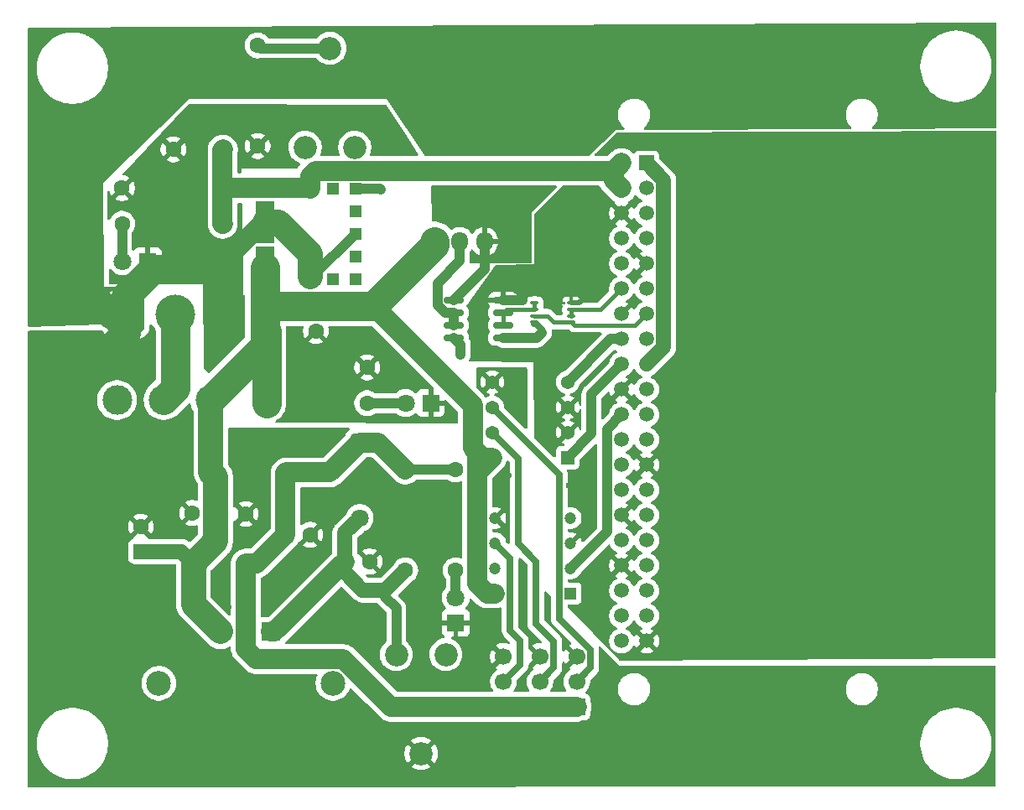
<source format=gbr>
%TF.GenerationSoftware,KiCad,Pcbnew,9.0.4*%
%TF.CreationDate,2025-09-09T23:04:06+09:00*%
%TF.ProjectId,Arm_Main,41726d5f-4d61-4696-9e2e-6b696361645f,rev?*%
%TF.SameCoordinates,Original*%
%TF.FileFunction,Copper,L1,Top*%
%TF.FilePolarity,Positive*%
%FSLAX46Y46*%
G04 Gerber Fmt 4.6, Leading zero omitted, Abs format (unit mm)*
G04 Created by KiCad (PCBNEW 9.0.4) date 2025-09-09 23:04:06*
%MOMM*%
%LPD*%
G01*
G04 APERTURE LIST*
G04 Aperture macros list*
%AMRoundRect*
0 Rectangle with rounded corners*
0 $1 Rounding radius*
0 $2 $3 $4 $5 $6 $7 $8 $9 X,Y pos of 4 corners*
0 Add a 4 corners polygon primitive as box body*
4,1,4,$2,$3,$4,$5,$6,$7,$8,$9,$2,$3,0*
0 Add four circle primitives for the rounded corners*
1,1,$1+$1,$2,$3*
1,1,$1+$1,$4,$5*
1,1,$1+$1,$6,$7*
1,1,$1+$1,$8,$9*
0 Add four rect primitives between the rounded corners*
20,1,$1+$1,$2,$3,$4,$5,0*
20,1,$1+$1,$4,$5,$6,$7,0*
20,1,$1+$1,$6,$7,$8,$9,0*
20,1,$1+$1,$8,$9,$2,$3,0*%
G04 Aperture macros list end*
%TA.AperFunction,ComponentPad*%
%ADD10R,1.800000X1.800000*%
%TD*%
%TA.AperFunction,ComponentPad*%
%ADD11C,1.800000*%
%TD*%
%TA.AperFunction,ComponentPad*%
%ADD12RoundRect,0.250000X-0.600000X-0.725000X0.600000X-0.725000X0.600000X0.725000X-0.600000X0.725000X0*%
%TD*%
%TA.AperFunction,ComponentPad*%
%ADD13O,1.700000X1.950000*%
%TD*%
%TA.AperFunction,ComponentPad*%
%ADD14C,1.600000*%
%TD*%
%TA.AperFunction,ComponentPad*%
%ADD15C,3.000000*%
%TD*%
%TA.AperFunction,ComponentPad*%
%ADD16RoundRect,0.250000X-0.650000X0.650000X-0.650000X-0.650000X0.650000X-0.650000X0.650000X0.650000X0*%
%TD*%
%TA.AperFunction,ComponentPad*%
%ADD17RoundRect,0.760000X-1.140000X-1.140000X1.140000X-1.140000X1.140000X1.140000X-1.140000X1.140000X0*%
%TD*%
%TA.AperFunction,ComponentPad*%
%ADD18C,4.000000*%
%TD*%
%TA.AperFunction,SMDPad,CuDef*%
%ADD19R,1.143000X1.143000*%
%TD*%
%TA.AperFunction,SMDPad,CuDef*%
%ADD20R,1.905000X4.191000*%
%TD*%
%TA.AperFunction,SMDPad,CuDef*%
%ADD21R,4.191000X1.905000*%
%TD*%
%TA.AperFunction,SMDPad,CuDef*%
%ADD22RoundRect,0.150000X0.825000X0.150000X-0.825000X0.150000X-0.825000X-0.150000X0.825000X-0.150000X0*%
%TD*%
%TA.AperFunction,ComponentPad*%
%ADD23C,2.340000*%
%TD*%
%TA.AperFunction,ComponentPad*%
%ADD24R,1.371600X1.371600*%
%TD*%
%TA.AperFunction,ComponentPad*%
%ADD25C,1.371600*%
%TD*%
%TA.AperFunction,ComponentPad*%
%ADD26R,1.200000X1.200000*%
%TD*%
%TA.AperFunction,ComponentPad*%
%ADD27C,1.200000*%
%TD*%
%TA.AperFunction,ComponentPad*%
%ADD28C,2.500000*%
%TD*%
%TA.AperFunction,ComponentPad*%
%ADD29RoundRect,0.250000X0.550000X-0.550000X0.550000X0.550000X-0.550000X0.550000X-0.550000X-0.550000X0*%
%TD*%
%TA.AperFunction,ComponentPad*%
%ADD30R,1.700000X1.700000*%
%TD*%
%TA.AperFunction,ComponentPad*%
%ADD31C,1.700000*%
%TD*%
%TA.AperFunction,ComponentPad*%
%ADD32RoundRect,0.250000X-0.650000X-0.650000X0.650000X-0.650000X0.650000X0.650000X-0.650000X0.650000X0*%
%TD*%
%TA.AperFunction,ComponentPad*%
%ADD33R,1.860000X1.860000*%
%TD*%
%TA.AperFunction,ComponentPad*%
%ADD34C,1.860000*%
%TD*%
%TA.AperFunction,SMDPad,CuDef*%
%ADD35RoundRect,0.045000X0.355000X0.105000X-0.355000X0.105000X-0.355000X-0.105000X0.355000X-0.105000X0*%
%TD*%
%TA.AperFunction,ComponentPad*%
%ADD36RoundRect,0.250000X-0.550000X-0.550000X0.550000X-0.550000X0.550000X0.550000X-0.550000X0.550000X0*%
%TD*%
%TA.AperFunction,ComponentPad*%
%ADD37R,1.508000X1.508000*%
%TD*%
%TA.AperFunction,ComponentPad*%
%ADD38C,1.508000*%
%TD*%
%TA.AperFunction,ViaPad*%
%ADD39C,0.600000*%
%TD*%
%TA.AperFunction,Conductor*%
%ADD40C,2.500000*%
%TD*%
%TA.AperFunction,Conductor*%
%ADD41C,0.500000*%
%TD*%
%TA.AperFunction,Conductor*%
%ADD42C,1.000000*%
%TD*%
%TA.AperFunction,Conductor*%
%ADD43C,3.000000*%
%TD*%
%TA.AperFunction,Conductor*%
%ADD44C,2.000000*%
%TD*%
%TA.AperFunction,Conductor*%
%ADD45C,1.500000*%
%TD*%
%TA.AperFunction,Conductor*%
%ADD46C,0.700000*%
%TD*%
%TA.AperFunction,Conductor*%
%ADD47C,0.400000*%
%TD*%
G04 APERTURE END LIST*
D10*
%TO.P,D2,1,K*%
%TO.N,GNDA*%
X122500000Y-84400000D03*
D11*
%TO.P,D2,2,A*%
%TO.N,Net-(D2-A)*%
X119960000Y-84400000D03*
%TD*%
D12*
%TO.P,J5,1,Pin_1*%
%TO.N,Batte*%
X151500000Y-82400000D03*
D13*
%TO.P,J5,2,Pin_2*%
%TO.N,Net-(J5-Pin_2)*%
X154000000Y-82400000D03*
%TO.P,J5,3,Pin_3*%
%TO.N,GNDA*%
X156500000Y-82400000D03*
%TD*%
D14*
%TO.P,C1,1*%
%TO.N,Batte*%
X134472000Y-91414000D03*
%TO.P,C1,2*%
%TO.N,GNDA*%
X139472000Y-91414000D03*
%TD*%
D15*
%TO.P,SW1,1,A*%
%TO.N,Batte*%
X128800000Y-98400000D03*
%TO.P,SW1,2,B*%
%TO.N,Net-(J1-Pin_2)*%
X124100000Y-98400000D03*
%TO.P,SW1,3,C*%
%TO.N,unconnected-(SW1-C-Pad3)*%
X119400000Y-98400000D03*
%TD*%
D10*
%TO.P,D5,1,K*%
%TO.N,GNDA*%
X153600000Y-120900000D03*
D11*
%TO.P,D5,2,A*%
%TO.N,Net-(D5-A)*%
X153600000Y-118360000D03*
%TD*%
D16*
%TO.P,D4,1,K*%
%TO.N,+5V_Analog*%
X143900000Y-102690000D03*
D11*
%TO.P,D4,2,A*%
%TO.N,Net-(D4-A)*%
X143900000Y-110310000D03*
%TD*%
D14*
%TO.P,R4,1*%
%TO.N,+5V_Digital*%
X130060000Y-77000000D03*
%TO.P,R4,2*%
%TO.N,GNDA*%
X119900000Y-77000000D03*
%TD*%
D17*
%TO.P,J1,1,Pin_1*%
%TO.N,GNDA*%
X120300000Y-89800000D03*
D18*
%TO.P,J1,2,Pin_2*%
%TO.N,Net-(J1-Pin_2)*%
X125300000Y-89800000D03*
%TD*%
D14*
%TO.P,R5,1*%
%TO.N,+5V_Digital*%
X130080000Y-80600000D03*
%TO.P,R5,2*%
%TO.N,Net-(D2-A)*%
X119920000Y-80600000D03*
%TD*%
D19*
%TO.P,MD1,1,~{ON}/OFF_CONTROL*%
%TO.N,GNDA*%
X138900000Y-86172000D03*
D20*
%TO.P,MD1,2,VIN*%
%TO.N,Batte*%
X134328000Y-85029000D03*
%TO.P,MD1,3,1_GROUND*%
%TO.N,GNDA*%
X134328000Y-80457000D03*
D21*
%TO.P,MD1,4,VOUT*%
%TO.N,+5V_Digital*%
X135471000Y-77028000D03*
D19*
%TO.P,MD1,5,SENSE*%
X138900000Y-77028000D03*
%TO.P,MD1,6,TRIM*%
%TO.N,Net-(MD1-TRIM)*%
X143472000Y-77028000D03*
%TO.P,MD1,7,2_GROUND*%
%TO.N,GNDA*%
X143472000Y-81600000D03*
%TO.P,MD1,8,1_NC*%
%TO.N,unconnected-(MD1-1_NC-Pad8)*%
X143472000Y-83886000D03*
%TO.P,MD1,9,2_NC*%
%TO.N,unconnected-(MD1-2_NC-Pad9)*%
X143472000Y-86172000D03*
%TO.P,MD1,10,POWER_GOOD_OUT*%
%TO.N,unconnected-(MD1-POWER_GOOD_OUT-Pad10)*%
X141186000Y-86172000D03*
%TO.P,MD1,11,3_NC*%
%TO.N,unconnected-(MD1-3_NC-Pad11)*%
X141186000Y-77028000D03*
%TO.P,MD1,12,4_NC*%
%TO.N,unconnected-(MD1-4_NC-Pad12)*%
X143472000Y-79314000D03*
%TD*%
D14*
%TO.P,C7,1*%
%TO.N,+5V_Analog*%
X132405000Y-114900000D03*
%TO.P,C7,2*%
%TO.N,GNDA*%
X132405000Y-109900000D03*
%TD*%
%TO.P,R6,1*%
%TO.N,Net-(D4-A)*%
X148500000Y-115580000D03*
%TO.P,R6,2*%
%TO.N,+5V_Analog*%
X148500000Y-105420000D03*
%TD*%
%TO.P,C2,1*%
%TO.N,+5V_Digital*%
X130100000Y-73100000D03*
%TO.P,C2,2*%
%TO.N,GNDA*%
X125100000Y-73100000D03*
%TD*%
%TO.P,R1,1*%
%TO.N,Batte*%
X134492000Y-98714000D03*
%TO.P,R1,2*%
%TO.N,Net-(D1-A)*%
X144652000Y-98714000D03*
%TD*%
D10*
%TO.P,D1,1,K*%
%TO.N,GNDA*%
X151070000Y-98700000D03*
D11*
%TO.P,D1,2,A*%
%TO.N,Net-(D1-A)*%
X148530000Y-98700000D03*
%TD*%
D22*
%TO.P,U3,1,VDD1*%
%TO.N,Net-(SB1-Vcc)*%
X158375000Y-92105000D03*
%TO.P,U3,2,VOA*%
%TO.N,Net-(SB1-A2)*%
X158375000Y-90835000D03*
%TO.P,U3,3,VIB*%
X158375000Y-89565000D03*
%TO.P,U3,4,GND1*%
%TO.N,GNDA*%
X158375000Y-88295000D03*
%TO.P,U3,5,GND2*%
X153425000Y-88295000D03*
%TO.P,U3,6,VOB*%
%TO.N,Net-(J5-Pin_2)*%
X153425000Y-89565000D03*
%TO.P,U3,7,VIA*%
X153425000Y-90835000D03*
%TO.P,U3,8,VDD2*%
%TO.N,+5V_Analog*%
X153425000Y-92105000D03*
%TD*%
D23*
%TO.P,RV2,1,1*%
%TO.N,Net-(D4-A)*%
X147600000Y-124100000D03*
%TO.P,RV2,2,2*%
%TO.N,GNDA*%
X150100000Y-134100000D03*
%TO.P,RV2,3,3*%
%TO.N,unconnected-(RV2-Pad3)*%
X152600000Y-124100000D03*
%TD*%
D14*
%TO.P,R2,1*%
%TO.N,Batte*%
X134492000Y-95114000D03*
%TO.P,R2,2*%
%TO.N,GNDA*%
X144652000Y-95114000D03*
%TD*%
D24*
%TO.P,U2,1,ANODE*%
%TO.N,Net-(U1-GPIO24{slash}GPIO_GEN5)*%
X164900000Y-104220000D03*
D25*
%TO.P,U2,2,CATHODE*%
%TO.N,GNDA*%
X164900000Y-101680000D03*
%TO.P,U2,3,CATHODE*%
X164900000Y-99140000D03*
%TO.P,U2,4,ANODE*%
%TO.N,Net-(U1-GPIO23{slash}GPIO_GEN4)*%
X164900000Y-96600000D03*
%TO.P,U2,5,GND*%
%TO.N,GNDA*%
X157280000Y-96600000D03*
%TO.P,U2,6,VO2*%
%TO.N,Net-(J2-Pin_2)*%
X157280000Y-99140000D03*
%TO.P,U2,7,VO1*%
%TO.N,Net-(J3-Pin_2)*%
X157280000Y-101680000D03*
%TO.P,U2,8,VCC*%
%TO.N,Batte*%
X157280000Y-104220000D03*
%TD*%
D26*
%TO.P,IC1,1,N.C._1*%
%TO.N,unconnected-(IC1-N.C._1-Pad1)*%
X165200000Y-117920000D03*
D27*
%TO.P,IC1,2,ANODE*%
%TO.N,Net-(IC1-ANODE)*%
X165200000Y-115380000D03*
%TO.P,IC1,3,CATHODE*%
%TO.N,GNDA*%
X165200000Y-112840000D03*
%TO.P,IC1,4,N.C._2*%
%TO.N,unconnected-(IC1-N.C._2-Pad4)*%
X165200000Y-110300000D03*
%TO.P,IC1,5,EMITTER*%
%TO.N,GNDA*%
X157580000Y-110300000D03*
%TO.P,IC1,6,COLLECTER*%
%TO.N,Net-(IC1-COLLECTER)*%
X157580000Y-112840000D03*
%TO.P,IC1,7,N.C._3*%
%TO.N,unconnected-(IC1-N.C._3-Pad7)*%
X157580000Y-115380000D03*
%TO.P,IC1,8,VCC*%
%TO.N,Batte*%
X157580000Y-117920000D03*
%TD*%
D28*
%TO.P,HS1,1*%
%TO.N,unconnected-(HS1-Pad1)*%
X141205000Y-127000000D03*
%TO.P,HS1,2*%
%TO.N,unconnected-(HS1-Pad2)*%
X123605000Y-127000000D03*
%TD*%
D29*
%TO.P,C3,1*%
%TO.N,Batte*%
X121800000Y-113705113D03*
D14*
%TO.P,C3,2*%
%TO.N,GNDA*%
X121800000Y-111205113D03*
%TD*%
D30*
%TO.P,J3,1,Pin_1*%
%TO.N,+5V_Analog*%
X162100000Y-129380000D03*
D31*
%TO.P,J3,2,Pin_2*%
%TO.N,Net-(J3-Pin_2)*%
X162100000Y-126840000D03*
%TO.P,J3,3,Pin_3*%
%TO.N,GNDA*%
X162100000Y-124300000D03*
%TD*%
D32*
%TO.P,D3,1,K*%
%TO.N,Batte*%
X128880000Y-105700000D03*
D11*
%TO.P,D3,2,A*%
%TO.N,+5V_Analog*%
X136500000Y-105700000D03*
%TD*%
D23*
%TO.P,RV1,1,1*%
%TO.N,Net-(MD1-TRIM)*%
X143395000Y-72880000D03*
%TO.P,RV1,2,2*%
%TO.N,Net-(R3-Pad1)*%
X140895000Y-62880000D03*
%TO.P,RV1,3,3*%
%TO.N,unconnected-(RV1-Pad3)*%
X138395000Y-72880000D03*
%TD*%
D14*
%TO.P,R7,1*%
%TO.N,+5V_Analog*%
X153600000Y-105420000D03*
%TO.P,R7,2*%
%TO.N,Net-(D5-A)*%
X153600000Y-115580000D03*
%TD*%
D33*
%TO.P,VR1,1,ADJ*%
%TO.N,Net-(D4-A)*%
X134945000Y-121790000D03*
D34*
%TO.P,VR1,2,VOUT*%
%TO.N,+5V_Analog*%
X132405000Y-121790000D03*
%TO.P,VR1,3,VIN*%
%TO.N,Batte*%
X129865000Y-121790000D03*
%TD*%
D14*
%TO.P,R3,1*%
%TO.N,Net-(R3-Pad1)*%
X133600000Y-62600000D03*
%TO.P,R3,2*%
%TO.N,GNDA*%
X133600000Y-72760000D03*
%TD*%
D35*
%TO.P,SB1,1,G'*%
%TO.N,Net-(SB1-G')*%
X165250000Y-90550000D03*
%TO.P,SB1,2,A1*%
%TO.N,Net-(SB1-A1)*%
X165250000Y-89900000D03*
%TO.P,SB1,3,Y2*%
X165250000Y-89250000D03*
%TO.P,SB1,4,GND*%
%TO.N,GNDA*%
X165250000Y-88600000D03*
%TO.P,SB1,5,A2*%
%TO.N,Net-(SB1-A2)*%
X161550000Y-88600000D03*
%TO.P,SB1,6,Y1*%
X161550000Y-89250000D03*
%TO.P,SB1,7,G*%
%TO.N,Net-(SB1-G')*%
X161550000Y-89900000D03*
%TO.P,SB1,8,Vcc*%
%TO.N,Net-(SB1-Vcc)*%
X161550000Y-90550000D03*
%TD*%
D36*
%TO.P,C6,1*%
%TO.N,+5V_Analog*%
X136400000Y-112000000D03*
D14*
%TO.P,C6,2*%
%TO.N,GNDA*%
X138900000Y-112000000D03*
%TD*%
D30*
%TO.P,J4,1,Pin_1*%
%TO.N,+5V_Analog*%
X158400000Y-129380000D03*
D31*
%TO.P,J4,2,Pin_2*%
%TO.N,Net-(IC1-COLLECTER)*%
X158400000Y-126840000D03*
%TO.P,J4,3,Pin_3*%
%TO.N,GNDA*%
X158400000Y-124300000D03*
%TD*%
D36*
%TO.P,C5,1*%
%TO.N,Net-(D4-A)*%
X142399888Y-114700000D03*
D14*
%TO.P,C5,2*%
%TO.N,GNDA*%
X144899888Y-114700000D03*
%TD*%
D30*
%TO.P,J2,1,Pin_1*%
%TO.N,+5V_Analog*%
X165800000Y-129380000D03*
D31*
%TO.P,J2,2,Pin_2*%
%TO.N,Net-(J2-Pin_2)*%
X165800000Y-126840000D03*
%TO.P,J2,3,Pin_3*%
%TO.N,GNDA*%
X165800000Y-124300000D03*
%TD*%
D14*
%TO.P,C4,1*%
%TO.N,Batte*%
X127000000Y-114800000D03*
%TO.P,C4,2*%
%TO.N,GNDA*%
X127000000Y-109800000D03*
%TD*%
D37*
%TO.P,U1,1,3V3_1*%
%TO.N,Net-(SB1-Vcc)*%
X172870000Y-74470000D03*
D38*
%TO.P,U1,2,5V_2*%
%TO.N,+5V_Digital*%
X170330000Y-74470000D03*
%TO.P,U1,3,GPIO2/SDA1*%
%TO.N,unconnected-(U1-GPIO2{slash}SDA1-Pad3)*%
X172870000Y-77010000D03*
%TO.P,U1,4,5V_4*%
%TO.N,+5V_Digital*%
X170330000Y-77010000D03*
%TO.P,U1,5,GPIO3/SCL*%
%TO.N,unconnected-(U1-GPIO3{slash}SCL-Pad5)*%
X172870000Y-79550000D03*
%TO.P,U1,6,GND_6*%
%TO.N,GNDA*%
X170330000Y-79550000D03*
%TO.P,U1,7,GPIO4/GPIO_GCLK*%
%TO.N,unconnected-(U1-GPIO4{slash}GPIO_GCLK-Pad7)*%
X172870000Y-82090000D03*
%TO.P,U1,8,GPIO14/TXD0*%
%TO.N,unconnected-(U1-GPIO14{slash}TXD0-Pad8)*%
X170330000Y-82090000D03*
%TO.P,U1,9,GND_9*%
%TO.N,GNDA*%
X172870000Y-84630000D03*
%TO.P,U1,10,GPIO15/RXD0*%
%TO.N,unconnected-(U1-GPIO15{slash}RXD0-Pad10)*%
X170330000Y-84630000D03*
%TO.P,U1,11,GPIO17/GPIO_GEN0*%
%TO.N,unconnected-(U1-GPIO17{slash}GPIO_GEN0-Pad11)*%
X172870000Y-87170000D03*
%TO.P,U1,12,GPIO18/GPIO_GEN1*%
%TO.N,Net-(SB1-A1)*%
X170330000Y-87170000D03*
%TO.P,U1,13,GPIO27/GPIO_GEN2*%
%TO.N,Net-(SB1-G')*%
X172870000Y-89710000D03*
%TO.P,U1,14,GND_14*%
%TO.N,GNDA*%
X170330000Y-89710000D03*
%TO.P,U1,15,GPIO22/GPIO_GEN3*%
%TO.N,unconnected-(U1-GPIO22{slash}GPIO_GEN3-Pad15)*%
X172870000Y-92250000D03*
%TO.P,U1,16,GPIO23/GPIO_GEN4*%
%TO.N,Net-(U1-GPIO23{slash}GPIO_GEN4)*%
X170330000Y-92250000D03*
%TO.P,U1,17,3V3_17*%
%TO.N,Net-(SB1-Vcc)*%
X172870000Y-94790000D03*
%TO.P,U1,18,GPIO24/GPIO_GEN5*%
%TO.N,Net-(U1-GPIO24{slash}GPIO_GEN5)*%
X170330000Y-94790000D03*
%TO.P,U1,19,GPIO10/SPI_MOSI*%
%TO.N,unconnected-(U1-GPIO10{slash}SPI_MOSI-Pad19)*%
X172870000Y-97330000D03*
%TO.P,U1,20,GND_20*%
%TO.N,GNDA*%
X170330000Y-97330000D03*
%TO.P,U1,21,GPIO9/SPI_MISO*%
%TO.N,unconnected-(U1-GPIO9{slash}SPI_MISO-Pad21)*%
X172870000Y-99870000D03*
%TO.P,U1,22,GPIO25/GPIO_GEN6*%
%TO.N,Net-(IC1-ANODE)*%
X170330000Y-99870000D03*
%TO.P,U1,23,GPIO11/SPI_SCLK*%
%TO.N,unconnected-(U1-GPIO11{slash}SPI_SCLK-Pad23)*%
X172870000Y-102410000D03*
%TO.P,U1,24,GPIO8/SPI_~{CE0}*%
%TO.N,unconnected-(U1-GPIO8{slash}SPI_~{CE0}-Pad24)*%
X170330000Y-102410000D03*
%TO.P,U1,25,GND_25*%
%TO.N,GNDA*%
X172870000Y-104950000D03*
%TO.P,U1,26,GPIO7/SPI_~{CE1}*%
%TO.N,unconnected-(U1-GPIO7{slash}SPI_~{CE1}-Pad26)*%
X170330000Y-104950000D03*
%TO.P,U1,27,ID_SD*%
%TO.N,unconnected-(U1-ID_SD-Pad27)*%
X172870000Y-107490000D03*
%TO.P,U1,28,ID_SC*%
%TO.N,unconnected-(U1-ID_SC-Pad28)*%
X170330000Y-107490000D03*
%TO.P,U1,29,GPIO5*%
%TO.N,unconnected-(U1-GPIO5-Pad29)*%
X172870000Y-110030000D03*
%TO.P,U1,30,GND_30*%
%TO.N,GNDA*%
X170330000Y-110030000D03*
%TO.P,U1,31,GPIO6*%
%TO.N,unconnected-(U1-GPIO6-Pad31)*%
X172870000Y-112570000D03*
%TO.P,U1,32,GPIO12*%
%TO.N,unconnected-(U1-GPIO12-Pad32)*%
X170330000Y-112570000D03*
%TO.P,U1,33,GPIO13*%
%TO.N,unconnected-(U1-GPIO13-Pad33)*%
X172870000Y-115110000D03*
%TO.P,U1,34,GND_34*%
%TO.N,GNDA*%
X170330000Y-115110000D03*
%TO.P,U1,35,GPIO19*%
%TO.N,unconnected-(U1-GPIO19-Pad35)*%
X172870000Y-117650000D03*
%TO.P,U1,36,GPIO16*%
%TO.N,unconnected-(U1-GPIO16-Pad36)*%
X170330000Y-117650000D03*
%TO.P,U1,37,GPIO26*%
%TO.N,unconnected-(U1-GPIO26-Pad37)*%
X172870000Y-120190000D03*
%TO.P,U1,38,GPIO20*%
%TO.N,unconnected-(U1-GPIO20-Pad38)*%
X170330000Y-120190000D03*
%TO.P,U1,39,GND_39*%
%TO.N,GNDA*%
X172870000Y-122730000D03*
%TO.P,U1,40,GPIO21*%
%TO.N,unconnected-(U1-GPIO21-Pad40)*%
X170330000Y-122730000D03*
%TD*%
D39*
%TO.N,GNDA*%
X190000000Y-105000000D03*
X180000000Y-135000000D03*
X190000000Y-65000000D03*
X205000000Y-80000000D03*
X154200000Y-78800000D03*
X190000000Y-135000000D03*
X124800000Y-86200000D03*
X120000000Y-135000000D03*
X160000000Y-83200000D03*
X180000000Y-126000000D03*
X185000000Y-62000000D03*
X131850000Y-82750000D03*
X207400000Y-123800000D03*
X200000000Y-65000000D03*
X207400000Y-115200000D03*
X167600000Y-78800000D03*
X207000000Y-95000000D03*
X115000000Y-90000000D03*
X195000000Y-130000000D03*
X205000000Y-120000000D03*
X122350000Y-74550000D03*
X195000000Y-137000000D03*
X185000000Y-70000000D03*
X140000000Y-65000000D03*
X200000000Y-95000000D03*
X170000000Y-65000000D03*
X195000000Y-110000000D03*
X111000000Y-125000000D03*
X145000000Y-124000000D03*
X125000000Y-68000000D03*
X138000000Y-122000000D03*
X175000000Y-137000000D03*
X162800000Y-118600000D03*
X119200000Y-86200000D03*
X145000000Y-137000000D03*
X160350000Y-88350000D03*
X163976012Y-91776012D03*
X126400000Y-100200000D03*
X180000000Y-115000000D03*
X171600000Y-96000000D03*
X160000000Y-65000000D03*
X127400000Y-74800000D03*
X130000000Y-65000000D03*
X151000000Y-117000000D03*
X160450000Y-120460000D03*
X132820000Y-112970000D03*
X120000000Y-105000000D03*
X129430000Y-115920000D03*
X190000000Y-75000000D03*
X115000000Y-70000000D03*
X175000000Y-62000000D03*
X121000000Y-71000000D03*
X158000000Y-108000000D03*
X171600000Y-103800000D03*
X156400000Y-93600000D03*
X125000000Y-120000000D03*
X171600000Y-78400000D03*
X131800000Y-91800000D03*
X162800000Y-102200000D03*
X155000000Y-132000000D03*
X115000000Y-110000000D03*
X136740000Y-96770000D03*
X131140000Y-103980000D03*
X151000000Y-127000000D03*
X137400000Y-61240000D03*
X111000000Y-115000000D03*
X165000000Y-70000000D03*
X207000000Y-137000000D03*
X180000000Y-105000000D03*
X185000000Y-130000000D03*
X180000000Y-85000000D03*
X166800000Y-104200000D03*
X131100000Y-83600000D03*
X168620830Y-113979170D03*
X163980000Y-89150000D03*
X144230000Y-96860000D03*
X112000000Y-74000000D03*
X175000000Y-110000000D03*
X160000000Y-73000000D03*
X171600000Y-121600000D03*
X170000000Y-135000000D03*
X134810000Y-104320000D03*
X139000000Y-108000000D03*
X175000000Y-120000000D03*
X140800000Y-73000000D03*
X134600000Y-69400000D03*
X171600000Y-114000000D03*
X138000000Y-115000000D03*
X130770000Y-114180000D03*
X125000000Y-130000000D03*
X207000000Y-126000000D03*
X130000000Y-135000000D03*
X165400000Y-82400000D03*
X190000000Y-95000000D03*
X131610000Y-101580000D03*
X115000000Y-120000000D03*
X131450000Y-111720000D03*
X136670000Y-100190000D03*
X195000000Y-120000000D03*
X170000000Y-126000000D03*
X136860000Y-91200000D03*
X155600000Y-84200000D03*
X171600000Y-86000000D03*
X139800000Y-69400000D03*
X153000000Y-113000000D03*
X171600000Y-83400000D03*
X151000000Y-120961000D03*
X200400000Y-123400000D03*
X151000000Y-110000000D03*
X200000000Y-126000000D03*
X155221000Y-127000000D03*
X207000000Y-61000000D03*
X171600000Y-80600000D03*
X207200000Y-105200000D03*
X135000000Y-116000000D03*
X150000000Y-65000000D03*
X132910000Y-107030000D03*
X142000000Y-120000000D03*
X143000000Y-108000000D03*
X162800000Y-77000000D03*
X120000000Y-115000000D03*
X195000000Y-100000000D03*
X115000000Y-80000000D03*
X127000000Y-69000000D03*
X160000000Y-135000000D03*
X145000000Y-105000000D03*
X127600000Y-82800000D03*
X185000000Y-110000000D03*
X119400000Y-78800000D03*
X148000000Y-109000000D03*
X168400000Y-122000000D03*
X115000000Y-129000000D03*
X155000000Y-70000000D03*
X151600000Y-77000000D03*
X168295212Y-85400000D03*
X153000000Y-107000000D03*
X200000000Y-85000000D03*
X180000000Y-75000000D03*
X205000000Y-100000000D03*
X190000000Y-123600000D03*
X134590000Y-111380000D03*
X140000000Y-135000000D03*
X166200000Y-88500000D03*
X138633029Y-110366971D03*
X167800000Y-118600000D03*
X159600000Y-99200000D03*
X200000000Y-75000000D03*
X125000000Y-62000000D03*
X126400000Y-107000000D03*
X190000000Y-115000000D03*
X190000000Y-126000000D03*
X111000000Y-105000000D03*
X158820277Y-111179723D03*
X125100000Y-78850000D03*
X160200000Y-96000000D03*
X175000000Y-70000000D03*
X175000000Y-130000000D03*
X125000000Y-111205113D03*
X171600000Y-98400000D03*
X171800000Y-106200000D03*
X185000000Y-100000000D03*
X185000000Y-90000000D03*
X165000000Y-107000000D03*
X205000000Y-70000000D03*
X185000000Y-137000000D03*
X151000000Y-73000000D03*
X136640000Y-101740000D03*
X171600000Y-88400000D03*
X200000000Y-135000000D03*
X140060000Y-103790000D03*
X130740000Y-119310000D03*
X160000000Y-78800000D03*
X111000000Y-62000000D03*
X171800000Y-116600000D03*
X132200000Y-74200000D03*
X157600000Y-80800000D03*
X171800000Y-108800000D03*
X143920000Y-100310000D03*
X180000000Y-123400000D03*
X148600000Y-73200000D03*
X155000000Y-62000000D03*
X162600000Y-97000000D03*
X185000000Y-80000000D03*
X165000000Y-62000000D03*
X152310000Y-100530000D03*
X146200000Y-69600000D03*
X197000000Y-70000000D03*
X180000000Y-95000000D03*
X141930000Y-101610000D03*
X200000000Y-115000000D03*
X195000000Y-80000000D03*
X185000000Y-120000000D03*
X112000000Y-85000000D03*
X144980000Y-91390000D03*
X120000000Y-125000000D03*
X166800000Y-92400000D03*
X135000000Y-130000000D03*
X155000000Y-137000000D03*
X206800000Y-85000000D03*
X207000000Y-130000000D03*
X146000000Y-120000000D03*
X180000000Y-65000000D03*
X157400000Y-77200000D03*
X175000000Y-100000000D03*
X195000000Y-90000000D03*
X135000000Y-137000000D03*
X120000000Y-65000000D03*
X145400000Y-73200000D03*
X147000000Y-114000000D03*
X159000000Y-106000000D03*
X206400000Y-75000000D03*
X136000000Y-67000000D03*
X136000000Y-73600000D03*
X165000000Y-137000000D03*
X142749000Y-93211000D03*
X120000000Y-95000000D03*
X129600000Y-70300000D03*
X148160631Y-95359369D03*
X200000000Y-105000000D03*
X205000000Y-90000000D03*
X128800000Y-94000000D03*
X155221000Y-123000000D03*
X158020000Y-85270000D03*
X123000000Y-93000000D03*
X171800000Y-111400000D03*
X125000000Y-137000000D03*
X171600000Y-124000000D03*
X160200000Y-85600000D03*
X156200000Y-89400000D03*
X111000000Y-137000000D03*
X167000000Y-110000000D03*
X168917606Y-98517606D03*
X205000000Y-110000000D03*
X146000000Y-112000000D03*
X115000000Y-100000000D03*
X195000000Y-62000000D03*
X190000000Y-85000000D03*
X145000000Y-130000000D03*
X111000000Y-92000000D03*
%TO.N,Net-(MD1-TRIM)*%
X146050000Y-77150000D03*
%TO.N,Net-(SB1-Vcc)*%
X162300000Y-91400000D03*
%TO.N,+5V_Analog*%
X154100000Y-93800000D03*
%TD*%
D40*
%TO.N,GNDA*%
X135706000Y-80457000D02*
X138900000Y-83651000D01*
D41*
X166100000Y-88600000D02*
X165250000Y-88600000D01*
D42*
X139110000Y-85962000D02*
X138900000Y-85962000D01*
X143472000Y-81600000D02*
X139110000Y-85962000D01*
X156500000Y-82400000D02*
X156500000Y-85220000D01*
D43*
X120300000Y-87900000D02*
X120300000Y-89800000D01*
D44*
X131100000Y-83500000D02*
X131100000Y-83600000D01*
D43*
X122980000Y-85220000D02*
X120300000Y-87900000D01*
X122980000Y-85220000D02*
X125530000Y-85220000D01*
D42*
X156500000Y-85220000D02*
X153425000Y-88295000D01*
D40*
X134328000Y-80457000D02*
X135706000Y-80457000D01*
D43*
X118810000Y-89800000D02*
X117380000Y-88370000D01*
X120300000Y-91590000D02*
X120300000Y-89800000D01*
D42*
X158375000Y-88295000D02*
X160295000Y-88295000D01*
D44*
X131850000Y-82750000D02*
X134143000Y-80457000D01*
D41*
X160295000Y-88295000D02*
X160350000Y-88350000D01*
X166100000Y-88600000D02*
X166200000Y-88500000D01*
D43*
X120300000Y-91590000D02*
X118400000Y-93490000D01*
D40*
X138900000Y-83651000D02*
X138900000Y-85962000D01*
D44*
X131100000Y-83500000D02*
X131850000Y-82750000D01*
X134143000Y-80457000D02*
X134328000Y-80457000D01*
D43*
X118810000Y-89800000D02*
X120300000Y-89800000D01*
D42*
%TO.N,Net-(D1-A)*%
X148516000Y-98714000D02*
X148530000Y-98700000D01*
X144652000Y-98714000D02*
X148516000Y-98714000D01*
%TO.N,Net-(D2-A)*%
X119920000Y-80600000D02*
X119920000Y-84360000D01*
X119920000Y-84360000D02*
X119960000Y-84400000D01*
D44*
%TO.N,Batte*%
X156769000Y-117920000D02*
X157549000Y-117920000D01*
D40*
X128880000Y-105700000D02*
X128880000Y-98480000D01*
D45*
X121800000Y-113705113D02*
X125910113Y-113705113D01*
D40*
X127105000Y-114900000D02*
X127105000Y-119030000D01*
D43*
X151449000Y-82740000D02*
X151449000Y-82400000D01*
D45*
X125910113Y-113705113D02*
X127105000Y-114900000D01*
D43*
X145276000Y-88913000D02*
X151449000Y-82740000D01*
X134328000Y-89200000D02*
X134328000Y-92872000D01*
D44*
X157280000Y-104220000D02*
X155779000Y-105721000D01*
D43*
X134472000Y-98694000D02*
X134492000Y-98714000D01*
D44*
X156310133Y-104220000D02*
X157280000Y-104220000D01*
X155300000Y-98937000D02*
X155300000Y-103209867D01*
D43*
X134328000Y-89200000D02*
X134615000Y-88913000D01*
D40*
X127105000Y-114900000D02*
X129356000Y-112649000D01*
X129356000Y-112649000D02*
X129356000Y-106176000D01*
D43*
X134328000Y-92872000D02*
X128800000Y-98400000D01*
D44*
X155779000Y-105721000D02*
X155779000Y-116930000D01*
D43*
X134328000Y-85029000D02*
X134328000Y-89200000D01*
X134472000Y-91414000D02*
X134472000Y-98694000D01*
D44*
X155779000Y-116930000D02*
X156769000Y-117920000D01*
D40*
X127105000Y-119030000D02*
X129865000Y-121790000D01*
D44*
X155300000Y-103209867D02*
X156310133Y-104220000D01*
X155779000Y-103688867D02*
X155300000Y-103209867D01*
X145276000Y-88913000D02*
X155300000Y-98937000D01*
X155779000Y-105721000D02*
X155779000Y-103688867D01*
D40*
X128880000Y-98480000D02*
X128800000Y-98400000D01*
D43*
X134615000Y-88913000D02*
X145276000Y-88913000D01*
D40*
X129356000Y-106176000D02*
X128880000Y-105700000D01*
D42*
%TO.N,Net-(IC1-ANODE)*%
X168875000Y-111705000D02*
X165200000Y-115380000D01*
X168875000Y-101325000D02*
X168875000Y-111705000D01*
X170330000Y-99870000D02*
X168875000Y-101325000D01*
D46*
%TO.N,Net-(IC1-COLLECTER)*%
X158400000Y-126840000D02*
X160100000Y-125140000D01*
X160100000Y-125140000D02*
X160100000Y-122700000D01*
X159100000Y-114360000D02*
X157580000Y-112840000D01*
X159100000Y-121700000D02*
X159100000Y-114360000D01*
X160100000Y-122700000D02*
X159100000Y-121700000D01*
D43*
%TO.N,Net-(J1-Pin_2)*%
X125300000Y-97200000D02*
X124100000Y-98400000D01*
X125300000Y-89800000D02*
X125300000Y-97200000D01*
D42*
%TO.N,Net-(J5-Pin_2)*%
X153425000Y-90835000D02*
X153425000Y-89565000D01*
X153425000Y-89565000D02*
X152512348Y-89565000D01*
X152512348Y-89565000D02*
X151749000Y-88801652D01*
X154000000Y-84375000D02*
X154000000Y-82400000D01*
X151749000Y-88801652D02*
X151749000Y-86626000D01*
X151749000Y-86626000D02*
X154000000Y-84375000D01*
%TO.N,Net-(MD1-TRIM)*%
X145928000Y-77028000D02*
X143472000Y-77028000D01*
X145928000Y-77028000D02*
X146050000Y-77150000D01*
%TO.N,Net-(R3-Pad1)*%
X133880000Y-62880000D02*
X133600000Y-62600000D01*
X140895000Y-62880000D02*
X133880000Y-62880000D01*
D47*
%TO.N,Net-(SB1-A2)*%
X158690000Y-89250000D02*
X158375000Y-89565000D01*
X161550000Y-89250000D02*
X158690000Y-89250000D01*
X161550000Y-88600000D02*
X161550000Y-89250000D01*
X158375000Y-89565000D02*
X158375000Y-90835000D01*
D42*
%TO.N,+5V_Digital*%
X130060000Y-77000000D02*
X135443000Y-77000000D01*
D44*
X139418000Y-75251000D02*
X169549000Y-75251000D01*
X138900000Y-77028000D02*
X138900000Y-75769000D01*
X138872000Y-77000000D02*
X130060000Y-77000000D01*
X138900000Y-77028000D02*
X138872000Y-77000000D01*
X130060000Y-80580000D02*
X130080000Y-80600000D01*
D42*
X135443000Y-77000000D02*
X135471000Y-77028000D01*
D44*
X130060000Y-77000000D02*
X130060000Y-73140000D01*
X169549000Y-76229000D02*
X170330000Y-77010000D01*
X130060000Y-77000000D02*
X130060000Y-80580000D01*
X130060000Y-73140000D02*
X130100000Y-73100000D01*
X169549000Y-75251000D02*
X170330000Y-74470000D01*
X169549000Y-75251000D02*
X169549000Y-76229000D01*
X138900000Y-75769000D02*
X139418000Y-75251000D01*
D42*
%TO.N,Net-(U1-GPIO24{slash}GPIO_GEN5)*%
X167300000Y-97820000D02*
X167300000Y-101820000D01*
X170330000Y-94790000D02*
X167300000Y-97820000D01*
X167300000Y-101820000D02*
X164900000Y-104220000D01*
%TO.N,Net-(U1-GPIO23{slash}GPIO_GEN4)*%
X170330000Y-92250000D02*
X169250000Y-92250000D01*
X169250000Y-92250000D02*
X164900000Y-96600000D01*
%TO.N,Net-(SB1-Vcc)*%
X161795000Y-92105000D02*
X158375000Y-92105000D01*
X161795000Y-92105000D02*
X162300000Y-91600000D01*
D45*
X174575000Y-93085000D02*
X172870000Y-94790000D01*
D46*
X162300000Y-91400000D02*
X162300000Y-91300000D01*
X162300000Y-91600000D02*
X162300000Y-91400000D01*
D45*
X172870000Y-74470000D02*
X174575000Y-76175000D01*
D46*
X161651000Y-90651000D02*
X161550000Y-90651000D01*
D45*
X174575000Y-76175000D02*
X174575000Y-93085000D01*
D46*
X162300000Y-91300000D02*
X161651000Y-90651000D01*
D44*
%TO.N,+5V_Analog*%
X142220238Y-124549000D02*
X147051238Y-129380000D01*
X143900000Y-102690000D02*
X145770000Y-102690000D01*
D42*
X154100000Y-92780000D02*
X154100000Y-93800000D01*
D44*
X136400000Y-105800000D02*
X136500000Y-105700000D01*
X132405000Y-114900000D02*
X133500000Y-114900000D01*
X133442000Y-124549000D02*
X142220238Y-124549000D01*
X132405000Y-123512000D02*
X133442000Y-124549000D01*
X147051238Y-129380000D02*
X165800000Y-129380000D01*
X132405000Y-121790000D02*
X132405000Y-114900000D01*
X132405000Y-121790000D02*
X132405000Y-123512000D01*
X140890000Y-105700000D02*
X143900000Y-102690000D01*
D42*
X148500000Y-105420000D02*
X153600000Y-105420000D01*
D44*
X136400000Y-112000000D02*
X136400000Y-105800000D01*
D42*
X154100000Y-92780000D02*
X153425000Y-92105000D01*
D44*
X145770000Y-102690000D02*
X148500000Y-105420000D01*
X133500000Y-114900000D02*
X136400000Y-112000000D01*
X136500000Y-105700000D02*
X140890000Y-105700000D01*
D47*
%TO.N,Net-(SB1-A1)*%
X170330000Y-87170000D02*
X168250000Y-89250000D01*
X168250000Y-89250000D02*
X165250000Y-89250000D01*
X165250000Y-89900000D02*
X165250000Y-89250000D01*
%TO.N,Net-(SB1-G')*%
X165250000Y-90550000D02*
X165565000Y-90865000D01*
X171715000Y-90865000D02*
X172870000Y-89710000D01*
X162858014Y-89900000D02*
X163508014Y-90550000D01*
X165565000Y-90865000D02*
X171715000Y-90865000D01*
X163508014Y-90550000D02*
X165250000Y-90550000D01*
X161550000Y-89900000D02*
X162858014Y-89900000D01*
D42*
%TO.N,Net-(D5-A)*%
X153600000Y-115580000D02*
X153600000Y-118360000D01*
D46*
%TO.N,Net-(J3-Pin_2)*%
X159900000Y-112900000D02*
X159900000Y-104300000D01*
X163501000Y-125439000D02*
X163501000Y-122801000D01*
X162100000Y-126840000D02*
X163501000Y-125439000D01*
X159900000Y-104300000D02*
X157280000Y-101680000D01*
X163501000Y-122801000D02*
X161700000Y-121000000D01*
X161700000Y-121000000D02*
X161700000Y-114700000D01*
X161700000Y-114700000D02*
X159900000Y-112900000D01*
D45*
%TO.N,Net-(D4-A)*%
X142399888Y-114700000D02*
X142399888Y-115794888D01*
X146482500Y-117597500D02*
X148500000Y-115580000D01*
X142399888Y-114700000D02*
X142399888Y-111810112D01*
X144202500Y-117597500D02*
X146482500Y-117597500D01*
X142399888Y-111810112D02*
X143900000Y-110310000D01*
D44*
X134945000Y-121790000D02*
X135309888Y-121790000D01*
D42*
X147600000Y-119400000D02*
X147600000Y-124100000D01*
X146482500Y-117597500D02*
X146482500Y-118282500D01*
D44*
X135309888Y-121790000D02*
X142399888Y-114700000D01*
D45*
X142399888Y-115794888D02*
X144202500Y-117597500D01*
D42*
X146482500Y-118282500D02*
X147600000Y-119400000D01*
D46*
%TO.N,Net-(J2-Pin_2)*%
X157280000Y-99140000D02*
X164049000Y-105909000D01*
X167201000Y-125439000D02*
X165800000Y-126840000D01*
X164049000Y-120474794D02*
X164049000Y-105909000D01*
X167201000Y-123626794D02*
X167201000Y-125439000D01*
X167201000Y-123626794D02*
X164049000Y-120474794D01*
%TD*%
%TA.AperFunction,Conductor*%
%TO.N,GNDA*%
G36*
X208142505Y-60319978D02*
G01*
X208188530Y-60372548D01*
X208200000Y-60424635D01*
X208200000Y-70876322D01*
X208180315Y-70943361D01*
X208127511Y-70989116D01*
X208076323Y-71000322D01*
X195766109Y-71032379D01*
X195699018Y-71012869D01*
X195653126Y-70960184D01*
X195643003Y-70891052D01*
X195671862Y-70827421D01*
X195678079Y-70820724D01*
X195839862Y-70658942D01*
X195990252Y-70451947D01*
X196106410Y-70223975D01*
X196185474Y-69980639D01*
X196225500Y-69727930D01*
X196225500Y-69472070D01*
X196185474Y-69219361D01*
X196106410Y-68976025D01*
X196106410Y-68976024D01*
X196066185Y-68897080D01*
X195990252Y-68748053D01*
X195971038Y-68721607D01*
X195839867Y-68541064D01*
X195839863Y-68541059D01*
X195658940Y-68360136D01*
X195658935Y-68360132D01*
X195451950Y-68209750D01*
X195451949Y-68209749D01*
X195451947Y-68209748D01*
X195351829Y-68158735D01*
X195223975Y-68093589D01*
X195223972Y-68093588D01*
X194980640Y-68014526D01*
X194838235Y-67991971D01*
X194727930Y-67974500D01*
X194472070Y-67974500D01*
X194387833Y-67987842D01*
X194219359Y-68014526D01*
X193976027Y-68093588D01*
X193976024Y-68093589D01*
X193748049Y-68209750D01*
X193541064Y-68360132D01*
X193541059Y-68360136D01*
X193360136Y-68541059D01*
X193360132Y-68541064D01*
X193209750Y-68748049D01*
X193093589Y-68976024D01*
X193093588Y-68976027D01*
X193014526Y-69219359D01*
X192974500Y-69472070D01*
X192974500Y-69727929D01*
X193014526Y-69980640D01*
X193093588Y-70223972D01*
X193093589Y-70223975D01*
X193209750Y-70451950D01*
X193360132Y-70658935D01*
X193360136Y-70658940D01*
X193527950Y-70826754D01*
X193561435Y-70888077D01*
X193556451Y-70957769D01*
X193514579Y-71013702D01*
X193449115Y-71038119D01*
X193440592Y-71038435D01*
X172693219Y-71092465D01*
X172626128Y-71072955D01*
X172580236Y-71020270D01*
X172570113Y-70951138D01*
X172598972Y-70887507D01*
X172620012Y-70868146D01*
X172658938Y-70839865D01*
X172658938Y-70839864D01*
X172658942Y-70839862D01*
X172839862Y-70658942D01*
X172990252Y-70451947D01*
X173106410Y-70223975D01*
X173185474Y-69980639D01*
X173225500Y-69727930D01*
X173225500Y-69472070D01*
X173185474Y-69219361D01*
X173106410Y-68976025D01*
X173106410Y-68976024D01*
X173066185Y-68897080D01*
X172990252Y-68748053D01*
X172971038Y-68721607D01*
X172839867Y-68541064D01*
X172839863Y-68541059D01*
X172658940Y-68360136D01*
X172658935Y-68360132D01*
X172451950Y-68209750D01*
X172451949Y-68209749D01*
X172451947Y-68209748D01*
X172351829Y-68158735D01*
X172223975Y-68093589D01*
X172223972Y-68093588D01*
X171980640Y-68014526D01*
X171838235Y-67991971D01*
X171727930Y-67974500D01*
X171472070Y-67974500D01*
X171387833Y-67987842D01*
X171219359Y-68014526D01*
X170976027Y-68093588D01*
X170976024Y-68093589D01*
X170748049Y-68209750D01*
X170541064Y-68360132D01*
X170541059Y-68360136D01*
X170360136Y-68541059D01*
X170360132Y-68541064D01*
X170209750Y-68748049D01*
X170093589Y-68976024D01*
X170093588Y-68976027D01*
X170014526Y-69219359D01*
X169974500Y-69472070D01*
X169974500Y-69727929D01*
X170014526Y-69980640D01*
X170093588Y-70223972D01*
X170093589Y-70223975D01*
X170209750Y-70451950D01*
X170360132Y-70658935D01*
X170360136Y-70658940D01*
X170541059Y-70839863D01*
X170587795Y-70873819D01*
X170630460Y-70929149D01*
X170636439Y-70998763D01*
X170603833Y-71060558D01*
X170542994Y-71094915D01*
X170515232Y-71098137D01*
X169800001Y-71099999D01*
X169800000Y-71100000D01*
X167121764Y-73715219D01*
X167060047Y-73747971D01*
X167035133Y-73750500D01*
X150528365Y-73750500D01*
X150461326Y-73730815D01*
X150425428Y-73695637D01*
X146600000Y-68000000D01*
X126700000Y-68000000D01*
X120816783Y-73747971D01*
X118000000Y-76500000D01*
X117999999Y-76500002D01*
X118099999Y-87000000D01*
X118100000Y-87000000D01*
X121518235Y-87000000D01*
X121585274Y-87019685D01*
X121631029Y-87072489D01*
X121632209Y-87075154D01*
X121699927Y-87233164D01*
X121708242Y-87302537D01*
X121677731Y-87365393D01*
X121618081Y-87401776D01*
X121576224Y-87405628D01*
X121504719Y-87400000D01*
X120550000Y-87400000D01*
X120550000Y-88472768D01*
X120406247Y-88450000D01*
X120193753Y-88450000D01*
X120050000Y-88472768D01*
X120050000Y-87400000D01*
X119095280Y-87400000D01*
X118962093Y-87410482D01*
X118962087Y-87410483D01*
X118742170Y-87465898D01*
X118742167Y-87465899D01*
X118535669Y-87559695D01*
X118535663Y-87559698D01*
X118349241Y-87688851D01*
X118349229Y-87688861D01*
X118188861Y-87849229D01*
X118188851Y-87849241D01*
X118059698Y-88035663D01*
X118059695Y-88035669D01*
X117965899Y-88242167D01*
X117965898Y-88242170D01*
X117910483Y-88462087D01*
X117910482Y-88462093D01*
X117900000Y-88595280D01*
X117900000Y-89550000D01*
X118972769Y-89550000D01*
X118950000Y-89693753D01*
X118950000Y-89906247D01*
X118972769Y-90050000D01*
X117900000Y-90050000D01*
X117900000Y-90676603D01*
X117880315Y-90743642D01*
X117827511Y-90789397D01*
X117779350Y-90800558D01*
X110527850Y-90996544D01*
X110460303Y-90978678D01*
X110413138Y-90927129D01*
X110400500Y-90872589D01*
X110400500Y-64723122D01*
X111299500Y-64723122D01*
X111299500Y-65076877D01*
X111334173Y-65428929D01*
X111334176Y-65428946D01*
X111403185Y-65775884D01*
X111403188Y-65775895D01*
X111505882Y-66114436D01*
X111641262Y-66441271D01*
X111641264Y-66441276D01*
X111808017Y-66753247D01*
X111808028Y-66753265D01*
X112004558Y-67047393D01*
X112004568Y-67047407D01*
X112228992Y-67320869D01*
X112479130Y-67571007D01*
X112479135Y-67571011D01*
X112479136Y-67571012D01*
X112752598Y-67795436D01*
X113046741Y-67991976D01*
X113046750Y-67991981D01*
X113046752Y-67991982D01*
X113358723Y-68158735D01*
X113358725Y-68158735D01*
X113358731Y-68158739D01*
X113685565Y-68294118D01*
X114024095Y-68396809D01*
X114024101Y-68396810D01*
X114024104Y-68396811D01*
X114024115Y-68396814D01*
X114241674Y-68440088D01*
X114371060Y-68465825D01*
X114723119Y-68500500D01*
X114723122Y-68500500D01*
X115076878Y-68500500D01*
X115076881Y-68500500D01*
X115428940Y-68465825D01*
X115600679Y-68431663D01*
X115775884Y-68396814D01*
X115775895Y-68396811D01*
X115775895Y-68396810D01*
X115775905Y-68396809D01*
X116114435Y-68294118D01*
X116441269Y-68158739D01*
X116753259Y-67991976D01*
X117047402Y-67795436D01*
X117320864Y-67571012D01*
X117571012Y-67320864D01*
X117795436Y-67047402D01*
X117991976Y-66753259D01*
X118158739Y-66441269D01*
X118294118Y-66114435D01*
X118396809Y-65775905D01*
X118396811Y-65775895D01*
X118396814Y-65775884D01*
X118436596Y-65575884D01*
X118465825Y-65428940D01*
X118500500Y-65076881D01*
X118500500Y-64723119D01*
X118465825Y-64371060D01*
X118440088Y-64241674D01*
X118396814Y-64024115D01*
X118396811Y-64024104D01*
X118396810Y-64024101D01*
X118396809Y-64024095D01*
X118294118Y-63685565D01*
X118158739Y-63358731D01*
X118117518Y-63281613D01*
X117991982Y-63046752D01*
X117991981Y-63046750D01*
X117991976Y-63046741D01*
X117795436Y-62752598D01*
X117631960Y-62553402D01*
X117586204Y-62497648D01*
X132299500Y-62497648D01*
X132299500Y-62702351D01*
X132331522Y-62904534D01*
X132394781Y-63099223D01*
X132487715Y-63281613D01*
X132608028Y-63447213D01*
X132752786Y-63591971D01*
X132881607Y-63685563D01*
X132918390Y-63712287D01*
X133034607Y-63771503D01*
X133100776Y-63805218D01*
X133100778Y-63805218D01*
X133100781Y-63805220D01*
X133158900Y-63824104D01*
X133295465Y-63868477D01*
X133371375Y-63880500D01*
X133497648Y-63900500D01*
X133497649Y-63900500D01*
X133702351Y-63900500D01*
X133702352Y-63900500D01*
X133818984Y-63882026D01*
X133838382Y-63880500D01*
X133978540Y-63880500D01*
X139495942Y-63880500D01*
X139562981Y-63900185D01*
X139594318Y-63929014D01*
X139636355Y-63983798D01*
X139636361Y-63983805D01*
X139791194Y-64138638D01*
X139791201Y-64138644D01*
X139964929Y-64271950D01*
X140154561Y-64381434D01*
X140154563Y-64381434D01*
X140154572Y-64381440D01*
X140356883Y-64465241D01*
X140568402Y-64521917D01*
X140785510Y-64550500D01*
X140785517Y-64550500D01*
X141004483Y-64550500D01*
X141004490Y-64550500D01*
X141212445Y-64523122D01*
X200499500Y-64523122D01*
X200499500Y-64876877D01*
X200534173Y-65228929D01*
X200534176Y-65228946D01*
X200603185Y-65575884D01*
X200603188Y-65575895D01*
X200705882Y-65914436D01*
X200841262Y-66241271D01*
X200841264Y-66241276D01*
X201008017Y-66553247D01*
X201008028Y-66553265D01*
X201204558Y-66847393D01*
X201204568Y-66847407D01*
X201428992Y-67120869D01*
X201679130Y-67371007D01*
X201679135Y-67371011D01*
X201679136Y-67371012D01*
X201952598Y-67595436D01*
X202246741Y-67791976D01*
X202246750Y-67791981D01*
X202246752Y-67791982D01*
X202558723Y-67958735D01*
X202558725Y-67958735D01*
X202558731Y-67958739D01*
X202885565Y-68094118D01*
X203224095Y-68196809D01*
X203224101Y-68196810D01*
X203224104Y-68196811D01*
X203224115Y-68196814D01*
X203441674Y-68240088D01*
X203571060Y-68265825D01*
X203923119Y-68300500D01*
X203923122Y-68300500D01*
X204276878Y-68300500D01*
X204276881Y-68300500D01*
X204628940Y-68265825D01*
X204800679Y-68231663D01*
X204975884Y-68196814D01*
X204975895Y-68196811D01*
X204975895Y-68196810D01*
X204975905Y-68196809D01*
X205314435Y-68094118D01*
X205641269Y-67958739D01*
X205953259Y-67791976D01*
X206247402Y-67595436D01*
X206520864Y-67371012D01*
X206771012Y-67120864D01*
X206995436Y-66847402D01*
X207191976Y-66553259D01*
X207358739Y-66241269D01*
X207494118Y-65914435D01*
X207596809Y-65575905D01*
X207596811Y-65575895D01*
X207596814Y-65575884D01*
X207644642Y-65335432D01*
X207665825Y-65228940D01*
X207700500Y-64876881D01*
X207700500Y-64523119D01*
X207665825Y-64171060D01*
X207636596Y-64024115D01*
X207596814Y-63824115D01*
X207596811Y-63824104D01*
X207596810Y-63824101D01*
X207596809Y-63824095D01*
X207494118Y-63485565D01*
X207358739Y-63158731D01*
X207268277Y-62989490D01*
X207191982Y-62846752D01*
X207191981Y-62846750D01*
X207191976Y-62846741D01*
X206995436Y-62552598D01*
X206771012Y-62279136D01*
X206771011Y-62279135D01*
X206771007Y-62279130D01*
X206520869Y-62028992D01*
X206247407Y-61804568D01*
X206247406Y-61804567D01*
X206247402Y-61804564D01*
X205953259Y-61608024D01*
X205953254Y-61608021D01*
X205953247Y-61608017D01*
X205641276Y-61441264D01*
X205641271Y-61441262D01*
X205314436Y-61305882D01*
X204975895Y-61203188D01*
X204975884Y-61203185D01*
X204628946Y-61134176D01*
X204628929Y-61134173D01*
X204362700Y-61107952D01*
X204276881Y-61099500D01*
X203923119Y-61099500D01*
X203843748Y-61107317D01*
X203571070Y-61134173D01*
X203571053Y-61134176D01*
X203224115Y-61203185D01*
X203224104Y-61203188D01*
X202885563Y-61305882D01*
X202558728Y-61441262D01*
X202558723Y-61441264D01*
X202246752Y-61608017D01*
X202246734Y-61608028D01*
X201952606Y-61804558D01*
X201952592Y-61804568D01*
X201679130Y-62028992D01*
X201428992Y-62279130D01*
X201204568Y-62552592D01*
X201204558Y-62552606D01*
X201008028Y-62846734D01*
X201008017Y-62846752D01*
X200841264Y-63158723D01*
X200841262Y-63158728D01*
X200705882Y-63485563D01*
X200603188Y-63824104D01*
X200603185Y-63824115D01*
X200534176Y-64171053D01*
X200534173Y-64171070D01*
X200513454Y-64381439D01*
X200499619Y-64521917D01*
X200499500Y-64523122D01*
X141212445Y-64523122D01*
X141221598Y-64521917D01*
X141433117Y-64465241D01*
X141635428Y-64381440D01*
X141825071Y-64271950D01*
X141998800Y-64138643D01*
X142153643Y-63983800D01*
X142286950Y-63810071D01*
X142396440Y-63620428D01*
X142480241Y-63418117D01*
X142536917Y-63206598D01*
X142565500Y-62989490D01*
X142565500Y-62770510D01*
X142536917Y-62553402D01*
X142480241Y-62341883D01*
X142396440Y-62139572D01*
X142318493Y-62004564D01*
X142286950Y-61949929D01*
X142153644Y-61776201D01*
X142153638Y-61776194D01*
X141998805Y-61621361D01*
X141998798Y-61621355D01*
X141825070Y-61488049D01*
X141635438Y-61378565D01*
X141635433Y-61378562D01*
X141635428Y-61378560D01*
X141433117Y-61294759D01*
X141433118Y-61294759D01*
X141433115Y-61294758D01*
X141327357Y-61266421D01*
X141221598Y-61238083D01*
X141185314Y-61233306D01*
X141004497Y-61209500D01*
X141004490Y-61209500D01*
X140785510Y-61209500D01*
X140785502Y-61209500D01*
X140578853Y-61236707D01*
X140568402Y-61238083D01*
X140523699Y-61250060D01*
X140356884Y-61294758D01*
X140261723Y-61334176D01*
X140154572Y-61378560D01*
X140154569Y-61378561D01*
X140154561Y-61378565D01*
X139964929Y-61488049D01*
X139791201Y-61621355D01*
X139791194Y-61621361D01*
X139636361Y-61776194D01*
X139636355Y-61776201D01*
X139594318Y-61830986D01*
X139537890Y-61872189D01*
X139495942Y-61879500D01*
X134747213Y-61879500D01*
X134680174Y-61859815D01*
X134646894Y-61828384D01*
X134591969Y-61752784D01*
X134447213Y-61608028D01*
X134281613Y-61487715D01*
X134281612Y-61487714D01*
X134281610Y-61487713D01*
X134190445Y-61441262D01*
X134099223Y-61394781D01*
X133904534Y-61331522D01*
X133729995Y-61303878D01*
X133702352Y-61299500D01*
X133497648Y-61299500D01*
X133473329Y-61303351D01*
X133295465Y-61331522D01*
X133100776Y-61394781D01*
X132918386Y-61487715D01*
X132752786Y-61608028D01*
X132608028Y-61752786D01*
X132487715Y-61918386D01*
X132394781Y-62100776D01*
X132331522Y-62295465D01*
X132299500Y-62497648D01*
X117586204Y-62497648D01*
X117571007Y-62479130D01*
X117320869Y-62228992D01*
X117047407Y-62004568D01*
X117047406Y-62004567D01*
X117047402Y-62004564D01*
X116753259Y-61808024D01*
X116753254Y-61808021D01*
X116753247Y-61808017D01*
X116441276Y-61641264D01*
X116441271Y-61641262D01*
X116393211Y-61621355D01*
X116345543Y-61601610D01*
X116114436Y-61505882D01*
X115775895Y-61403188D01*
X115775884Y-61403185D01*
X115428946Y-61334176D01*
X115428929Y-61334173D01*
X115162700Y-61307952D01*
X115076881Y-61299500D01*
X114723119Y-61299500D01*
X114658322Y-61305882D01*
X114371070Y-61334173D01*
X114371053Y-61334176D01*
X114024115Y-61403185D01*
X114024104Y-61403188D01*
X113685563Y-61505882D01*
X113358728Y-61641262D01*
X113358723Y-61641264D01*
X113046752Y-61808017D01*
X113046734Y-61808028D01*
X112752606Y-62004558D01*
X112752592Y-62004568D01*
X112479130Y-62228992D01*
X112228992Y-62479130D01*
X112004568Y-62752592D01*
X112004558Y-62752606D01*
X111808028Y-63046734D01*
X111808017Y-63046752D01*
X111641264Y-63358723D01*
X111641262Y-63358728D01*
X111505882Y-63685563D01*
X111403188Y-64024104D01*
X111403185Y-64024115D01*
X111334176Y-64371053D01*
X111334173Y-64371070D01*
X111299500Y-64723122D01*
X110400500Y-64723122D01*
X110400500Y-60923364D01*
X110420185Y-60856325D01*
X110472989Y-60810570D01*
X110523862Y-60799366D01*
X208075366Y-60300637D01*
X208142505Y-60319978D01*
G37*
%TD.AperFunction*%
%TA.AperFunction,Conductor*%
G36*
X163774882Y-76771185D02*
G01*
X163820637Y-76823989D01*
X163830581Y-76893147D01*
X163801556Y-76956703D01*
X163794474Y-76964219D01*
X161300001Y-79399998D01*
X161300000Y-79400001D01*
X161300000Y-84476000D01*
X161280315Y-84543039D01*
X161227511Y-84588794D01*
X161176000Y-84600000D01*
X155124500Y-84600000D01*
X155057461Y-84580315D01*
X155011706Y-84527511D01*
X155000500Y-84476000D01*
X155000500Y-83485199D01*
X155006525Y-83464677D01*
X155007784Y-83443327D01*
X155017929Y-83425842D01*
X155020185Y-83418160D01*
X155024308Y-83412140D01*
X155028486Y-83406409D01*
X155030104Y-83404792D01*
X155150117Y-83239606D01*
X155177651Y-83218450D01*
X155205320Y-83197115D01*
X155205432Y-83197105D01*
X155205521Y-83197037D01*
X155240222Y-83194117D01*
X155274933Y-83191136D01*
X155275032Y-83191188D01*
X155275144Y-83191179D01*
X155305919Y-83207485D01*
X155336729Y-83223741D01*
X155336838Y-83223867D01*
X155336883Y-83223891D01*
X155336927Y-83223970D01*
X155350627Y-83239781D01*
X155470272Y-83404459D01*
X155470276Y-83404464D01*
X155620535Y-83554723D01*
X155620540Y-83554727D01*
X155792442Y-83679620D01*
X155981782Y-83776095D01*
X156183871Y-83841757D01*
X156250000Y-83852231D01*
X156250000Y-82804145D01*
X156316657Y-82842630D01*
X156437465Y-82875000D01*
X156562535Y-82875000D01*
X156683343Y-82842630D01*
X156750000Y-82804145D01*
X156750000Y-83852230D01*
X156816126Y-83841757D01*
X156816129Y-83841757D01*
X157018217Y-83776095D01*
X157207557Y-83679620D01*
X157379459Y-83554727D01*
X157379464Y-83554723D01*
X157529723Y-83404464D01*
X157529727Y-83404459D01*
X157654620Y-83232557D01*
X157751095Y-83043217D01*
X157816757Y-82841130D01*
X157816757Y-82841127D01*
X157847030Y-82650000D01*
X156904146Y-82650000D01*
X156942630Y-82583343D01*
X156975000Y-82462535D01*
X156975000Y-82337465D01*
X156942630Y-82216657D01*
X156904146Y-82150000D01*
X157847030Y-82150000D01*
X157816757Y-81958872D01*
X157816757Y-81958869D01*
X157751095Y-81756782D01*
X157654620Y-81567442D01*
X157529727Y-81395540D01*
X157529723Y-81395535D01*
X157379464Y-81245276D01*
X157379459Y-81245272D01*
X157207557Y-81120379D01*
X157018215Y-81023903D01*
X156816124Y-80958241D01*
X156750000Y-80947768D01*
X156750000Y-81995854D01*
X156683343Y-81957370D01*
X156562535Y-81925000D01*
X156437465Y-81925000D01*
X156316657Y-81957370D01*
X156250000Y-81995854D01*
X156250000Y-80947768D01*
X156249999Y-80947768D01*
X156183875Y-80958241D01*
X155981784Y-81023903D01*
X155792442Y-81120379D01*
X155620540Y-81245272D01*
X155620535Y-81245276D01*
X155470276Y-81395535D01*
X155470272Y-81395540D01*
X155350627Y-81560218D01*
X155295297Y-81602884D01*
X155225684Y-81608863D01*
X155163889Y-81576257D01*
X155149991Y-81560218D01*
X155030109Y-81395214D01*
X155030105Y-81395209D01*
X154879786Y-81244890D01*
X154707820Y-81119951D01*
X154518414Y-81023444D01*
X154518413Y-81023443D01*
X154518412Y-81023443D01*
X154316243Y-80957754D01*
X154316241Y-80957753D01*
X154316240Y-80957753D01*
X154154957Y-80932208D01*
X154106287Y-80924500D01*
X153893713Y-80924500D01*
X153845042Y-80932208D01*
X153683760Y-80957753D01*
X153481585Y-81023444D01*
X153292184Y-81119948D01*
X153194834Y-81190677D01*
X153129027Y-81214156D01*
X153060973Y-81198330D01*
X153023574Y-81165845D01*
X153016013Y-81155992D01*
X152956282Y-81078149D01*
X152956281Y-81078148D01*
X152956274Y-81078140D01*
X152770860Y-80892726D01*
X152770851Y-80892718D01*
X152562803Y-80733075D01*
X152335700Y-80601958D01*
X152335690Y-80601953D01*
X152093428Y-80501605D01*
X152093421Y-80501603D01*
X152093419Y-80501602D01*
X151840116Y-80433730D01*
X151782339Y-80426123D01*
X151580127Y-80399500D01*
X151580120Y-80399500D01*
X151317880Y-80399500D01*
X151317875Y-80399500D01*
X151317867Y-80399501D01*
X151296547Y-80402308D01*
X151227512Y-80391542D01*
X151175257Y-80345162D01*
X151156369Y-80280624D01*
X151121987Y-76876750D01*
X151140994Y-76809518D01*
X151193333Y-76763232D01*
X151245981Y-76751500D01*
X163707843Y-76751500D01*
X163774882Y-76771185D01*
G37*
%TD.AperFunction*%
%TD*%
%TA.AperFunction,Conductor*%
%TO.N,GNDA*%
G36*
X122905203Y-90754892D02*
G01*
X122925225Y-90776984D01*
X123240473Y-91222536D01*
X123242434Y-91225308D01*
X123257477Y-91249248D01*
X123274292Y-91270333D01*
X123276706Y-91273745D01*
X123299375Y-91339833D01*
X123299500Y-91345390D01*
X123299500Y-96320003D01*
X123279815Y-96387042D01*
X123263181Y-96407684D01*
X122592721Y-97078143D01*
X122592715Y-97078150D01*
X122527140Y-97163610D01*
X122512862Y-97182218D01*
X122482727Y-97221491D01*
X122433072Y-97286201D01*
X122346299Y-97436500D01*
X122301958Y-97513299D01*
X122301954Y-97513309D01*
X122201602Y-97755580D01*
X122133728Y-98008887D01*
X122123485Y-98086697D01*
X122099501Y-98268870D01*
X122099500Y-98268886D01*
X122099500Y-98531120D01*
X122108192Y-98597139D01*
X122108192Y-98597140D01*
X122133728Y-98791114D01*
X122191262Y-99005834D01*
X122201599Y-99044412D01*
X122301954Y-99286690D01*
X122301958Y-99286700D01*
X122433075Y-99513802D01*
X122499697Y-99600626D01*
X122499702Y-99600631D01*
X122592715Y-99721849D01*
X122592721Y-99721856D01*
X122778143Y-99907278D01*
X122778150Y-99907284D01*
X122818189Y-99938007D01*
X122858227Y-99968729D01*
X122858229Y-99968730D01*
X122858230Y-99968732D01*
X122986197Y-100066924D01*
X123153928Y-100163763D01*
X123213299Y-100198041D01*
X123213300Y-100198041D01*
X123213303Y-100198043D01*
X123455581Y-100298398D01*
X123708884Y-100366271D01*
X123838882Y-100383385D01*
X123968880Y-100400500D01*
X123968887Y-100400500D01*
X124231113Y-100400500D01*
X124231120Y-100400500D01*
X124361118Y-100383385D01*
X124491116Y-100366271D01*
X124744419Y-100298398D01*
X124986697Y-100198043D01*
X125046072Y-100163763D01*
X125213803Y-100066924D01*
X125341770Y-99968731D01*
X125421851Y-99907283D01*
X126621529Y-98707604D01*
X126682850Y-98674121D01*
X126752541Y-98679105D01*
X126808475Y-98720976D01*
X126832147Y-98779099D01*
X126833729Y-98791116D01*
X126891262Y-99005834D01*
X126901599Y-99044412D01*
X127001954Y-99286690D01*
X127001958Y-99286700D01*
X127112887Y-99478834D01*
X127129500Y-99540834D01*
X127129500Y-105814734D01*
X127155967Y-106015771D01*
X127159452Y-106042239D01*
X127163617Y-106057782D01*
X127202929Y-106204500D01*
X127218842Y-106263886D01*
X127218845Y-106263896D01*
X127306652Y-106475881D01*
X127306657Y-106475891D01*
X127400887Y-106639102D01*
X127421389Y-106674612D01*
X127461447Y-106726816D01*
X127561080Y-106856661D01*
X127574339Y-106869920D01*
X127578858Y-106875649D01*
X127589276Y-106901563D01*
X127602665Y-106926079D01*
X127603954Y-106938071D01*
X127604921Y-106940475D01*
X127604467Y-106942844D01*
X127605500Y-106952443D01*
X127605500Y-108459166D01*
X127585815Y-108526205D01*
X127533011Y-108571960D01*
X127463853Y-108581904D01*
X127443182Y-108577097D01*
X127304419Y-108532010D01*
X127102317Y-108500000D01*
X126897683Y-108500000D01*
X126695582Y-108532009D01*
X126500968Y-108595244D01*
X126318644Y-108688143D01*
X126274077Y-108720523D01*
X126274077Y-108720524D01*
X126953553Y-109400000D01*
X126947339Y-109400000D01*
X126845606Y-109427259D01*
X126754394Y-109479920D01*
X126679920Y-109554394D01*
X126627259Y-109645606D01*
X126600000Y-109747339D01*
X126600000Y-109753553D01*
X125920524Y-109074077D01*
X125920523Y-109074077D01*
X125888143Y-109118644D01*
X125795244Y-109300968D01*
X125732009Y-109495582D01*
X125700000Y-109697682D01*
X125700000Y-109902317D01*
X125732009Y-110104417D01*
X125795244Y-110299031D01*
X125888141Y-110481350D01*
X125888147Y-110481359D01*
X125920523Y-110525921D01*
X125920524Y-110525922D01*
X126600000Y-109846446D01*
X126600000Y-109852661D01*
X126627259Y-109954394D01*
X126679920Y-110045606D01*
X126754394Y-110120080D01*
X126845606Y-110172741D01*
X126947339Y-110200000D01*
X126953552Y-110200000D01*
X126274076Y-110879474D01*
X126318650Y-110911859D01*
X126500968Y-111004755D01*
X126695582Y-111067990D01*
X126897683Y-111100000D01*
X127102317Y-111100000D01*
X127304417Y-111067990D01*
X127443181Y-111022902D01*
X127513022Y-111020907D01*
X127572855Y-111056987D01*
X127603684Y-111119687D01*
X127605500Y-111140833D01*
X127605500Y-111872556D01*
X127585815Y-111939595D01*
X127569181Y-111960237D01*
X126830559Y-112698858D01*
X126769236Y-112732343D01*
X126699544Y-112727359D01*
X126669996Y-112711497D01*
X126565518Y-112635589D01*
X126390143Y-112546230D01*
X126202939Y-112485403D01*
X126008535Y-112454613D01*
X126008530Y-112454613D01*
X122646683Y-112454613D01*
X122579644Y-112434928D01*
X122533889Y-112382124D01*
X122523065Y-112320884D01*
X122525921Y-112284586D01*
X121846447Y-111605113D01*
X121852661Y-111605113D01*
X121954394Y-111577854D01*
X122045606Y-111525193D01*
X122120080Y-111450719D01*
X122172741Y-111359507D01*
X122200000Y-111257774D01*
X122200000Y-111251560D01*
X122879474Y-111931034D01*
X122911859Y-111886462D01*
X123004755Y-111704144D01*
X123067990Y-111509530D01*
X123100000Y-111307430D01*
X123100000Y-111102795D01*
X123067990Y-110900695D01*
X123004755Y-110706081D01*
X122911859Y-110523763D01*
X122879474Y-110479190D01*
X122879474Y-110479189D01*
X122200000Y-111158664D01*
X122200000Y-111152452D01*
X122172741Y-111050719D01*
X122120080Y-110959507D01*
X122045606Y-110885033D01*
X121954394Y-110832372D01*
X121852661Y-110805113D01*
X121846446Y-110805113D01*
X122525922Y-110125637D01*
X122525921Y-110125636D01*
X122481359Y-110093260D01*
X122481350Y-110093254D01*
X122299031Y-110000357D01*
X122104417Y-109937122D01*
X121902317Y-109905113D01*
X121697683Y-109905113D01*
X121495582Y-109937122D01*
X121300968Y-110000357D01*
X121118644Y-110093256D01*
X121074077Y-110125636D01*
X121074077Y-110125637D01*
X121753554Y-110805113D01*
X121747339Y-110805113D01*
X121645606Y-110832372D01*
X121554394Y-110885033D01*
X121479920Y-110959507D01*
X121427259Y-111050719D01*
X121400000Y-111152452D01*
X121400000Y-111158666D01*
X120720524Y-110479190D01*
X120720523Y-110479190D01*
X120688143Y-110523757D01*
X120595244Y-110706081D01*
X120532009Y-110900695D01*
X120500000Y-111102795D01*
X120500000Y-111307430D01*
X120532009Y-111509530D01*
X120595244Y-111704144D01*
X120688141Y-111886463D01*
X120688147Y-111886472D01*
X120720523Y-111931034D01*
X120720524Y-111931035D01*
X121400000Y-111251559D01*
X121400000Y-111257774D01*
X121427259Y-111359507D01*
X121479920Y-111450719D01*
X121554394Y-111525193D01*
X121645606Y-111577854D01*
X121747339Y-111605113D01*
X121753553Y-111605113D01*
X121074076Y-112284587D01*
X121077052Y-112322395D01*
X121062687Y-112390772D01*
X121013636Y-112440528D01*
X120992440Y-112449828D01*
X120930672Y-112470297D01*
X120930663Y-112470300D01*
X120781342Y-112562402D01*
X120657289Y-112686455D01*
X120565187Y-112835776D01*
X120565186Y-112835779D01*
X120510001Y-113002316D01*
X120510001Y-113002317D01*
X120510000Y-113002317D01*
X120499500Y-113105096D01*
X120499500Y-114305114D01*
X120499501Y-114305131D01*
X120510000Y-114407909D01*
X120510001Y-114407912D01*
X120529818Y-114467715D01*
X120565186Y-114574447D01*
X120657288Y-114723769D01*
X120781344Y-114847825D01*
X120930666Y-114939927D01*
X121097203Y-114995112D01*
X121199991Y-115005613D01*
X122400008Y-115005612D01*
X122502797Y-114995112D01*
X122603003Y-114961907D01*
X122642007Y-114955613D01*
X125230500Y-114955613D01*
X125297539Y-114975298D01*
X125343294Y-115028102D01*
X125354500Y-115079613D01*
X125354500Y-119144741D01*
X125375134Y-119301457D01*
X125375134Y-119301459D01*
X125384452Y-119372239D01*
X125387484Y-119383553D01*
X125399457Y-119428242D01*
X125399458Y-119428242D01*
X125433864Y-119556649D01*
X125443843Y-119593889D01*
X125531650Y-119805876D01*
X125531657Y-119805891D01*
X125616103Y-119952155D01*
X125646389Y-120004612D01*
X125716235Y-120095636D01*
X125778893Y-120177295D01*
X125786082Y-120186663D01*
X125786086Y-120186668D01*
X128708332Y-123108914D01*
X128708339Y-123108920D01*
X128772866Y-123158433D01*
X128890387Y-123248610D01*
X128890394Y-123248614D01*
X129089104Y-123363340D01*
X129089120Y-123363348D01*
X129188430Y-123404483D01*
X129301113Y-123451158D01*
X129522761Y-123510548D01*
X129683435Y-123531700D01*
X129750265Y-123540499D01*
X129750266Y-123540499D01*
X129979734Y-123540499D01*
X130031389Y-123533698D01*
X130207239Y-123510548D01*
X130428886Y-123451158D01*
X130601077Y-123379834D01*
X130640878Y-123363348D01*
X130640879Y-123363346D01*
X130640887Y-123363344D01*
X130718500Y-123318533D01*
X130786399Y-123302061D01*
X130852426Y-123324913D01*
X130895617Y-123379834D01*
X130904500Y-123425921D01*
X130904500Y-123630097D01*
X130941446Y-123863368D01*
X131014433Y-124087996D01*
X131077058Y-124210904D01*
X131121657Y-124298434D01*
X131260483Y-124489510D01*
X132464490Y-125693517D01*
X132655566Y-125832343D01*
X132758781Y-125884933D01*
X132866006Y-125939568D01*
X132866012Y-125939570D01*
X132922168Y-125957816D01*
X132922169Y-125957816D01*
X132973517Y-125974500D01*
X133090631Y-126012553D01*
X133323903Y-126049500D01*
X133323908Y-126049500D01*
X139518403Y-126049500D01*
X139585442Y-126069185D01*
X139631197Y-126121989D01*
X139641141Y-126191147D01*
X139632964Y-126220952D01*
X139543842Y-126436112D01*
X139543842Y-126436113D01*
X139484933Y-126655969D01*
X139484453Y-126657759D01*
X139484451Y-126657770D01*
X139454500Y-126885258D01*
X139454500Y-127114741D01*
X139479446Y-127304215D01*
X139484452Y-127342238D01*
X139491658Y-127369131D01*
X139543842Y-127563887D01*
X139631650Y-127775876D01*
X139631657Y-127775890D01*
X139680111Y-127859815D01*
X139720547Y-127929853D01*
X139746392Y-127974617D01*
X139886081Y-128156661D01*
X139886089Y-128156670D01*
X140048330Y-128318911D01*
X140048338Y-128318918D01*
X140230382Y-128458607D01*
X140230385Y-128458608D01*
X140230388Y-128458611D01*
X140429112Y-128573344D01*
X140429117Y-128573346D01*
X140429123Y-128573349D01*
X140520480Y-128611190D01*
X140641113Y-128661158D01*
X140862762Y-128720548D01*
X141090266Y-128750500D01*
X141090273Y-128750500D01*
X141319727Y-128750500D01*
X141319734Y-128750500D01*
X141547238Y-128720548D01*
X141768887Y-128661158D01*
X141980888Y-128573344D01*
X142179612Y-128458611D01*
X142361661Y-128318919D01*
X142361665Y-128318914D01*
X142361670Y-128318911D01*
X142523911Y-128156670D01*
X142523914Y-128156665D01*
X142523919Y-128156661D01*
X142663611Y-127974612D01*
X142778344Y-127775888D01*
X142866158Y-127563887D01*
X142866158Y-127563884D01*
X142867467Y-127560726D01*
X142911308Y-127506323D01*
X142977602Y-127484258D01*
X143045301Y-127501537D01*
X143069708Y-127520497D01*
X144577841Y-129028631D01*
X146073729Y-130524519D01*
X146073734Y-130524523D01*
X146160476Y-130587544D01*
X146264805Y-130663343D01*
X146384030Y-130724091D01*
X146475241Y-130770566D01*
X146475243Y-130770566D01*
X146475246Y-130770568D01*
X146595650Y-130809689D01*
X146699869Y-130843553D01*
X146933141Y-130880500D01*
X146933146Y-130880500D01*
X165918097Y-130880500D01*
X166151368Y-130843553D01*
X166375992Y-130770568D01*
X166428107Y-130744014D01*
X166484401Y-130730499D01*
X166697871Y-130730499D01*
X166697872Y-130730499D01*
X166757483Y-130724091D01*
X166892331Y-130673796D01*
X167007546Y-130587546D01*
X167093796Y-130472331D01*
X167144091Y-130337483D01*
X167150500Y-130277873D01*
X167150499Y-130064399D01*
X167164014Y-130008105D01*
X167190568Y-129955992D01*
X167263553Y-129731368D01*
X167267590Y-129705882D01*
X167300500Y-129498097D01*
X167300500Y-129261902D01*
X167263553Y-129028631D01*
X167202218Y-128839863D01*
X167190568Y-128804008D01*
X167190566Y-128804005D01*
X167190565Y-128804000D01*
X167164014Y-128751891D01*
X167150499Y-128695597D01*
X167150499Y-128482129D01*
X167150498Y-128482123D01*
X167147970Y-128458607D01*
X167144091Y-128422517D01*
X167105451Y-128318919D01*
X167093797Y-128287671D01*
X167093793Y-128287664D01*
X167007547Y-128172455D01*
X167007544Y-128172452D01*
X166892335Y-128086206D01*
X166892328Y-128086202D01*
X166760917Y-128037189D01*
X166704983Y-127995318D01*
X166680566Y-127929853D01*
X166695418Y-127861580D01*
X166716563Y-127833332D01*
X166830104Y-127719792D01*
X166955051Y-127547816D01*
X166993645Y-127472070D01*
X169974500Y-127472070D01*
X169974500Y-127727930D01*
X169988524Y-127816475D01*
X170014526Y-127980640D01*
X170093588Y-128223972D01*
X170093589Y-128223975D01*
X170209750Y-128451950D01*
X170360132Y-128658935D01*
X170360136Y-128658940D01*
X170541059Y-128839863D01*
X170541064Y-128839867D01*
X170721607Y-128971038D01*
X170748053Y-128990252D01*
X170897080Y-129066185D01*
X170976024Y-129106410D01*
X170976027Y-129106411D01*
X171097693Y-129145942D01*
X171219361Y-129185474D01*
X171472070Y-129225500D01*
X171472071Y-129225500D01*
X171727929Y-129225500D01*
X171727930Y-129225500D01*
X171980639Y-129185474D01*
X172223975Y-129106410D01*
X172451947Y-128990252D01*
X172658942Y-128839862D01*
X172839862Y-128658942D01*
X172990252Y-128451947D01*
X173106410Y-128223975D01*
X173185474Y-127980639D01*
X173225500Y-127727930D01*
X173225500Y-127472070D01*
X192974500Y-127472070D01*
X192974500Y-127727930D01*
X192988524Y-127816475D01*
X193014526Y-127980640D01*
X193093588Y-128223972D01*
X193093589Y-128223975D01*
X193209750Y-128451950D01*
X193360132Y-128658935D01*
X193360136Y-128658940D01*
X193541059Y-128839863D01*
X193541064Y-128839867D01*
X193721607Y-128971038D01*
X193748053Y-128990252D01*
X193897080Y-129066185D01*
X193976024Y-129106410D01*
X193976027Y-129106411D01*
X194097693Y-129145942D01*
X194219361Y-129185474D01*
X194472070Y-129225500D01*
X194472071Y-129225500D01*
X194727929Y-129225500D01*
X194727930Y-129225500D01*
X194980639Y-129185474D01*
X195223975Y-129106410D01*
X195451947Y-128990252D01*
X195658942Y-128839862D01*
X195839862Y-128658942D01*
X195990252Y-128451947D01*
X196106410Y-128223975D01*
X196185474Y-127980639D01*
X196225500Y-127727930D01*
X196225500Y-127472070D01*
X196185474Y-127219361D01*
X196106410Y-126976025D01*
X196106410Y-126976024D01*
X196060162Y-126885258D01*
X195990252Y-126748053D01*
X195924650Y-126657759D01*
X195839867Y-126541064D01*
X195839863Y-126541059D01*
X195658940Y-126360136D01*
X195658935Y-126360132D01*
X195451950Y-126209750D01*
X195451949Y-126209749D01*
X195451947Y-126209748D01*
X195378910Y-126172533D01*
X195223975Y-126093589D01*
X195223972Y-126093588D01*
X194980640Y-126014526D01*
X194769991Y-125981162D01*
X194727930Y-125974500D01*
X194472070Y-125974500D01*
X194430009Y-125981162D01*
X194219359Y-126014526D01*
X193976027Y-126093588D01*
X193976024Y-126093589D01*
X193748049Y-126209750D01*
X193541064Y-126360132D01*
X193541059Y-126360136D01*
X193360136Y-126541059D01*
X193360132Y-126541064D01*
X193209750Y-126748049D01*
X193093589Y-126976024D01*
X193093588Y-126976027D01*
X193014526Y-127219359D01*
X193014526Y-127219361D01*
X192974500Y-127472070D01*
X173225500Y-127472070D01*
X173185474Y-127219361D01*
X173106410Y-126976025D01*
X173106410Y-126976024D01*
X173060162Y-126885258D01*
X172990252Y-126748053D01*
X172924650Y-126657759D01*
X172839867Y-126541064D01*
X172839863Y-126541059D01*
X172658940Y-126360136D01*
X172658935Y-126360132D01*
X172451950Y-126209750D01*
X172451949Y-126209749D01*
X172451947Y-126209748D01*
X172378910Y-126172533D01*
X172223975Y-126093589D01*
X172223972Y-126093588D01*
X171980640Y-126014526D01*
X171769991Y-125981162D01*
X171727930Y-125974500D01*
X171472070Y-125974500D01*
X171430009Y-125981162D01*
X171219359Y-126014526D01*
X170976027Y-126093588D01*
X170976024Y-126093589D01*
X170748049Y-126209750D01*
X170541064Y-126360132D01*
X170541059Y-126360136D01*
X170360136Y-126541059D01*
X170360132Y-126541064D01*
X170209750Y-126748049D01*
X170093589Y-126976024D01*
X170093588Y-126976027D01*
X170014526Y-127219359D01*
X170014526Y-127219361D01*
X169974500Y-127472070D01*
X166993645Y-127472070D01*
X167051557Y-127358412D01*
X167117246Y-127156243D01*
X167150500Y-126946287D01*
X167150500Y-126743650D01*
X167170185Y-126676611D01*
X167186819Y-126655969D01*
X167861620Y-125981168D01*
X167861626Y-125981162D01*
X167954704Y-125841863D01*
X167967948Y-125809890D01*
X168003317Y-125724501D01*
X168011792Y-125704038D01*
X168018816Y-125687082D01*
X168051500Y-125522767D01*
X168051500Y-123543027D01*
X168038774Y-123479050D01*
X168025909Y-123414370D01*
X168032136Y-123344779D01*
X168074999Y-123289601D01*
X168140889Y-123266357D01*
X168208886Y-123282425D01*
X168235963Y-123303260D01*
X170100000Y-125200000D01*
X207976000Y-125200000D01*
X208043039Y-125219685D01*
X208088794Y-125272489D01*
X208100000Y-125324000D01*
X208100000Y-137276126D01*
X208080315Y-137343165D01*
X208027511Y-137388920D01*
X207976127Y-137400126D01*
X110524627Y-137499871D01*
X110457567Y-137480255D01*
X110411758Y-137427498D01*
X110400500Y-137375871D01*
X110400500Y-132923122D01*
X111299500Y-132923122D01*
X111299500Y-133276877D01*
X111334173Y-133628929D01*
X111334176Y-133628946D01*
X111403185Y-133975884D01*
X111403188Y-133975895D01*
X111505882Y-134314436D01*
X111641262Y-134641271D01*
X111641264Y-134641276D01*
X111808017Y-134953247D01*
X111808021Y-134953254D01*
X111808024Y-134953259D01*
X112004564Y-135247402D01*
X112004567Y-135247406D01*
X112004568Y-135247407D01*
X112228992Y-135520869D01*
X112479130Y-135771007D01*
X112479135Y-135771011D01*
X112479136Y-135771012D01*
X112752598Y-135995436D01*
X113046741Y-136191976D01*
X113046750Y-136191981D01*
X113046752Y-136191982D01*
X113358723Y-136358735D01*
X113358725Y-136358735D01*
X113358731Y-136358739D01*
X113685565Y-136494118D01*
X114024095Y-136596809D01*
X114024101Y-136596810D01*
X114024104Y-136596811D01*
X114024115Y-136596814D01*
X114241674Y-136640088D01*
X114371060Y-136665825D01*
X114723119Y-136700500D01*
X114723122Y-136700500D01*
X115076878Y-136700500D01*
X115076881Y-136700500D01*
X115428940Y-136665825D01*
X115600679Y-136631663D01*
X115775884Y-136596814D01*
X115775895Y-136596811D01*
X115775895Y-136596810D01*
X115775905Y-136596809D01*
X116114435Y-136494118D01*
X116441269Y-136358739D01*
X116753259Y-136191976D01*
X117047402Y-135995436D01*
X117320864Y-135771012D01*
X117571012Y-135520864D01*
X117795436Y-135247402D01*
X117991976Y-134953259D01*
X118158739Y-134641269D01*
X118294118Y-134314435D01*
X118392367Y-133990548D01*
X148430000Y-133990548D01*
X148430000Y-134209451D01*
X148430001Y-134209467D01*
X148458573Y-134426496D01*
X148515234Y-134637956D01*
X148599004Y-134840198D01*
X148599012Y-134840214D01*
X148708460Y-135029782D01*
X148708466Y-135029790D01*
X148755438Y-135091007D01*
X149498958Y-134347487D01*
X149523978Y-134407890D01*
X149595112Y-134514351D01*
X149685649Y-134604888D01*
X149792110Y-134676022D01*
X149852511Y-134701041D01*
X149108991Y-135444560D01*
X149108991Y-135444561D01*
X149170200Y-135491527D01*
X149170208Y-135491532D01*
X149359792Y-135600990D01*
X149359801Y-135600995D01*
X149562043Y-135684765D01*
X149773503Y-135741426D01*
X149990532Y-135769998D01*
X149990549Y-135770000D01*
X150209451Y-135770000D01*
X150209467Y-135769998D01*
X150426496Y-135741426D01*
X150637956Y-135684765D01*
X150840198Y-135600995D01*
X150840214Y-135600987D01*
X151029785Y-135491537D01*
X151029793Y-135491531D01*
X151091007Y-135444560D01*
X150347488Y-134701041D01*
X150407890Y-134676022D01*
X150514351Y-134604888D01*
X150604888Y-134514351D01*
X150676022Y-134407890D01*
X150701041Y-134347488D01*
X151444560Y-135091007D01*
X151491531Y-135029793D01*
X151491537Y-135029785D01*
X151600987Y-134840214D01*
X151600995Y-134840198D01*
X151684765Y-134637956D01*
X151741426Y-134426496D01*
X151769998Y-134209467D01*
X151770000Y-134209451D01*
X151770000Y-133990548D01*
X151769998Y-133990532D01*
X151741426Y-133773503D01*
X151684765Y-133562043D01*
X151600995Y-133359801D01*
X151600990Y-133359792D01*
X151491532Y-133170208D01*
X151491527Y-133170200D01*
X151444560Y-133108991D01*
X150701041Y-133852510D01*
X150676022Y-133792110D01*
X150604888Y-133685649D01*
X150514351Y-133595112D01*
X150407890Y-133523978D01*
X150347487Y-133498957D01*
X150923324Y-132923122D01*
X200499500Y-132923122D01*
X200499500Y-133276877D01*
X200534173Y-133628929D01*
X200534176Y-133628946D01*
X200603185Y-133975884D01*
X200603188Y-133975895D01*
X200705882Y-134314436D01*
X200841262Y-134641271D01*
X200841264Y-134641276D01*
X201008017Y-134953247D01*
X201008021Y-134953254D01*
X201008024Y-134953259D01*
X201204564Y-135247402D01*
X201204567Y-135247406D01*
X201204568Y-135247407D01*
X201428992Y-135520869D01*
X201679130Y-135771007D01*
X201679135Y-135771011D01*
X201679136Y-135771012D01*
X201952598Y-135995436D01*
X202246741Y-136191976D01*
X202246750Y-136191981D01*
X202246752Y-136191982D01*
X202558723Y-136358735D01*
X202558725Y-136358735D01*
X202558731Y-136358739D01*
X202885565Y-136494118D01*
X203224095Y-136596809D01*
X203224101Y-136596810D01*
X203224104Y-136596811D01*
X203224115Y-136596814D01*
X203441674Y-136640088D01*
X203571060Y-136665825D01*
X203923119Y-136700500D01*
X203923122Y-136700500D01*
X204276878Y-136700500D01*
X204276881Y-136700500D01*
X204628940Y-136665825D01*
X204800679Y-136631663D01*
X204975884Y-136596814D01*
X204975895Y-136596811D01*
X204975895Y-136596810D01*
X204975905Y-136596809D01*
X205314435Y-136494118D01*
X205641269Y-136358739D01*
X205953259Y-136191976D01*
X206247402Y-135995436D01*
X206520864Y-135771012D01*
X206771012Y-135520864D01*
X206995436Y-135247402D01*
X207191976Y-134953259D01*
X207358739Y-134641269D01*
X207494118Y-134314435D01*
X207596809Y-133975905D01*
X207596812Y-133975890D01*
X207596814Y-133975884D01*
X207642451Y-133746446D01*
X207665825Y-133628940D01*
X207700500Y-133276881D01*
X207700500Y-132923119D01*
X207665825Y-132571060D01*
X207640088Y-132441674D01*
X207596814Y-132224115D01*
X207596811Y-132224104D01*
X207596810Y-132224101D01*
X207596809Y-132224095D01*
X207494118Y-131885565D01*
X207358739Y-131558731D01*
X207191976Y-131246741D01*
X206995436Y-130952598D01*
X206771012Y-130679136D01*
X206771011Y-130679135D01*
X206771007Y-130679130D01*
X206520869Y-130428992D01*
X206247407Y-130204568D01*
X206247406Y-130204567D01*
X206247402Y-130204564D01*
X205953259Y-130008024D01*
X205953254Y-130008021D01*
X205953247Y-130008017D01*
X205641276Y-129841264D01*
X205641271Y-129841262D01*
X205314436Y-129705882D01*
X204975895Y-129603188D01*
X204975884Y-129603185D01*
X204628946Y-129534176D01*
X204628929Y-129534173D01*
X204362700Y-129507952D01*
X204276881Y-129499500D01*
X203923119Y-129499500D01*
X203843748Y-129507317D01*
X203571070Y-129534173D01*
X203571053Y-129534176D01*
X203224115Y-129603185D01*
X203224104Y-129603188D01*
X202885563Y-129705882D01*
X202558728Y-129841262D01*
X202558723Y-129841264D01*
X202246752Y-130008017D01*
X202246734Y-130008028D01*
X201952606Y-130204558D01*
X201952592Y-130204568D01*
X201679130Y-130428992D01*
X201428992Y-130679130D01*
X201204568Y-130952592D01*
X201204558Y-130952606D01*
X201008028Y-131246734D01*
X201008017Y-131246752D01*
X200841264Y-131558723D01*
X200841262Y-131558728D01*
X200705882Y-131885563D01*
X200603188Y-132224104D01*
X200603185Y-132224115D01*
X200534176Y-132571053D01*
X200534173Y-132571070D01*
X200499500Y-132923122D01*
X150923324Y-132923122D01*
X151014052Y-132832394D01*
X151091007Y-132755438D01*
X151091007Y-132755437D01*
X151029790Y-132708466D01*
X151029782Y-132708460D01*
X150840214Y-132599012D01*
X150840198Y-132599004D01*
X150637956Y-132515234D01*
X150426496Y-132458573D01*
X150209467Y-132430001D01*
X150209451Y-132430000D01*
X149990549Y-132430000D01*
X149990532Y-132430001D01*
X149773503Y-132458573D01*
X149562043Y-132515234D01*
X149359801Y-132599004D01*
X149359785Y-132599012D01*
X149170215Y-132708461D01*
X149170200Y-132708471D01*
X149108990Y-132755438D01*
X149852511Y-133498958D01*
X149792110Y-133523978D01*
X149685649Y-133595112D01*
X149595112Y-133685649D01*
X149523978Y-133792110D01*
X149498958Y-133852511D01*
X148755438Y-133108990D01*
X148708471Y-133170200D01*
X148708461Y-133170215D01*
X148599012Y-133359785D01*
X148599004Y-133359801D01*
X148515234Y-133562043D01*
X148458573Y-133773503D01*
X148430001Y-133990532D01*
X148430000Y-133990548D01*
X118392367Y-133990548D01*
X118396809Y-133975905D01*
X118396813Y-133975884D01*
X118399518Y-133962290D01*
X118399518Y-133962288D01*
X118442451Y-133746446D01*
X118465825Y-133628940D01*
X118500500Y-133276881D01*
X118500500Y-132923119D01*
X118479358Y-132708466D01*
X118465826Y-132571070D01*
X118465825Y-132571069D01*
X118465825Y-132571060D01*
X118440088Y-132441674D01*
X118396814Y-132224115D01*
X118396811Y-132224104D01*
X118396810Y-132224101D01*
X118396809Y-132224095D01*
X118294118Y-131885565D01*
X118158739Y-131558731D01*
X117991976Y-131246741D01*
X117795436Y-130952598D01*
X117571012Y-130679136D01*
X117571011Y-130679135D01*
X117571007Y-130679130D01*
X117320869Y-130428992D01*
X117047407Y-130204568D01*
X117047406Y-130204567D01*
X117047402Y-130204564D01*
X116753259Y-130008024D01*
X116753254Y-130008021D01*
X116753247Y-130008017D01*
X116441276Y-129841264D01*
X116441271Y-129841262D01*
X116114436Y-129705882D01*
X115775895Y-129603188D01*
X115775884Y-129603185D01*
X115428946Y-129534176D01*
X115428929Y-129534173D01*
X115162700Y-129507952D01*
X115076881Y-129499500D01*
X114723119Y-129499500D01*
X114643748Y-129507317D01*
X114371070Y-129534173D01*
X114371053Y-129534176D01*
X114024115Y-129603185D01*
X114024104Y-129603188D01*
X113685563Y-129705882D01*
X113358728Y-129841262D01*
X113358723Y-129841264D01*
X113046752Y-130008017D01*
X113046734Y-130008028D01*
X112752606Y-130204558D01*
X112752592Y-130204568D01*
X112479130Y-130428992D01*
X112228992Y-130679130D01*
X112004568Y-130952592D01*
X112004558Y-130952606D01*
X111808028Y-131246734D01*
X111808017Y-131246752D01*
X111641264Y-131558723D01*
X111641262Y-131558728D01*
X111505882Y-131885563D01*
X111403188Y-132224104D01*
X111403185Y-132224115D01*
X111334176Y-132571053D01*
X111334173Y-132571070D01*
X111299500Y-132923122D01*
X110400500Y-132923122D01*
X110400500Y-126885258D01*
X121854500Y-126885258D01*
X121854500Y-127114741D01*
X121879446Y-127304215D01*
X121884452Y-127342238D01*
X121891658Y-127369131D01*
X121943842Y-127563887D01*
X122031650Y-127775876D01*
X122031657Y-127775890D01*
X122080111Y-127859815D01*
X122120547Y-127929853D01*
X122146392Y-127974617D01*
X122286081Y-128156661D01*
X122286089Y-128156670D01*
X122448330Y-128318911D01*
X122448338Y-128318918D01*
X122630382Y-128458607D01*
X122630385Y-128458608D01*
X122630388Y-128458611D01*
X122829112Y-128573344D01*
X122829117Y-128573346D01*
X122829123Y-128573349D01*
X122920480Y-128611190D01*
X123041113Y-128661158D01*
X123262762Y-128720548D01*
X123490266Y-128750500D01*
X123490273Y-128750500D01*
X123719727Y-128750500D01*
X123719734Y-128750500D01*
X123947238Y-128720548D01*
X124168887Y-128661158D01*
X124380888Y-128573344D01*
X124579612Y-128458611D01*
X124761661Y-128318919D01*
X124761665Y-128318914D01*
X124761670Y-128318911D01*
X124923911Y-128156670D01*
X124923914Y-128156665D01*
X124923919Y-128156661D01*
X125063611Y-127974612D01*
X125178344Y-127775888D01*
X125266158Y-127563887D01*
X125325548Y-127342238D01*
X125355500Y-127114734D01*
X125355500Y-126885266D01*
X125325548Y-126657762D01*
X125266158Y-126436113D01*
X125178344Y-126224112D01*
X125063611Y-126025388D01*
X125063608Y-126025385D01*
X125063607Y-126025382D01*
X124923918Y-125843338D01*
X124923911Y-125843330D01*
X124761670Y-125681089D01*
X124761661Y-125681081D01*
X124579617Y-125541392D01*
X124547364Y-125522771D01*
X124380888Y-125426656D01*
X124380876Y-125426650D01*
X124168887Y-125338842D01*
X124113495Y-125324000D01*
X123947238Y-125279452D01*
X123894350Y-125272489D01*
X123719741Y-125249500D01*
X123719734Y-125249500D01*
X123490266Y-125249500D01*
X123490258Y-125249500D01*
X123273715Y-125278009D01*
X123262762Y-125279452D01*
X123169076Y-125304554D01*
X123041112Y-125338842D01*
X122829123Y-125426650D01*
X122829109Y-125426657D01*
X122630382Y-125541392D01*
X122448338Y-125681081D01*
X122286081Y-125843338D01*
X122146392Y-126025382D01*
X122031657Y-126224109D01*
X122031650Y-126224123D01*
X121943842Y-126436112D01*
X121943842Y-126436113D01*
X121884933Y-126655969D01*
X121884453Y-126657759D01*
X121884451Y-126657770D01*
X121854500Y-126885258D01*
X110400500Y-126885258D01*
X110400500Y-98268872D01*
X117399500Y-98268872D01*
X117399500Y-98531127D01*
X117419709Y-98684619D01*
X117433730Y-98791116D01*
X117501600Y-99044412D01*
X117501602Y-99044418D01*
X117501605Y-99044428D01*
X117601953Y-99286690D01*
X117601958Y-99286700D01*
X117733075Y-99513803D01*
X117892718Y-99721851D01*
X117892726Y-99721860D01*
X118078140Y-99907274D01*
X118078145Y-99907278D01*
X118078149Y-99907282D01*
X118078152Y-99907284D01*
X118286196Y-100066924D01*
X118513299Y-100198041D01*
X118513309Y-100198046D01*
X118755571Y-100298394D01*
X118755581Y-100298398D01*
X119008884Y-100366270D01*
X119268880Y-100400500D01*
X119268887Y-100400500D01*
X119531113Y-100400500D01*
X119531120Y-100400500D01*
X119791116Y-100366270D01*
X120044419Y-100298398D01*
X120286697Y-100198043D01*
X120513803Y-100066924D01*
X120721851Y-99907282D01*
X120721855Y-99907277D01*
X120721860Y-99907274D01*
X120907274Y-99721860D01*
X120907277Y-99721855D01*
X120907282Y-99721851D01*
X121066924Y-99513803D01*
X121198043Y-99286697D01*
X121298398Y-99044419D01*
X121366270Y-98791116D01*
X121400500Y-98531120D01*
X121400500Y-98268880D01*
X121366270Y-98008884D01*
X121298398Y-97755581D01*
X121296834Y-97751806D01*
X121198046Y-97513309D01*
X121198041Y-97513299D01*
X121066924Y-97286196D01*
X120907281Y-97078148D01*
X120907274Y-97078140D01*
X120721860Y-96892726D01*
X120721851Y-96892718D01*
X120513803Y-96733075D01*
X120286700Y-96601958D01*
X120286690Y-96601953D01*
X120044428Y-96501605D01*
X120044421Y-96501603D01*
X120044419Y-96501602D01*
X119791116Y-96433730D01*
X119733339Y-96426123D01*
X119531127Y-96399500D01*
X119531120Y-96399500D01*
X119268880Y-96399500D01*
X119268872Y-96399500D01*
X119037772Y-96429926D01*
X119008884Y-96433730D01*
X118755581Y-96501602D01*
X118755571Y-96501605D01*
X118513309Y-96601953D01*
X118513299Y-96601958D01*
X118286196Y-96733075D01*
X118078148Y-96892718D01*
X117892718Y-97078148D01*
X117733075Y-97286196D01*
X117601958Y-97513299D01*
X117601953Y-97513309D01*
X117501605Y-97755571D01*
X117501602Y-97755580D01*
X117501602Y-97755581D01*
X117440690Y-97982911D01*
X117433730Y-98008885D01*
X117399500Y-98268872D01*
X110400500Y-98268872D01*
X110400500Y-91524000D01*
X110420185Y-91456961D01*
X110472989Y-91411206D01*
X110524500Y-91400000D01*
X117905184Y-91400000D01*
X117972223Y-91419685D01*
X118017978Y-91472489D01*
X118018083Y-91472719D01*
X118059695Y-91564330D01*
X118059698Y-91564336D01*
X118188851Y-91750758D01*
X118188861Y-91750770D01*
X118349229Y-91911138D01*
X118349241Y-91911148D01*
X118535663Y-92040301D01*
X118535669Y-92040304D01*
X118742167Y-92134100D01*
X118742170Y-92134101D01*
X118962087Y-92189516D01*
X118962093Y-92189517D01*
X119095280Y-92199999D01*
X119095294Y-92200000D01*
X120050000Y-92200000D01*
X120050000Y-91150000D01*
X120113530Y-91137293D01*
X120193753Y-91150000D01*
X120406247Y-91150000D01*
X120550000Y-91127231D01*
X120550000Y-92200000D01*
X121504706Y-92200000D01*
X121504719Y-92199999D01*
X121637906Y-92189517D01*
X121637912Y-92189516D01*
X121857829Y-92134101D01*
X121857832Y-92134100D01*
X122064330Y-92040304D01*
X122064336Y-92040301D01*
X122250758Y-91911148D01*
X122250770Y-91911138D01*
X122411138Y-91750770D01*
X122411148Y-91750758D01*
X122540301Y-91564336D01*
X122540304Y-91564330D01*
X122634100Y-91357832D01*
X122634101Y-91357829D01*
X122689516Y-91137912D01*
X122689517Y-91137906D01*
X122699999Y-91004719D01*
X122700000Y-91004706D01*
X122700000Y-90848605D01*
X122719685Y-90781566D01*
X122772489Y-90735811D01*
X122841647Y-90725867D01*
X122905203Y-90754892D01*
G37*
%TD.AperFunction*%
%TA.AperFunction,Conductor*%
G36*
X145164150Y-104210185D02*
G01*
X145184792Y-104226819D01*
X147522490Y-106564517D01*
X147713566Y-106703343D01*
X147747239Y-106720500D01*
X147924003Y-106810566D01*
X147924005Y-106810566D01*
X147924008Y-106810568D01*
X148028483Y-106844514D01*
X148148631Y-106883553D01*
X148381903Y-106920500D01*
X148381908Y-106920500D01*
X148618097Y-106920500D01*
X148851368Y-106883553D01*
X148875694Y-106875649D01*
X149075992Y-106810568D01*
X149286434Y-106703343D01*
X149477510Y-106564517D01*
X149585208Y-106456819D01*
X149646531Y-106423334D01*
X149672889Y-106420500D01*
X152724238Y-106420500D01*
X152791277Y-106440185D01*
X152797119Y-106444179D01*
X152918390Y-106532287D01*
X153034607Y-106591503D01*
X153100776Y-106625218D01*
X153100778Y-106625218D01*
X153100781Y-106625220D01*
X153205137Y-106659127D01*
X153295465Y-106688477D01*
X153344226Y-106696200D01*
X153497648Y-106720500D01*
X153497649Y-106720500D01*
X153702351Y-106720500D01*
X153702352Y-106720500D01*
X153904534Y-106688477D01*
X154099219Y-106625220D01*
X154099229Y-106625215D01*
X154103728Y-106623353D01*
X154104247Y-106624607D01*
X154166851Y-106612838D01*
X154231596Y-106639102D01*
X154271864Y-106696200D01*
X154278500Y-106736221D01*
X154278500Y-114263778D01*
X154258815Y-114330817D01*
X154206011Y-114376572D01*
X154136853Y-114386516D01*
X154103959Y-114376087D01*
X154103728Y-114376647D01*
X154099229Y-114374784D01*
X154099223Y-114374782D01*
X154099219Y-114374780D01*
X154012016Y-114346446D01*
X153904534Y-114311522D01*
X153729995Y-114283878D01*
X153702352Y-114279500D01*
X153497648Y-114279500D01*
X153473329Y-114283351D01*
X153295465Y-114311522D01*
X153100776Y-114374781D01*
X152918386Y-114467715D01*
X152752786Y-114588028D01*
X152608028Y-114732786D01*
X152487715Y-114898386D01*
X152394781Y-115080776D01*
X152331522Y-115275465D01*
X152299500Y-115477648D01*
X152299500Y-115682351D01*
X152331522Y-115884534D01*
X152394781Y-116079223D01*
X152451247Y-116190042D01*
X152487713Y-116261610D01*
X152575819Y-116382877D01*
X152599298Y-116448681D01*
X152599500Y-116455761D01*
X152599500Y-117328531D01*
X152579815Y-117395570D01*
X152563181Y-117416212D01*
X152531756Y-117447636D01*
X152531752Y-117447641D01*
X152402187Y-117625974D01*
X152302104Y-117822393D01*
X152302103Y-117822396D01*
X152233985Y-118032047D01*
X152218224Y-118131561D01*
X152199500Y-118249778D01*
X152199500Y-118470222D01*
X152212346Y-118551328D01*
X152233985Y-118687952D01*
X152302103Y-118897603D01*
X152302104Y-118897606D01*
X152361458Y-119014091D01*
X152387151Y-119064517D01*
X152402187Y-119094025D01*
X152531752Y-119272358D01*
X152531756Y-119272363D01*
X152582316Y-119322923D01*
X152615801Y-119384246D01*
X152610817Y-119453938D01*
X152568945Y-119509871D01*
X152537969Y-119526785D01*
X152457918Y-119556643D01*
X152457906Y-119556649D01*
X152342812Y-119642809D01*
X152342809Y-119642812D01*
X152256649Y-119757906D01*
X152256645Y-119757913D01*
X152206403Y-119892620D01*
X152206401Y-119892627D01*
X152200000Y-119952155D01*
X152200000Y-120650000D01*
X153224722Y-120650000D01*
X153180667Y-120726306D01*
X153150000Y-120840756D01*
X153150000Y-120959244D01*
X153180667Y-121073694D01*
X153224722Y-121150000D01*
X152200000Y-121150000D01*
X152200000Y-121847844D01*
X152206401Y-121907372D01*
X152206403Y-121907379D01*
X152256645Y-122042086D01*
X152256649Y-122042093D01*
X152342808Y-122157186D01*
X152430516Y-122222844D01*
X152472387Y-122278778D01*
X152477371Y-122348470D01*
X152443886Y-122409793D01*
X152382563Y-122443277D01*
X152372392Y-122445050D01*
X152273409Y-122458082D01*
X152273407Y-122458082D01*
X152273402Y-122458083D01*
X152228699Y-122470060D01*
X152061884Y-122514758D01*
X151969760Y-122552918D01*
X151859572Y-122598560D01*
X151859569Y-122598561D01*
X151859561Y-122598565D01*
X151669929Y-122708049D01*
X151496201Y-122841355D01*
X151496194Y-122841361D01*
X151341361Y-122996194D01*
X151341355Y-122996201D01*
X151208049Y-123169929D01*
X151098565Y-123359561D01*
X151098561Y-123359569D01*
X151098560Y-123359572D01*
X151079957Y-123404483D01*
X151014758Y-123561884D01*
X150958084Y-123773399D01*
X150958082Y-123773410D01*
X150929500Y-123990502D01*
X150929500Y-124209497D01*
X150950082Y-124365826D01*
X150958083Y-124426598D01*
X150983139Y-124520110D01*
X151008867Y-124616130D01*
X151014759Y-124638117D01*
X151098560Y-124840428D01*
X151098562Y-124840433D01*
X151098565Y-124840438D01*
X151208049Y-125030070D01*
X151341355Y-125203798D01*
X151341361Y-125203805D01*
X151496194Y-125358638D01*
X151496201Y-125358644D01*
X151669929Y-125491950D01*
X151859561Y-125601434D01*
X151859563Y-125601434D01*
X151859572Y-125601440D01*
X152061883Y-125685241D01*
X152273402Y-125741917D01*
X152490510Y-125770500D01*
X152490517Y-125770500D01*
X152709483Y-125770500D01*
X152709490Y-125770500D01*
X152926598Y-125741917D01*
X153138117Y-125685241D01*
X153340428Y-125601440D01*
X153530071Y-125491950D01*
X153703800Y-125358643D01*
X153858643Y-125203800D01*
X153991950Y-125030071D01*
X154101440Y-124840428D01*
X154185241Y-124638117D01*
X154241917Y-124426598D01*
X154270500Y-124209490D01*
X154270500Y-123990510D01*
X154241917Y-123773402D01*
X154185241Y-123561883D01*
X154101440Y-123359572D01*
X154092899Y-123344779D01*
X153991950Y-123169929D01*
X153858644Y-122996201D01*
X153858638Y-122996194D01*
X153703805Y-122841361D01*
X153703798Y-122841355D01*
X153530070Y-122708049D01*
X153340438Y-122598565D01*
X153340433Y-122598562D01*
X153340428Y-122598560D01*
X153195576Y-122538559D01*
X153141174Y-122494720D01*
X153119110Y-122428425D01*
X153136390Y-122360726D01*
X153187527Y-122313116D01*
X153243031Y-122300000D01*
X153350000Y-122300000D01*
X153350000Y-121275277D01*
X153426306Y-121319333D01*
X153540756Y-121350000D01*
X153659244Y-121350000D01*
X153773694Y-121319333D01*
X153850000Y-121275277D01*
X153850000Y-122300000D01*
X154547828Y-122300000D01*
X154547844Y-122299999D01*
X154607372Y-122293598D01*
X154607379Y-122293596D01*
X154742086Y-122243354D01*
X154742093Y-122243350D01*
X154857187Y-122157190D01*
X154857190Y-122157187D01*
X154943350Y-122042093D01*
X154943354Y-122042086D01*
X154993596Y-121907379D01*
X154993598Y-121907372D01*
X154999999Y-121847844D01*
X155000000Y-121847827D01*
X155000000Y-121150000D01*
X153975278Y-121150000D01*
X154019333Y-121073694D01*
X154050000Y-120959244D01*
X154050000Y-120840756D01*
X154019333Y-120726306D01*
X153975278Y-120650000D01*
X155000000Y-120650000D01*
X155000000Y-119952172D01*
X154999999Y-119952155D01*
X154993598Y-119892627D01*
X154993596Y-119892620D01*
X154943354Y-119757913D01*
X154943350Y-119757906D01*
X154857190Y-119642812D01*
X154857187Y-119642809D01*
X154742093Y-119556649D01*
X154742087Y-119556646D01*
X154662030Y-119526786D01*
X154606097Y-119484914D01*
X154581680Y-119419450D01*
X154596532Y-119351177D01*
X154617681Y-119322925D01*
X154668242Y-119272365D01*
X154797815Y-119094022D01*
X154897895Y-118897606D01*
X154966015Y-118687951D01*
X154989323Y-118540786D01*
X155019252Y-118477653D01*
X155078563Y-118440721D01*
X155148426Y-118441719D01*
X155199477Y-118472504D01*
X155791490Y-119064517D01*
X155982566Y-119203343D01*
X156030860Y-119227950D01*
X156193006Y-119310568D01*
X156193012Y-119310570D01*
X156265991Y-119334282D01*
X156265992Y-119334282D01*
X156335720Y-119356938D01*
X156417631Y-119383553D01*
X156650903Y-119420500D01*
X156650908Y-119420500D01*
X157667097Y-119420500D01*
X157900368Y-119383553D01*
X157933622Y-119372748D01*
X158087182Y-119322852D01*
X158157022Y-119320858D01*
X158216855Y-119356938D01*
X158247684Y-119419639D01*
X158249500Y-119440784D01*
X158249500Y-121783771D01*
X158273561Y-121904734D01*
X158282181Y-121948074D01*
X158282184Y-121948083D01*
X158346296Y-122102863D01*
X158346297Y-122102866D01*
X158439372Y-122242161D01*
X158439375Y-122242165D01*
X159038716Y-122841505D01*
X159072201Y-122902828D01*
X159067217Y-122972519D01*
X159025346Y-123028453D01*
X158959881Y-123052870D01*
X158912717Y-123047117D01*
X158716129Y-122983242D01*
X158506246Y-122950000D01*
X158293754Y-122950000D01*
X158083872Y-122983242D01*
X158083869Y-122983242D01*
X157881782Y-123048904D01*
X157692439Y-123145380D01*
X157638282Y-123184727D01*
X157638282Y-123184728D01*
X158270591Y-123817037D01*
X158207007Y-123834075D01*
X158092993Y-123899901D01*
X157999901Y-123992993D01*
X157934075Y-124107007D01*
X157917037Y-124170591D01*
X157284728Y-123538282D01*
X157284727Y-123538282D01*
X157245380Y-123592439D01*
X157148904Y-123781782D01*
X157083242Y-123983869D01*
X157083242Y-123983872D01*
X157050000Y-124193753D01*
X157050000Y-124406246D01*
X157083242Y-124616127D01*
X157083242Y-124616130D01*
X157148904Y-124818217D01*
X157245375Y-125007550D01*
X157284728Y-125061716D01*
X157917037Y-124429408D01*
X157934075Y-124492993D01*
X157999901Y-124607007D01*
X158092993Y-124700099D01*
X158207007Y-124765925D01*
X158270589Y-124782962D01*
X157638282Y-125415269D01*
X157638282Y-125415270D01*
X157692452Y-125454626D01*
X157692451Y-125454626D01*
X157701495Y-125459234D01*
X157752292Y-125507208D01*
X157769087Y-125575029D01*
X157746550Y-125641164D01*
X157701499Y-125680202D01*
X157692182Y-125684949D01*
X157520213Y-125809890D01*
X157369890Y-125960213D01*
X157244951Y-126132179D01*
X157148444Y-126321585D01*
X157082753Y-126523760D01*
X157049500Y-126733713D01*
X157049500Y-126946286D01*
X157076180Y-127114741D01*
X157082754Y-127156243D01*
X157148443Y-127358412D01*
X157223807Y-127506323D01*
X157244951Y-127547819D01*
X157342885Y-127682615D01*
X157366365Y-127748421D01*
X157350539Y-127816475D01*
X157300433Y-127865170D01*
X157242567Y-127879500D01*
X147724128Y-127879500D01*
X147657089Y-127859815D01*
X147636447Y-127843181D01*
X143197750Y-123404485D01*
X143197749Y-123404484D01*
X143162277Y-123378712D01*
X143006672Y-123265657D01*
X142973223Y-123248614D01*
X142796234Y-123158433D01*
X142571606Y-123085446D01*
X142338335Y-123048500D01*
X142338330Y-123048500D01*
X136472776Y-123048500D01*
X136405737Y-123028815D01*
X136359982Y-122976011D01*
X136350038Y-122906853D01*
X136379063Y-122843297D01*
X136385095Y-122836819D01*
X141941539Y-117280375D01*
X142002862Y-117246890D01*
X142072554Y-117251874D01*
X142116901Y-117280375D01*
X143248671Y-118412145D01*
X143248672Y-118412146D01*
X143387854Y-118551328D01*
X143547095Y-118667024D01*
X143722475Y-118756384D01*
X143813297Y-118785894D01*
X143909673Y-118817209D01*
X143965218Y-118826006D01*
X144104078Y-118848000D01*
X144104083Y-118848000D01*
X144300916Y-118848000D01*
X145590784Y-118848000D01*
X145657823Y-118867685D01*
X145693886Y-118903109D01*
X145705359Y-118920280D01*
X145705360Y-118920281D01*
X145705361Y-118920282D01*
X145844718Y-119059639D01*
X145844719Y-119059639D01*
X145851786Y-119066706D01*
X145851785Y-119066706D01*
X145851789Y-119066709D01*
X146563181Y-119778101D01*
X146596666Y-119839424D01*
X146599500Y-119865782D01*
X146599500Y-122700941D01*
X146579815Y-122767980D01*
X146550987Y-122799316D01*
X146496204Y-122841353D01*
X146496194Y-122841361D01*
X146341361Y-122996194D01*
X146341355Y-122996201D01*
X146208049Y-123169929D01*
X146098565Y-123359561D01*
X146098561Y-123359569D01*
X146098560Y-123359572D01*
X146079957Y-123404483D01*
X146014758Y-123561884D01*
X145958084Y-123773399D01*
X145958082Y-123773410D01*
X145929500Y-123990502D01*
X145929500Y-124209497D01*
X145950082Y-124365826D01*
X145958083Y-124426598D01*
X145983139Y-124520110D01*
X146008867Y-124616130D01*
X146014759Y-124638117D01*
X146098560Y-124840428D01*
X146098562Y-124840433D01*
X146098565Y-124840438D01*
X146208049Y-125030070D01*
X146341355Y-125203798D01*
X146341361Y-125203805D01*
X146496194Y-125358638D01*
X146496201Y-125358644D01*
X146669929Y-125491950D01*
X146859561Y-125601434D01*
X146859563Y-125601434D01*
X146859572Y-125601440D01*
X147061883Y-125685241D01*
X147273402Y-125741917D01*
X147490510Y-125770500D01*
X147490517Y-125770500D01*
X147709483Y-125770500D01*
X147709490Y-125770500D01*
X147926598Y-125741917D01*
X148138117Y-125685241D01*
X148340428Y-125601440D01*
X148530071Y-125491950D01*
X148703800Y-125358643D01*
X148858643Y-125203800D01*
X148991950Y-125030071D01*
X149101440Y-124840428D01*
X149185241Y-124638117D01*
X149241917Y-124426598D01*
X149270500Y-124209490D01*
X149270500Y-123990510D01*
X149241917Y-123773402D01*
X149185241Y-123561883D01*
X149101440Y-123359572D01*
X149092899Y-123344779D01*
X148991950Y-123169929D01*
X148858644Y-122996201D01*
X148858638Y-122996194D01*
X148703805Y-122841361D01*
X148703795Y-122841353D01*
X148649013Y-122799316D01*
X148607811Y-122742888D01*
X148600500Y-122700941D01*
X148600500Y-119301458D01*
X148600499Y-119301457D01*
X148585878Y-119227949D01*
X148562052Y-119108165D01*
X148502252Y-118963796D01*
X148486633Y-118926088D01*
X148486628Y-118926079D01*
X148377140Y-118762219D01*
X148377137Y-118762215D01*
X147819378Y-118204456D01*
X147785893Y-118143133D01*
X147790877Y-118073441D01*
X147819376Y-118029096D01*
X149115890Y-116732582D01*
X149147275Y-116709780D01*
X149181610Y-116692287D01*
X149347219Y-116571966D01*
X149491966Y-116427219D01*
X149491968Y-116427215D01*
X149491971Y-116427213D01*
X149568969Y-116321232D01*
X149612287Y-116261610D01*
X149705220Y-116079219D01*
X149768477Y-115884534D01*
X149800500Y-115682352D01*
X149800500Y-115477648D01*
X149788798Y-115403763D01*
X149768477Y-115275465D01*
X149739127Y-115185137D01*
X149705220Y-115080781D01*
X149705218Y-115080778D01*
X149705218Y-115080776D01*
X149666919Y-115005611D01*
X149612287Y-114898390D01*
X149596584Y-114876777D01*
X149491971Y-114732786D01*
X149347213Y-114588028D01*
X149181613Y-114467715D01*
X149181612Y-114467714D01*
X149181610Y-114467713D01*
X149124653Y-114438691D01*
X148999223Y-114374781D01*
X148804534Y-114311522D01*
X148629995Y-114283878D01*
X148602352Y-114279500D01*
X148397648Y-114279500D01*
X148373329Y-114283351D01*
X148195465Y-114311522D01*
X148000776Y-114374781D01*
X147818386Y-114467715D01*
X147652786Y-114588028D01*
X147508028Y-114732786D01*
X147387714Y-114898386D01*
X147370216Y-114932727D01*
X147347414Y-114964110D01*
X146000845Y-116310681D01*
X145939522Y-116344166D01*
X145913164Y-116347000D01*
X144771836Y-116347000D01*
X144704797Y-116327315D01*
X144684155Y-116310681D01*
X144563516Y-116190042D01*
X144530031Y-116128719D01*
X144535015Y-116059027D01*
X144576887Y-116003094D01*
X144642351Y-115978677D01*
X144670596Y-115979888D01*
X144797572Y-116000000D01*
X145002205Y-116000000D01*
X145204305Y-115967990D01*
X145398919Y-115904755D01*
X145581237Y-115811859D01*
X145625809Y-115779474D01*
X144946334Y-115100000D01*
X144952549Y-115100000D01*
X145054282Y-115072741D01*
X145145494Y-115020080D01*
X145219968Y-114945606D01*
X145272629Y-114854394D01*
X145299888Y-114752661D01*
X145299888Y-114746448D01*
X145979362Y-115425922D01*
X145979362Y-115425921D01*
X146011747Y-115381349D01*
X146104643Y-115199031D01*
X146167878Y-115004417D01*
X146199888Y-114802317D01*
X146199888Y-114597682D01*
X146167878Y-114395582D01*
X146104643Y-114200968D01*
X146011747Y-114018650D01*
X145979362Y-113974077D01*
X145979362Y-113974076D01*
X145299888Y-114653551D01*
X145299888Y-114647339D01*
X145272629Y-114545606D01*
X145219968Y-114454394D01*
X145145494Y-114379920D01*
X145054282Y-114327259D01*
X144952549Y-114300000D01*
X144946334Y-114300000D01*
X145625810Y-113620524D01*
X145625809Y-113620523D01*
X145581247Y-113588147D01*
X145581238Y-113588141D01*
X145398919Y-113495244D01*
X145204305Y-113432009D01*
X145002205Y-113400000D01*
X144797571Y-113400000D01*
X144595470Y-113432009D01*
X144400856Y-113495244D01*
X144218532Y-113588143D01*
X144173965Y-113620523D01*
X144173965Y-113620524D01*
X144853442Y-114300000D01*
X144847227Y-114300000D01*
X144745494Y-114327259D01*
X144654282Y-114379920D01*
X144579808Y-114454394D01*
X144527147Y-114545606D01*
X144499888Y-114647339D01*
X144499888Y-114653553D01*
X143820412Y-113974077D01*
X143800670Y-113975631D01*
X143789090Y-113973198D01*
X143777444Y-113975276D01*
X143755528Y-113966148D01*
X143732293Y-113961267D01*
X143722238Y-113952282D01*
X143712946Y-113948412D01*
X143694941Y-113927890D01*
X143688946Y-113922533D01*
X143684587Y-113916228D01*
X143683231Y-113913567D01*
X143673216Y-113899783D01*
X143672393Y-113898592D01*
X143661859Y-113866733D01*
X143650590Y-113835147D01*
X143650512Y-113832415D01*
X143650459Y-113832255D01*
X143650502Y-113832085D01*
X143650388Y-113828072D01*
X143650388Y-112379448D01*
X143670073Y-112312409D01*
X143686707Y-112291767D01*
X143978475Y-111999999D01*
X144317271Y-111661202D01*
X144366630Y-111630955D01*
X144437606Y-111607895D01*
X144634022Y-111507815D01*
X144812365Y-111378242D01*
X144968242Y-111222365D01*
X145097815Y-111044022D01*
X145197895Y-110847606D01*
X145266015Y-110637951D01*
X145300500Y-110420222D01*
X145300500Y-110199778D01*
X145266015Y-109982049D01*
X145222246Y-109847339D01*
X145197896Y-109772396D01*
X145197895Y-109772393D01*
X145137770Y-109654394D01*
X145097815Y-109575978D01*
X145028025Y-109479920D01*
X144968247Y-109397641D01*
X144968243Y-109397636D01*
X144812363Y-109241756D01*
X144812358Y-109241752D01*
X144634025Y-109112187D01*
X144634024Y-109112186D01*
X144634022Y-109112185D01*
X144559232Y-109074077D01*
X144437606Y-109012104D01*
X144437603Y-109012103D01*
X144227952Y-108943985D01*
X144119086Y-108926742D01*
X144010222Y-108909500D01*
X143789778Y-108909500D01*
X143717201Y-108920995D01*
X143572047Y-108943985D01*
X143362396Y-109012103D01*
X143362393Y-109012104D01*
X143165974Y-109112187D01*
X142987641Y-109241752D01*
X142987636Y-109241756D01*
X142831756Y-109397636D01*
X142831752Y-109397641D01*
X142702187Y-109575974D01*
X142702185Y-109575978D01*
X142602105Y-109772394D01*
X142602104Y-109772396D01*
X142602103Y-109772399D01*
X142579043Y-109843368D01*
X142548794Y-109892729D01*
X141446062Y-110995463D01*
X141446060Y-110995466D01*
X141410782Y-111044022D01*
X141330364Y-111154706D01*
X141241005Y-111330081D01*
X141235706Y-111346390D01*
X141218290Y-111399992D01*
X141218125Y-111400500D01*
X141180178Y-111517285D01*
X141149388Y-111711689D01*
X141149388Y-113777110D01*
X141129703Y-113844149D01*
X141113069Y-113864791D01*
X134690776Y-120287083D01*
X134677210Y-120294982D01*
X134668416Y-120304802D01*
X134646099Y-120313099D01*
X134636076Y-120318936D01*
X134629367Y-120320787D01*
X134593632Y-120326447D01*
X134507918Y-120354296D01*
X134505245Y-120355034D01*
X134500909Y-120354962D01*
X134472264Y-120359500D01*
X134029500Y-120359500D01*
X133962461Y-120339815D01*
X133916706Y-120287011D01*
X133905500Y-120235500D01*
X133905500Y-116436055D01*
X133925185Y-116369016D01*
X133977989Y-116323261D01*
X133991183Y-116318124D01*
X134075986Y-116290570D01*
X134075986Y-116290569D01*
X134075992Y-116290568D01*
X134286434Y-116183343D01*
X134477510Y-116044517D01*
X137305745Y-113216280D01*
X137328319Y-113198430D01*
X137418656Y-113142712D01*
X137542712Y-113018656D01*
X137634814Y-112869334D01*
X137642349Y-112846593D01*
X137648258Y-112836114D01*
X137651346Y-112833108D01*
X137655952Y-112824132D01*
X137683343Y-112786434D01*
X137683349Y-112786422D01*
X137685324Y-112783201D01*
X137737134Y-112736323D01*
X137800783Y-112724368D01*
X137820525Y-112725921D01*
X138500000Y-112046446D01*
X138500000Y-112052661D01*
X138527259Y-112154394D01*
X138579920Y-112245606D01*
X138654394Y-112320080D01*
X138745606Y-112372741D01*
X138847339Y-112400000D01*
X138853553Y-112400000D01*
X138174076Y-113079474D01*
X138218650Y-113111859D01*
X138400968Y-113204755D01*
X138595582Y-113267990D01*
X138797683Y-113300000D01*
X139002317Y-113300000D01*
X139204417Y-113267990D01*
X139399031Y-113204755D01*
X139581349Y-113111859D01*
X139625921Y-113079474D01*
X138946447Y-112400000D01*
X138952661Y-112400000D01*
X139054394Y-112372741D01*
X139145606Y-112320080D01*
X139220080Y-112245606D01*
X139272741Y-112154394D01*
X139300000Y-112052661D01*
X139300000Y-112046447D01*
X139979474Y-112725921D01*
X140011859Y-112681349D01*
X140104755Y-112499031D01*
X140167990Y-112304417D01*
X140200000Y-112102317D01*
X140200000Y-111897682D01*
X140167990Y-111695582D01*
X140104755Y-111500968D01*
X140011859Y-111318650D01*
X139979474Y-111274077D01*
X139979474Y-111274076D01*
X139300000Y-111953551D01*
X139300000Y-111947339D01*
X139272741Y-111845606D01*
X139220080Y-111754394D01*
X139145606Y-111679920D01*
X139054394Y-111627259D01*
X138952661Y-111600000D01*
X138946446Y-111600000D01*
X139625922Y-110920524D01*
X139625921Y-110920523D01*
X139581359Y-110888147D01*
X139581350Y-110888141D01*
X139399031Y-110795244D01*
X139204417Y-110732009D01*
X139002317Y-110700000D01*
X138797683Y-110700000D01*
X138595582Y-110732009D01*
X138400968Y-110795244D01*
X138218647Y-110888142D01*
X138097385Y-110976244D01*
X138031579Y-110999724D01*
X137963525Y-110983898D01*
X137914830Y-110933793D01*
X137900500Y-110875926D01*
X137900500Y-107324500D01*
X137920185Y-107257461D01*
X137972989Y-107211706D01*
X138024500Y-107200500D01*
X141008097Y-107200500D01*
X141241368Y-107163553D01*
X141465992Y-107090568D01*
X141676434Y-106983343D01*
X141867510Y-106844517D01*
X144485209Y-104226819D01*
X144546532Y-104193334D01*
X144572890Y-104190500D01*
X145097111Y-104190500D01*
X145164150Y-104210185D01*
G37*
%TD.AperFunction*%
%TA.AperFunction,Conductor*%
G36*
X161634075Y-124492993D02*
G01*
X161699901Y-124607007D01*
X161792993Y-124700099D01*
X161907007Y-124765925D01*
X161970589Y-124782962D01*
X161338282Y-125415269D01*
X161338282Y-125415270D01*
X161392452Y-125454626D01*
X161392451Y-125454626D01*
X161401495Y-125459234D01*
X161452292Y-125507208D01*
X161469087Y-125575029D01*
X161446550Y-125641164D01*
X161401499Y-125680202D01*
X161392182Y-125684949D01*
X161220213Y-125809890D01*
X161069890Y-125960213D01*
X160944951Y-126132179D01*
X160848444Y-126321585D01*
X160782753Y-126523760D01*
X160749500Y-126733713D01*
X160749500Y-126946286D01*
X160776180Y-127114741D01*
X160782754Y-127156243D01*
X160848443Y-127358412D01*
X160923807Y-127506323D01*
X160944951Y-127547819D01*
X161042885Y-127682615D01*
X161066365Y-127748421D01*
X161050539Y-127816475D01*
X161000433Y-127865170D01*
X160942567Y-127879500D01*
X159557433Y-127879500D01*
X159490394Y-127859815D01*
X159444639Y-127807011D01*
X159434695Y-127737853D01*
X159457115Y-127682615D01*
X159495027Y-127630432D01*
X159555051Y-127547816D01*
X159651557Y-127358412D01*
X159717246Y-127156243D01*
X159750500Y-126946287D01*
X159750500Y-126743650D01*
X159770185Y-126676611D01*
X159786819Y-126655969D01*
X160760620Y-125682168D01*
X160760626Y-125682162D01*
X160853704Y-125542863D01*
X160917816Y-125388081D01*
X160939424Y-125279452D01*
X160945184Y-125250498D01*
X160947181Y-125240450D01*
X160950500Y-125223767D01*
X160950500Y-125147307D01*
X160970185Y-125080268D01*
X160986819Y-125059626D01*
X161617037Y-124429408D01*
X161634075Y-124492993D01*
G37*
%TD.AperFunction*%
%TA.AperFunction,Conductor*%
G36*
X165334075Y-124492993D02*
G01*
X165399901Y-124607007D01*
X165492993Y-124700099D01*
X165607007Y-124765925D01*
X165670589Y-124782962D01*
X165038282Y-125415269D01*
X165038282Y-125415270D01*
X165092452Y-125454626D01*
X165092451Y-125454626D01*
X165101495Y-125459234D01*
X165152292Y-125507208D01*
X165169087Y-125575029D01*
X165146550Y-125641164D01*
X165101499Y-125680202D01*
X165092182Y-125684949D01*
X164920213Y-125809890D01*
X164769890Y-125960213D01*
X164644951Y-126132179D01*
X164548444Y-126321585D01*
X164482753Y-126523760D01*
X164449500Y-126733713D01*
X164449500Y-126946286D01*
X164476180Y-127114741D01*
X164482754Y-127156243D01*
X164548443Y-127358412D01*
X164623807Y-127506323D01*
X164644951Y-127547819D01*
X164742885Y-127682615D01*
X164766365Y-127748421D01*
X164750539Y-127816475D01*
X164700433Y-127865170D01*
X164642567Y-127879500D01*
X163257433Y-127879500D01*
X163190394Y-127859815D01*
X163144639Y-127807011D01*
X163134695Y-127737853D01*
X163157115Y-127682615D01*
X163195027Y-127630432D01*
X163255051Y-127547816D01*
X163351557Y-127358412D01*
X163417246Y-127156243D01*
X163450500Y-126946287D01*
X163450500Y-126743650D01*
X163470185Y-126676611D01*
X163486819Y-126655969D01*
X164161620Y-125981168D01*
X164161626Y-125981162D01*
X164254704Y-125841863D01*
X164267948Y-125809890D01*
X164303317Y-125724501D01*
X164311792Y-125704038D01*
X164318816Y-125687082D01*
X164351500Y-125522767D01*
X164351500Y-124947286D01*
X164371185Y-124880247D01*
X164423989Y-124834492D01*
X164493147Y-124824548D01*
X164556703Y-124853573D01*
X164585985Y-124890991D01*
X164645375Y-125007550D01*
X164684728Y-125061716D01*
X165317037Y-124429408D01*
X165334075Y-124492993D01*
G37*
%TD.AperFunction*%
%TA.AperFunction,Conductor*%
G36*
X160155703Y-114358937D02*
G01*
X160162170Y-114364958D01*
X160385240Y-114588028D01*
X160813181Y-115015969D01*
X160846666Y-115077292D01*
X160849500Y-115103650D01*
X160849500Y-121083771D01*
X160878287Y-121228494D01*
X160878288Y-121228497D01*
X160882184Y-121248081D01*
X160882185Y-121248085D01*
X160946296Y-121402863D01*
X160946297Y-121402866D01*
X161039372Y-121542161D01*
X161039375Y-121542165D01*
X162235530Y-122738319D01*
X162269015Y-122799642D01*
X162264031Y-122869334D01*
X162222159Y-122925267D01*
X162156695Y-122949684D01*
X162147849Y-122950000D01*
X161993754Y-122950000D01*
X161783872Y-122983242D01*
X161783869Y-122983242D01*
X161581782Y-123048904D01*
X161392439Y-123145380D01*
X161338282Y-123184727D01*
X161338282Y-123184728D01*
X161970591Y-123817037D01*
X161907007Y-123834075D01*
X161792993Y-123899901D01*
X161699901Y-123992993D01*
X161634075Y-124107007D01*
X161617037Y-124170591D01*
X160986819Y-123540373D01*
X160953334Y-123479050D01*
X160950500Y-123452692D01*
X160950500Y-122616232D01*
X160950499Y-122616228D01*
X160930316Y-122514759D01*
X160917816Y-122451918D01*
X160891259Y-122387806D01*
X160853704Y-122297138D01*
X160851337Y-122293596D01*
X160760630Y-122157842D01*
X160760624Y-122157834D01*
X159986819Y-121384029D01*
X159953334Y-121322706D01*
X159950500Y-121296348D01*
X159950500Y-114452650D01*
X159970185Y-114385611D01*
X160022989Y-114339856D01*
X160092147Y-114329912D01*
X160155703Y-114358937D01*
G37*
%TD.AperFunction*%
%TA.AperFunction,Conductor*%
G36*
X162755703Y-117756149D02*
G01*
X162762181Y-117762181D01*
X163162181Y-118162181D01*
X163195666Y-118223504D01*
X163198500Y-118249862D01*
X163198500Y-120558565D01*
X163231181Y-120722867D01*
X163231184Y-120722876D01*
X163295296Y-120877657D01*
X163295297Y-120877660D01*
X163388372Y-121016955D01*
X163388375Y-121016959D01*
X165252876Y-122881459D01*
X165286361Y-122942782D01*
X165281377Y-123012474D01*
X165239505Y-123068407D01*
X165221491Y-123079624D01*
X165092443Y-123145378D01*
X165092440Y-123145380D01*
X165038282Y-123184727D01*
X165038282Y-123184728D01*
X165670591Y-123817037D01*
X165607007Y-123834075D01*
X165492993Y-123899901D01*
X165399901Y-123992993D01*
X165334075Y-124107007D01*
X165317037Y-124170591D01*
X164684728Y-123538282D01*
X164684727Y-123538282D01*
X164645380Y-123592440D01*
X164645375Y-123592448D01*
X164585984Y-123709009D01*
X164538010Y-123759805D01*
X164470189Y-123776600D01*
X164404054Y-123754062D01*
X164360603Y-123699347D01*
X164351500Y-123652714D01*
X164351500Y-122717232D01*
X164351499Y-122717228D01*
X164331409Y-122616228D01*
X164318816Y-122552918D01*
X164279534Y-122458083D01*
X164276980Y-122451918D01*
X164259532Y-122409793D01*
X164254704Y-122398137D01*
X164254702Y-122398135D01*
X164254702Y-122398133D01*
X164161627Y-122258838D01*
X164161624Y-122258834D01*
X162586819Y-120684029D01*
X162553334Y-120622706D01*
X162550500Y-120596348D01*
X162550500Y-117849862D01*
X162570185Y-117782823D01*
X162622989Y-117737068D01*
X162692147Y-117727124D01*
X162755703Y-117756149D01*
G37*
%TD.AperFunction*%
%TA.AperFunction,Conductor*%
G36*
X142812063Y-101219685D02*
G01*
X142857818Y-101272489D01*
X142867762Y-101341647D01*
X142838737Y-101405203D01*
X142810120Y-101429539D01*
X142781344Y-101447287D01*
X142657289Y-101571342D01*
X142565187Y-101720663D01*
X142565185Y-101720668D01*
X142510001Y-101887201D01*
X142510000Y-101887208D01*
X142506431Y-101922140D01*
X142480033Y-101986831D01*
X142470754Y-101997216D01*
X140304792Y-104163181D01*
X140243469Y-104196666D01*
X140217111Y-104199500D01*
X136381903Y-104199500D01*
X136148631Y-104236446D01*
X135969761Y-104294565D01*
X135929302Y-104307711D01*
X135924014Y-104309429D01*
X135924007Y-104309432D01*
X135713565Y-104416657D01*
X135522488Y-104555484D01*
X135255484Y-104822488D01*
X135116655Y-105013567D01*
X135059951Y-105124858D01*
X135059951Y-105124859D01*
X135009433Y-105224003D01*
X134936446Y-105448631D01*
X134899500Y-105681902D01*
X134899500Y-111327111D01*
X134879815Y-111394150D01*
X134863181Y-111414792D01*
X132914792Y-113363181D01*
X132853469Y-113396666D01*
X132827111Y-113399500D01*
X132286903Y-113399500D01*
X132053631Y-113436446D01*
X131829003Y-113509433D01*
X131618566Y-113616657D01*
X131509550Y-113695862D01*
X131427490Y-113755483D01*
X131427488Y-113755485D01*
X131427487Y-113755485D01*
X131260485Y-113922487D01*
X131260485Y-113922488D01*
X131260483Y-113922490D01*
X131223003Y-113974077D01*
X131121657Y-114113566D01*
X131014433Y-114324003D01*
X130941446Y-114548631D01*
X130904500Y-114781902D01*
X130904500Y-120054557D01*
X130884815Y-120121596D01*
X130832011Y-120167351D01*
X130762853Y-120177295D01*
X130699297Y-120148270D01*
X130692819Y-120142238D01*
X128891819Y-118341238D01*
X128858334Y-118279915D01*
X128855500Y-118253557D01*
X128855500Y-115676443D01*
X128875185Y-115609404D01*
X128891819Y-115588762D01*
X130674915Y-113805666D01*
X130674920Y-113805661D01*
X130756476Y-113699374D01*
X130814611Y-113623612D01*
X130871977Y-113524250D01*
X130929345Y-113424888D01*
X131007399Y-113236447D01*
X131017158Y-113212887D01*
X131034523Y-113148081D01*
X131076549Y-112991239D01*
X131106500Y-112763734D01*
X131106500Y-112534266D01*
X131106500Y-110706094D01*
X131126185Y-110639055D01*
X131178989Y-110593300D01*
X131248147Y-110583356D01*
X131311703Y-110612381D01*
X131324021Y-110625803D01*
X131325524Y-110625922D01*
X132005000Y-109946446D01*
X132005000Y-109952661D01*
X132032259Y-110054394D01*
X132084920Y-110145606D01*
X132159394Y-110220080D01*
X132250606Y-110272741D01*
X132352339Y-110300000D01*
X132358553Y-110300000D01*
X131679076Y-110979474D01*
X131723650Y-111011859D01*
X131905968Y-111104755D01*
X132100582Y-111167990D01*
X132302683Y-111200000D01*
X132507317Y-111200000D01*
X132709417Y-111167990D01*
X132904031Y-111104755D01*
X133086349Y-111011859D01*
X133130921Y-110979474D01*
X132451447Y-110300000D01*
X132457661Y-110300000D01*
X132559394Y-110272741D01*
X132650606Y-110220080D01*
X132725080Y-110145606D01*
X132777741Y-110054394D01*
X132805000Y-109952661D01*
X132805000Y-109946448D01*
X133484474Y-110625922D01*
X133484474Y-110625921D01*
X133516859Y-110581349D01*
X133609755Y-110399031D01*
X133672990Y-110204417D01*
X133705000Y-110002317D01*
X133705000Y-109797682D01*
X133672990Y-109595582D01*
X133609755Y-109400968D01*
X133516859Y-109218650D01*
X133484474Y-109174077D01*
X133484474Y-109174076D01*
X132805000Y-109853551D01*
X132805000Y-109847339D01*
X132777741Y-109745606D01*
X132725080Y-109654394D01*
X132650606Y-109579920D01*
X132559394Y-109527259D01*
X132457661Y-109500000D01*
X132451446Y-109500000D01*
X133130922Y-108820524D01*
X133130921Y-108820523D01*
X133086359Y-108788147D01*
X133086350Y-108788141D01*
X132904031Y-108695244D01*
X132709417Y-108632009D01*
X132507317Y-108600000D01*
X132302683Y-108600000D01*
X132100582Y-108632009D01*
X131905968Y-108695244D01*
X131723644Y-108788143D01*
X131679077Y-108820523D01*
X131679077Y-108820524D01*
X132358554Y-109500000D01*
X132352339Y-109500000D01*
X132250606Y-109527259D01*
X132159394Y-109579920D01*
X132084920Y-109654394D01*
X132032259Y-109745606D01*
X132005000Y-109847339D01*
X132005000Y-109853553D01*
X131325524Y-109174077D01*
X131320894Y-109174441D01*
X131305832Y-109186056D01*
X131282011Y-109206698D01*
X131278388Y-109207218D01*
X131275489Y-109209455D01*
X131244067Y-109212153D01*
X131212853Y-109216642D01*
X131209522Y-109215120D01*
X131205876Y-109215434D01*
X131177989Y-109200720D01*
X131149297Y-109187617D01*
X131147317Y-109184537D01*
X131144080Y-109182829D01*
X131128573Y-109155370D01*
X131111523Y-109128839D01*
X131110816Y-109123926D01*
X131109723Y-109121990D01*
X131106500Y-109093904D01*
X131106500Y-106061265D01*
X131101455Y-106022944D01*
X131076549Y-105833764D01*
X131076549Y-105833761D01*
X131017158Y-105612114D01*
X131015247Y-105607501D01*
X130942371Y-105431561D01*
X130929345Y-105400112D01*
X130850382Y-105263346D01*
X130814611Y-105201388D01*
X130741901Y-105106631D01*
X130674920Y-105019339D01*
X130674915Y-105019333D01*
X130666819Y-105011237D01*
X130633334Y-104949914D01*
X130630500Y-104923556D01*
X130630500Y-101324000D01*
X130650185Y-101256961D01*
X130702989Y-101211206D01*
X130754500Y-101200000D01*
X142745024Y-101200000D01*
X142812063Y-101219685D01*
G37*
%TD.AperFunction*%
%TA.AperFunction,Conductor*%
G36*
X158908850Y-104521013D02*
G01*
X158941820Y-104544609D01*
X159013181Y-104615970D01*
X159046666Y-104677293D01*
X159049500Y-104703651D01*
X159049500Y-112807349D01*
X159043261Y-112828594D01*
X159041682Y-112850683D01*
X159033609Y-112861466D01*
X159029815Y-112874388D01*
X159013081Y-112888887D01*
X158999810Y-112906616D01*
X158987189Y-112911323D01*
X158977011Y-112920143D01*
X158955093Y-112923294D01*
X158934346Y-112931033D01*
X158921185Y-112928170D01*
X158907853Y-112930087D01*
X158887709Y-112920887D01*
X158866073Y-112916181D01*
X158848347Y-112902912D01*
X158844297Y-112901062D01*
X158837819Y-112895030D01*
X158706038Y-112763249D01*
X158672553Y-112701926D01*
X158671246Y-112694965D01*
X158653402Y-112582298D01*
X158599871Y-112417550D01*
X158532123Y-112284587D01*
X158521232Y-112263212D01*
X158419414Y-112123072D01*
X158296928Y-112000586D01*
X158156788Y-111898768D01*
X158002445Y-111820127D01*
X157837701Y-111766598D01*
X157837699Y-111766597D01*
X157837698Y-111766597D01*
X157694284Y-111743883D01*
X157666611Y-111739500D01*
X157493389Y-111739500D01*
X157422896Y-111750664D01*
X157404355Y-111748268D01*
X157385853Y-111750929D01*
X157370424Y-111743883D01*
X157353603Y-111741709D01*
X157339302Y-111729669D01*
X157322297Y-111721904D01*
X157313126Y-111707634D01*
X157300152Y-111696712D01*
X157294630Y-111678853D01*
X157284523Y-111663126D01*
X157279964Y-111631419D01*
X157279513Y-111629960D01*
X157279500Y-111628191D01*
X157279500Y-111511302D01*
X157299185Y-111444263D01*
X157351989Y-111398508D01*
X157421147Y-111388564D01*
X157422898Y-111388829D01*
X157493429Y-111400000D01*
X157666571Y-111400000D01*
X157837584Y-111372914D01*
X158002257Y-111319408D01*
X158156525Y-111240803D01*
X158162736Y-111236289D01*
X157626447Y-110700000D01*
X157632661Y-110700000D01*
X157734394Y-110672741D01*
X157825606Y-110620080D01*
X157900080Y-110545606D01*
X157952741Y-110454394D01*
X157980000Y-110352661D01*
X157980000Y-110346448D01*
X158516289Y-110882737D01*
X158516289Y-110882736D01*
X158520803Y-110876525D01*
X158599408Y-110722257D01*
X158652914Y-110557584D01*
X158680000Y-110386571D01*
X158680000Y-110213428D01*
X158652914Y-110042415D01*
X158599408Y-109877742D01*
X158520801Y-109723471D01*
X158516290Y-109717262D01*
X158516289Y-109717261D01*
X157980000Y-110253551D01*
X157980000Y-110247339D01*
X157952741Y-110145606D01*
X157900080Y-110054394D01*
X157825606Y-109979920D01*
X157734394Y-109927259D01*
X157632661Y-109900000D01*
X157626446Y-109900000D01*
X158162737Y-109363709D01*
X158156525Y-109359196D01*
X158002259Y-109280592D01*
X157837584Y-109227085D01*
X157666571Y-109200000D01*
X157493429Y-109200000D01*
X157422898Y-109211171D01*
X157353604Y-109202216D01*
X157300152Y-109157220D01*
X157279513Y-109090469D01*
X157279500Y-109088698D01*
X157279500Y-106393889D01*
X157299185Y-106326850D01*
X157315819Y-106306208D01*
X157807300Y-105814727D01*
X158424518Y-105197510D01*
X158563343Y-105006433D01*
X158670568Y-104795992D01*
X158736208Y-104593970D01*
X158775645Y-104536296D01*
X158840004Y-104509098D01*
X158908850Y-104521013D01*
G37*
%TD.AperFunction*%
%TA.AperFunction,Conductor*%
G36*
X160743633Y-95119685D02*
G01*
X160789388Y-95172489D01*
X160800593Y-95223404D01*
X160829261Y-101186515D01*
X160809899Y-101253648D01*
X160757315Y-101299656D01*
X160688205Y-101309932D01*
X160624511Y-101281213D01*
X160617581Y-101274792D01*
X158502619Y-99159830D01*
X158469134Y-99098507D01*
X158466300Y-99072149D01*
X158466300Y-99046636D01*
X158459838Y-99005835D01*
X158437089Y-98862207D01*
X158379387Y-98684619D01*
X158294615Y-98518243D01*
X158184859Y-98367178D01*
X158052822Y-98235141D01*
X157901757Y-98125385D01*
X157735381Y-98040613D01*
X157572432Y-97987667D01*
X157514757Y-97948230D01*
X157487559Y-97883872D01*
X157499474Y-97815025D01*
X157546718Y-97763550D01*
X157572433Y-97751806D01*
X157735191Y-97698922D01*
X157901496Y-97614186D01*
X157924162Y-97597717D01*
X157924162Y-97597716D01*
X157353724Y-97027277D01*
X157446669Y-97002374D01*
X157545131Y-96945526D01*
X157625526Y-96865131D01*
X157682374Y-96766669D01*
X157707278Y-96673724D01*
X158277716Y-97244162D01*
X158277717Y-97244162D01*
X158294186Y-97221496D01*
X158378922Y-97055191D01*
X158436602Y-96877672D01*
X158465800Y-96693330D01*
X158465800Y-96506669D01*
X158436602Y-96322327D01*
X158378922Y-96144808D01*
X158294186Y-95978504D01*
X158277716Y-95955836D01*
X158277716Y-95955835D01*
X157707277Y-96526274D01*
X157682374Y-96433331D01*
X157625526Y-96334869D01*
X157545131Y-96254474D01*
X157446669Y-96197626D01*
X157353724Y-96172722D01*
X157924162Y-95602282D01*
X157901491Y-95585811D01*
X157735191Y-95501077D01*
X157557672Y-95443397D01*
X157373330Y-95414200D01*
X157186670Y-95414200D01*
X157002327Y-95443397D01*
X156824808Y-95501077D01*
X156658502Y-95585814D01*
X156635836Y-95602282D01*
X156635835Y-95602282D01*
X157206275Y-96172721D01*
X157113331Y-96197626D01*
X157014869Y-96254474D01*
X156934474Y-96334869D01*
X156877626Y-96433331D01*
X156852722Y-96526275D01*
X156282282Y-95955835D01*
X156282282Y-95955836D01*
X156265814Y-95978502D01*
X156181077Y-96144808D01*
X156123397Y-96322327D01*
X156094200Y-96506669D01*
X156094200Y-96693330D01*
X156123397Y-96877672D01*
X156181077Y-97055191D01*
X156265811Y-97221491D01*
X156282282Y-97244162D01*
X156852721Y-96673723D01*
X156877626Y-96766669D01*
X156934474Y-96865131D01*
X157014869Y-96945526D01*
X157113331Y-97002374D01*
X157206275Y-97027278D01*
X156635835Y-97597716D01*
X156658504Y-97614186D01*
X156824808Y-97698922D01*
X156987566Y-97751806D01*
X157045242Y-97791243D01*
X157072440Y-97855602D01*
X157060525Y-97924448D01*
X157013281Y-97975924D01*
X156987567Y-97987668D01*
X156824611Y-98040615D01*
X156684588Y-98111961D01*
X156615919Y-98124857D01*
X156551179Y-98098580D01*
X156527977Y-98074363D01*
X156480407Y-98008887D01*
X156444521Y-97959493D01*
X155736319Y-97251291D01*
X155702834Y-97189968D01*
X155700000Y-97163610D01*
X155700000Y-95224000D01*
X155719685Y-95156961D01*
X155772489Y-95111206D01*
X155824000Y-95100000D01*
X160676594Y-95100000D01*
X160743633Y-95119685D01*
G37*
%TD.AperFunction*%
%TD*%
%TA.AperFunction,Conductor*%
%TO.N,GNDA*%
G36*
X208142260Y-71219985D02*
G01*
X208188290Y-71272550D01*
X208199765Y-71324881D01*
X208100230Y-124376882D01*
X208080419Y-124443884D01*
X208027530Y-124489540D01*
X207976883Y-124500647D01*
X170153074Y-124699720D01*
X170085931Y-124680389D01*
X170063160Y-124661795D01*
X164934239Y-119342913D01*
X164920527Y-119316678D01*
X164904523Y-119291775D01*
X164903388Y-119283887D01*
X164901875Y-119280991D01*
X164899500Y-119256840D01*
X164899500Y-119144499D01*
X164919185Y-119077460D01*
X164971989Y-119031705D01*
X165023500Y-119020499D01*
X165847871Y-119020499D01*
X165847872Y-119020499D01*
X165907483Y-119014091D01*
X166042331Y-118963796D01*
X166157546Y-118877546D01*
X166243796Y-118762331D01*
X166294091Y-118627483D01*
X166300500Y-118567873D01*
X166300499Y-117272128D01*
X166294091Y-117212517D01*
X166292203Y-117207456D01*
X166243797Y-117077671D01*
X166243793Y-117077664D01*
X166157547Y-116962455D01*
X166157544Y-116962452D01*
X166042335Y-116876206D01*
X166042328Y-116876202D01*
X165907482Y-116825908D01*
X165907483Y-116825908D01*
X165847883Y-116819501D01*
X165847881Y-116819500D01*
X165847873Y-116819500D01*
X165847865Y-116819500D01*
X165023500Y-116819500D01*
X164956461Y-116799815D01*
X164910706Y-116747011D01*
X164899500Y-116695500D01*
X164899500Y-116591808D01*
X164919185Y-116524769D01*
X164971989Y-116479014D01*
X165041147Y-116469070D01*
X165042852Y-116469328D01*
X165113389Y-116480500D01*
X165113390Y-116480500D01*
X165286610Y-116480500D01*
X165286611Y-116480500D01*
X165457701Y-116453402D01*
X165622445Y-116399873D01*
X165776788Y-116321232D01*
X165916928Y-116219414D01*
X166039414Y-116096928D01*
X166141232Y-115956788D01*
X166219873Y-115802445D01*
X166223859Y-115790176D01*
X166254108Y-115740810D01*
X168971102Y-113023816D01*
X169032423Y-112990333D01*
X169102115Y-112995317D01*
X169158048Y-113037189D01*
X169169261Y-113055197D01*
X169249610Y-113212887D01*
X169257058Y-113227504D01*
X169373115Y-113387246D01*
X169512753Y-113526884D01*
X169672494Y-113642941D01*
X169672496Y-113642942D01*
X169672499Y-113642944D01*
X169842956Y-113729797D01*
X169893749Y-113777768D01*
X169910544Y-113845589D01*
X169888007Y-113911724D01*
X169842954Y-113950763D01*
X169672767Y-114037479D01*
X169672760Y-114037483D01*
X169637010Y-114063456D01*
X169637010Y-114063457D01*
X170200591Y-114627037D01*
X170137007Y-114644075D01*
X170022993Y-114709901D01*
X169929901Y-114802993D01*
X169864075Y-114917007D01*
X169847037Y-114980590D01*
X169283457Y-114417010D01*
X169283456Y-114417010D01*
X169257483Y-114452760D01*
X169257482Y-114452762D01*
X169167873Y-114628626D01*
X169106876Y-114816353D01*
X169076000Y-115011302D01*
X169076000Y-115208697D01*
X169106876Y-115403646D01*
X169167873Y-115591373D01*
X169257483Y-115767239D01*
X169283457Y-115802988D01*
X169283457Y-115802989D01*
X169847037Y-115239409D01*
X169864075Y-115302993D01*
X169929901Y-115417007D01*
X170022993Y-115510099D01*
X170137007Y-115575925D01*
X170200590Y-115592962D01*
X169637009Y-116156541D01*
X169637010Y-116156542D01*
X169672755Y-116182512D01*
X169672768Y-116182520D01*
X169842953Y-116269235D01*
X169893749Y-116317210D01*
X169910544Y-116385031D01*
X169888006Y-116451166D01*
X169842954Y-116490203D01*
X169682489Y-116571966D01*
X169672495Y-116577058D01*
X169512753Y-116693115D01*
X169373115Y-116832753D01*
X169257058Y-116992495D01*
X169167408Y-117168441D01*
X169106389Y-117356236D01*
X169075500Y-117551263D01*
X169075500Y-117748736D01*
X169106389Y-117943763D01*
X169147408Y-118070005D01*
X169167409Y-118131561D01*
X169257056Y-118307501D01*
X169257058Y-118307504D01*
X169373115Y-118467246D01*
X169512753Y-118606884D01*
X169662234Y-118715486D01*
X169672499Y-118722944D01*
X169842404Y-118809516D01*
X169893199Y-118857490D01*
X169909994Y-118925311D01*
X169887456Y-118991446D01*
X169842404Y-119030483D01*
X169750210Y-119077460D01*
X169672495Y-119117058D01*
X169512753Y-119233115D01*
X169373115Y-119372753D01*
X169257058Y-119532495D01*
X169167408Y-119708441D01*
X169106389Y-119896236D01*
X169075500Y-120091263D01*
X169075500Y-120288736D01*
X169106389Y-120483763D01*
X169130693Y-120558561D01*
X169167409Y-120671561D01*
X169257056Y-120847501D01*
X169257058Y-120847504D01*
X169373115Y-121007246D01*
X169512753Y-121146884D01*
X169625086Y-121228497D01*
X169672499Y-121262944D01*
X169842404Y-121349516D01*
X169893199Y-121397490D01*
X169909994Y-121465311D01*
X169887456Y-121531446D01*
X169842404Y-121570483D01*
X169685321Y-121650522D01*
X169672495Y-121657058D01*
X169512753Y-121773115D01*
X169373115Y-121912753D01*
X169257058Y-122072495D01*
X169167408Y-122248441D01*
X169106389Y-122436236D01*
X169075500Y-122631263D01*
X169075500Y-122828736D01*
X169106389Y-123023763D01*
X169163269Y-123198819D01*
X169167409Y-123211561D01*
X169252578Y-123378712D01*
X169257058Y-123387504D01*
X169373115Y-123547246D01*
X169512753Y-123686884D01*
X169636158Y-123776541D01*
X169672499Y-123802944D01*
X169848439Y-123892591D01*
X169973637Y-123933270D01*
X170036236Y-123953610D01*
X170231264Y-123984500D01*
X170231269Y-123984500D01*
X170428736Y-123984500D01*
X170623763Y-123953610D01*
X170625262Y-123953123D01*
X170811561Y-123892591D01*
X170987501Y-123802944D01*
X171077192Y-123737779D01*
X171147246Y-123686884D01*
X171147248Y-123686881D01*
X171147252Y-123686879D01*
X171286879Y-123547252D01*
X171286881Y-123547248D01*
X171286884Y-123547246D01*
X171402943Y-123387502D01*
X171407422Y-123378712D01*
X171489797Y-123217043D01*
X171537768Y-123166250D01*
X171605589Y-123149455D01*
X171671724Y-123171992D01*
X171710763Y-123217045D01*
X171797481Y-123387236D01*
X171823457Y-123422988D01*
X171823457Y-123422989D01*
X172387037Y-122859409D01*
X172404075Y-122922993D01*
X172469901Y-123037007D01*
X172562993Y-123130099D01*
X172677007Y-123195925D01*
X172740590Y-123212962D01*
X172177009Y-123776541D01*
X172177010Y-123776542D01*
X172212755Y-123802512D01*
X172212768Y-123802520D01*
X172388626Y-123892126D01*
X172576353Y-123953123D01*
X172771303Y-123984000D01*
X172968697Y-123984000D01*
X173163646Y-123953123D01*
X173351373Y-123892126D01*
X173527241Y-123802516D01*
X173562988Y-123776543D01*
X173562988Y-123776541D01*
X172999410Y-123212962D01*
X173062993Y-123195925D01*
X173177007Y-123130099D01*
X173270099Y-123037007D01*
X173335925Y-122922993D01*
X173352962Y-122859409D01*
X173916541Y-123422988D01*
X173916543Y-123422988D01*
X173942516Y-123387241D01*
X174032126Y-123211373D01*
X174093123Y-123023646D01*
X174124000Y-122828697D01*
X174124000Y-122631302D01*
X174093123Y-122436353D01*
X174032126Y-122248626D01*
X173942520Y-122072768D01*
X173942512Y-122072755D01*
X173916542Y-122037010D01*
X173916541Y-122037009D01*
X173352962Y-122600589D01*
X173335925Y-122537007D01*
X173270099Y-122422993D01*
X173177007Y-122329901D01*
X173062993Y-122264075D01*
X172999409Y-122247037D01*
X173562989Y-121683457D01*
X173527236Y-121657481D01*
X173357045Y-121570763D01*
X173306250Y-121522789D01*
X173289455Y-121454968D01*
X173311993Y-121388833D01*
X173357042Y-121349798D01*
X173527501Y-121262944D01*
X173575283Y-121228228D01*
X173687246Y-121146884D01*
X173687248Y-121146881D01*
X173687252Y-121146879D01*
X173826879Y-121007252D01*
X173826881Y-121007248D01*
X173826884Y-121007246D01*
X173877779Y-120937192D01*
X173942944Y-120847501D01*
X174032591Y-120671561D01*
X174093610Y-120483763D01*
X174108298Y-120391027D01*
X174124500Y-120288736D01*
X174124500Y-120091263D01*
X174093610Y-119896236D01*
X174052591Y-119769994D01*
X174032591Y-119708439D01*
X173942944Y-119532499D01*
X173935486Y-119522234D01*
X173826884Y-119372753D01*
X173687246Y-119233115D01*
X173527505Y-119117058D01*
X173510052Y-119108165D01*
X173357593Y-119030482D01*
X173306800Y-118982510D01*
X173290005Y-118914689D01*
X173312542Y-118848554D01*
X173357593Y-118809517D01*
X173527501Y-118722944D01*
X173604469Y-118667024D01*
X173687246Y-118606884D01*
X173687248Y-118606881D01*
X173687252Y-118606879D01*
X173826879Y-118467252D01*
X173826881Y-118467248D01*
X173826884Y-118467246D01*
X173877779Y-118397192D01*
X173942944Y-118307501D01*
X174032591Y-118131561D01*
X174093610Y-117943763D01*
X174112833Y-117822394D01*
X174124500Y-117748736D01*
X174124500Y-117551263D01*
X174093610Y-117356236D01*
X174066280Y-117272123D01*
X174032591Y-117168439D01*
X173942944Y-116992499D01*
X173880763Y-116906913D01*
X173826884Y-116832753D01*
X173687246Y-116693115D01*
X173527505Y-116577058D01*
X173517511Y-116571966D01*
X173357593Y-116490482D01*
X173306800Y-116442510D01*
X173290005Y-116374689D01*
X173312542Y-116308554D01*
X173357593Y-116269517D01*
X173527501Y-116182944D01*
X173563842Y-116156541D01*
X173687246Y-116066884D01*
X173687248Y-116066881D01*
X173687252Y-116066879D01*
X173826879Y-115927252D01*
X173826881Y-115927248D01*
X173826884Y-115927246D01*
X173877779Y-115857192D01*
X173942944Y-115767501D01*
X174032591Y-115591561D01*
X174093610Y-115403763D01*
X174099054Y-115369392D01*
X174124500Y-115208736D01*
X174124500Y-115011263D01*
X174093610Y-114816236D01*
X174037671Y-114644075D01*
X174032591Y-114628439D01*
X173942944Y-114452499D01*
X173917159Y-114417009D01*
X173826884Y-114292753D01*
X173687246Y-114153115D01*
X173527505Y-114037058D01*
X173521119Y-114033804D01*
X173357593Y-113950482D01*
X173306800Y-113902510D01*
X173290005Y-113834689D01*
X173312542Y-113768554D01*
X173357593Y-113729517D01*
X173527501Y-113642944D01*
X173563682Y-113616657D01*
X173687246Y-113526884D01*
X173687248Y-113526881D01*
X173687252Y-113526879D01*
X173826879Y-113387252D01*
X173826881Y-113387248D01*
X173826884Y-113387246D01*
X173877779Y-113317192D01*
X173942944Y-113227501D01*
X174032591Y-113051561D01*
X174093610Y-112863763D01*
X174098042Y-112835779D01*
X174124500Y-112668736D01*
X174124500Y-112471263D01*
X174093610Y-112276236D01*
X174045268Y-112127456D01*
X174032591Y-112088439D01*
X173942944Y-111912499D01*
X173932968Y-111898768D01*
X173826884Y-111752753D01*
X173687246Y-111613115D01*
X173527505Y-111497058D01*
X173521119Y-111493804D01*
X173357593Y-111410482D01*
X173306800Y-111362510D01*
X173290005Y-111294689D01*
X173312542Y-111228554D01*
X173357593Y-111189517D01*
X173527501Y-111102944D01*
X173608601Y-111044022D01*
X173687246Y-110986884D01*
X173687248Y-110986881D01*
X173687252Y-110986879D01*
X173826879Y-110847252D01*
X173826881Y-110847248D01*
X173826884Y-110847246D01*
X173917554Y-110722447D01*
X173942944Y-110687501D01*
X174032591Y-110511561D01*
X174093610Y-110323763D01*
X174098252Y-110294457D01*
X174124500Y-110128736D01*
X174124500Y-109931263D01*
X174093610Y-109736236D01*
X174045447Y-109588006D01*
X174032591Y-109548439D01*
X173942944Y-109372499D01*
X173917159Y-109337009D01*
X173826884Y-109212753D01*
X173687246Y-109073115D01*
X173527505Y-108957058D01*
X173501848Y-108943985D01*
X173357593Y-108870482D01*
X173306800Y-108822510D01*
X173290005Y-108754689D01*
X173312542Y-108688554D01*
X173357593Y-108649517D01*
X173527501Y-108562944D01*
X173547912Y-108548114D01*
X173687246Y-108446884D01*
X173687248Y-108446881D01*
X173687252Y-108446879D01*
X173826879Y-108307252D01*
X173826881Y-108307248D01*
X173826884Y-108307246D01*
X173877779Y-108237192D01*
X173942944Y-108147501D01*
X174032591Y-107971561D01*
X174093610Y-107783763D01*
X174124500Y-107588736D01*
X174124500Y-107391263D01*
X174093610Y-107196236D01*
X174045268Y-107047456D01*
X174032591Y-107008439D01*
X173942944Y-106832499D01*
X173927010Y-106810568D01*
X173826884Y-106672753D01*
X173687246Y-106533115D01*
X173527505Y-106417058D01*
X173522334Y-106414423D01*
X173357043Y-106330202D01*
X173306250Y-106282230D01*
X173289455Y-106214409D01*
X173311992Y-106148275D01*
X173357046Y-106109235D01*
X173527241Y-106022516D01*
X173562988Y-105996543D01*
X173562988Y-105996541D01*
X172999410Y-105432962D01*
X173062993Y-105415925D01*
X173177007Y-105350099D01*
X173270099Y-105257007D01*
X173335925Y-105142993D01*
X173352962Y-105079409D01*
X173916541Y-105642988D01*
X173916543Y-105642988D01*
X173942516Y-105607241D01*
X174032126Y-105431373D01*
X174093123Y-105243646D01*
X174124000Y-105048697D01*
X174124000Y-104851302D01*
X174093123Y-104656353D01*
X174032126Y-104468626D01*
X173942520Y-104292768D01*
X173942512Y-104292755D01*
X173916542Y-104257010D01*
X173916541Y-104257009D01*
X173352962Y-104820589D01*
X173335925Y-104757007D01*
X173270099Y-104642993D01*
X173177007Y-104549901D01*
X173062993Y-104484075D01*
X172999409Y-104467037D01*
X173562989Y-103903457D01*
X173527236Y-103877481D01*
X173357045Y-103790763D01*
X173306250Y-103742789D01*
X173289455Y-103674968D01*
X173311993Y-103608833D01*
X173357042Y-103569798D01*
X173527501Y-103482944D01*
X173575283Y-103448228D01*
X173687246Y-103366884D01*
X173687248Y-103366881D01*
X173687252Y-103366879D01*
X173826879Y-103227252D01*
X173826881Y-103227248D01*
X173826884Y-103227246D01*
X173877779Y-103157192D01*
X173942944Y-103067501D01*
X174032591Y-102891561D01*
X174093610Y-102703763D01*
X174095127Y-102694186D01*
X174124500Y-102508736D01*
X174124500Y-102311263D01*
X174093610Y-102116236D01*
X174045268Y-101967456D01*
X174032591Y-101928439D01*
X173942944Y-101752499D01*
X173890271Y-101680000D01*
X173826884Y-101592753D01*
X173687246Y-101453115D01*
X173527505Y-101337058D01*
X173454777Y-101300001D01*
X173357593Y-101250482D01*
X173306800Y-101202510D01*
X173290005Y-101134689D01*
X173312542Y-101068554D01*
X173357593Y-101029517D01*
X173527501Y-100942944D01*
X173547912Y-100928114D01*
X173687246Y-100826884D01*
X173687248Y-100826881D01*
X173687252Y-100826879D01*
X173826879Y-100687252D01*
X173826881Y-100687248D01*
X173826884Y-100687246D01*
X173912951Y-100568783D01*
X173942944Y-100527501D01*
X174032591Y-100351561D01*
X174093610Y-100163763D01*
X174097735Y-100137717D01*
X174124500Y-99968736D01*
X174124500Y-99771263D01*
X174093610Y-99576236D01*
X174073270Y-99513637D01*
X174032591Y-99388439D01*
X173942944Y-99212499D01*
X173931573Y-99196848D01*
X173826884Y-99052753D01*
X173687246Y-98913115D01*
X173527505Y-98797058D01*
X173506678Y-98786446D01*
X173357593Y-98710482D01*
X173306800Y-98662510D01*
X173290005Y-98594689D01*
X173312542Y-98528554D01*
X173357593Y-98489517D01*
X173527501Y-98402944D01*
X173614261Y-98339910D01*
X173687246Y-98286884D01*
X173687248Y-98286881D01*
X173687252Y-98286879D01*
X173826879Y-98147252D01*
X173826881Y-98147248D01*
X173826884Y-98147246D01*
X173910333Y-98032386D01*
X173942944Y-97987501D01*
X174032591Y-97811561D01*
X174093610Y-97623763D01*
X174104084Y-97557634D01*
X174124500Y-97428736D01*
X174124500Y-97231263D01*
X174093610Y-97036236D01*
X174045447Y-96888006D01*
X174032591Y-96848439D01*
X173942944Y-96672499D01*
X173891693Y-96601957D01*
X173826884Y-96512753D01*
X173687246Y-96373115D01*
X173527505Y-96257058D01*
X173490785Y-96238348D01*
X173357593Y-96170482D01*
X173306800Y-96122510D01*
X173290005Y-96054689D01*
X173312542Y-95988554D01*
X173357593Y-95949517D01*
X173527501Y-95862944D01*
X173580751Y-95824255D01*
X173687244Y-95746885D01*
X173687244Y-95746884D01*
X173687252Y-95746879D01*
X173826879Y-95607252D01*
X173836178Y-95594451D01*
X173848804Y-95579668D01*
X175528828Y-93899646D01*
X175644524Y-93740405D01*
X175733884Y-93565026D01*
X175794709Y-93377826D01*
X175797617Y-93359468D01*
X175825500Y-93183422D01*
X175825500Y-76076577D01*
X175794709Y-75882177D01*
X175794709Y-75882174D01*
X175745759Y-75731523D01*
X175733884Y-75694974D01*
X175644524Y-75519595D01*
X175528828Y-75360354D01*
X174160818Y-73992344D01*
X174127333Y-73931021D01*
X174124499Y-73904663D01*
X174124499Y-73668129D01*
X174124498Y-73668123D01*
X174122390Y-73648516D01*
X174118091Y-73608517D01*
X174099850Y-73559611D01*
X174067797Y-73473671D01*
X174067793Y-73473664D01*
X173981547Y-73358455D01*
X173981544Y-73358452D01*
X173866335Y-73272206D01*
X173866328Y-73272202D01*
X173731482Y-73221908D01*
X173731483Y-73221908D01*
X173671883Y-73215501D01*
X173671881Y-73215500D01*
X173671873Y-73215500D01*
X173671864Y-73215500D01*
X172068129Y-73215500D01*
X172068123Y-73215501D01*
X172008516Y-73221908D01*
X171873671Y-73272202D01*
X171873664Y-73272206D01*
X171758455Y-73358452D01*
X171758452Y-73358455D01*
X171666888Y-73480769D01*
X171664500Y-73478981D01*
X171625661Y-73517808D01*
X171557386Y-73532649D01*
X171491925Y-73508221D01*
X171478381Y-73495516D01*
X171477963Y-73495935D01*
X171307512Y-73325484D01*
X171307510Y-73325482D01*
X171116434Y-73186657D01*
X170905992Y-73079432D01*
X170681369Y-73006447D01*
X170681367Y-73006446D01*
X170681365Y-73006446D01*
X170448097Y-72969500D01*
X170448092Y-72969500D01*
X170211908Y-72969500D01*
X170211903Y-72969500D01*
X169978631Y-73006446D01*
X169754003Y-73079433D01*
X169543563Y-73186659D01*
X169352496Y-73325476D01*
X169352491Y-73325480D01*
X168963791Y-73714181D01*
X168902468Y-73747666D01*
X168876110Y-73750500D01*
X167722782Y-73750500D01*
X167655743Y-73730815D01*
X167609988Y-73678011D01*
X167600044Y-73608853D01*
X167629069Y-73545297D01*
X167635634Y-73538289D01*
X167688641Y-73485921D01*
X169764044Y-71435522D01*
X169825568Y-71402410D01*
X169850537Y-71399736D01*
X208075120Y-71200650D01*
X208142260Y-71219985D01*
G37*
%TD.AperFunction*%
%TA.AperFunction,Conductor*%
G36*
X171671446Y-120632542D02*
G01*
X171710482Y-120677593D01*
X171793804Y-120841119D01*
X171797058Y-120847505D01*
X171913115Y-121007246D01*
X172052753Y-121146884D01*
X172212494Y-121262941D01*
X172212496Y-121262942D01*
X172212499Y-121262944D01*
X172382956Y-121349797D01*
X172433749Y-121397768D01*
X172450544Y-121465589D01*
X172428007Y-121531724D01*
X172382954Y-121570763D01*
X172212767Y-121657479D01*
X172212760Y-121657483D01*
X172177010Y-121683456D01*
X172177010Y-121683457D01*
X172740591Y-122247037D01*
X172677007Y-122264075D01*
X172562993Y-122329901D01*
X172469901Y-122422993D01*
X172404075Y-122537007D01*
X172387037Y-122600590D01*
X171823457Y-122037010D01*
X171823456Y-122037010D01*
X171797483Y-122072760D01*
X171797479Y-122072767D01*
X171710763Y-122242954D01*
X171662788Y-122293749D01*
X171594967Y-122310544D01*
X171528833Y-122288006D01*
X171489798Y-122242957D01*
X171402944Y-122072499D01*
X171402942Y-122072496D01*
X171402941Y-122072494D01*
X171286884Y-121912753D01*
X171147246Y-121773115D01*
X170987505Y-121657058D01*
X170981119Y-121653804D01*
X170817593Y-121570482D01*
X170766800Y-121522510D01*
X170750005Y-121454689D01*
X170772542Y-121388554D01*
X170817593Y-121349517D01*
X170987501Y-121262944D01*
X171034914Y-121228497D01*
X171147246Y-121146884D01*
X171147248Y-121146881D01*
X171147252Y-121146879D01*
X171286879Y-121007252D01*
X171286881Y-121007248D01*
X171286884Y-121007246D01*
X171402941Y-120847505D01*
X171402942Y-120847504D01*
X171402944Y-120847501D01*
X171489517Y-120677593D01*
X171537490Y-120626800D01*
X171605311Y-120610005D01*
X171671446Y-120632542D01*
G37*
%TD.AperFunction*%
%TA.AperFunction,Conductor*%
G36*
X171376541Y-115802988D02*
G01*
X171376543Y-115802988D01*
X171402516Y-115767241D01*
X171489235Y-115597046D01*
X171537210Y-115546250D01*
X171605031Y-115529455D01*
X171671165Y-115551992D01*
X171710202Y-115597042D01*
X171753670Y-115682352D01*
X171797058Y-115767505D01*
X171913115Y-115927246D01*
X172052753Y-116066884D01*
X172176158Y-116156541D01*
X172212499Y-116182944D01*
X172382404Y-116269516D01*
X172433199Y-116317490D01*
X172449994Y-116385311D01*
X172427456Y-116451446D01*
X172382404Y-116490483D01*
X172225321Y-116570522D01*
X172212495Y-116577058D01*
X172052753Y-116693115D01*
X171913115Y-116832753D01*
X171797058Y-116992495D01*
X171710485Y-117162403D01*
X171662510Y-117213199D01*
X171594689Y-117229994D01*
X171528554Y-117207456D01*
X171489515Y-117162403D01*
X171402944Y-116992499D01*
X171340763Y-116906913D01*
X171286884Y-116832753D01*
X171147246Y-116693115D01*
X170987505Y-116577058D01*
X170977511Y-116571966D01*
X170817043Y-116490202D01*
X170766250Y-116442230D01*
X170749455Y-116374409D01*
X170771992Y-116308275D01*
X170817046Y-116269235D01*
X170987241Y-116182516D01*
X171022988Y-116156543D01*
X171022988Y-116156541D01*
X170459410Y-115592962D01*
X170522993Y-115575925D01*
X170637007Y-115510099D01*
X170730099Y-115417007D01*
X170795925Y-115302993D01*
X170812962Y-115239409D01*
X171376541Y-115802988D01*
G37*
%TD.AperFunction*%
%TA.AperFunction,Conductor*%
G36*
X171671446Y-113012542D02*
G01*
X171710482Y-113057593D01*
X171756589Y-113148081D01*
X171797058Y-113227505D01*
X171913115Y-113387246D01*
X172052753Y-113526884D01*
X172202234Y-113635486D01*
X172212499Y-113642944D01*
X172382404Y-113729516D01*
X172433199Y-113777490D01*
X172449994Y-113845311D01*
X172427456Y-113911446D01*
X172382404Y-113950483D01*
X172225321Y-114030522D01*
X172212495Y-114037058D01*
X172052753Y-114153115D01*
X171913115Y-114292753D01*
X171797058Y-114452495D01*
X171797056Y-114452499D01*
X171710203Y-114622954D01*
X171662230Y-114673749D01*
X171594409Y-114690544D01*
X171528274Y-114668006D01*
X171489235Y-114622953D01*
X171402520Y-114452768D01*
X171402512Y-114452755D01*
X171376542Y-114417010D01*
X171376541Y-114417009D01*
X170812962Y-114980589D01*
X170795925Y-114917007D01*
X170730099Y-114802993D01*
X170637007Y-114709901D01*
X170522993Y-114644075D01*
X170459409Y-114627037D01*
X171022989Y-114063457D01*
X170987236Y-114037481D01*
X170817045Y-113950763D01*
X170766250Y-113902789D01*
X170749455Y-113834968D01*
X170771993Y-113768833D01*
X170817042Y-113729798D01*
X170987501Y-113642944D01*
X171035283Y-113608228D01*
X171147246Y-113526884D01*
X171147248Y-113526881D01*
X171147252Y-113526879D01*
X171286879Y-113387252D01*
X171286881Y-113387248D01*
X171286884Y-113387246D01*
X171402941Y-113227505D01*
X171402942Y-113227504D01*
X171402944Y-113227501D01*
X171489517Y-113057593D01*
X171537490Y-113006800D01*
X171605311Y-112990005D01*
X171671446Y-113012542D01*
G37*
%TD.AperFunction*%
%TA.AperFunction,Conductor*%
G36*
X167793834Y-102843599D02*
G01*
X167849767Y-102885471D01*
X167874184Y-102950935D01*
X167874500Y-102959781D01*
X167874500Y-111239218D01*
X167854815Y-111306257D01*
X167838181Y-111326899D01*
X166487349Y-112677730D01*
X166426026Y-112711215D01*
X166356334Y-112706231D01*
X166300401Y-112664359D01*
X166277194Y-112609445D01*
X166272912Y-112582410D01*
X166219408Y-112417742D01*
X166140801Y-112263471D01*
X166136290Y-112257262D01*
X166136289Y-112257261D01*
X165600000Y-112793551D01*
X165600000Y-112787339D01*
X165572741Y-112685606D01*
X165520080Y-112594394D01*
X165445606Y-112519920D01*
X165354394Y-112467259D01*
X165252661Y-112440000D01*
X165246446Y-112440000D01*
X165782737Y-111903709D01*
X165776525Y-111899196D01*
X165622259Y-111820592D01*
X165457584Y-111767085D01*
X165286571Y-111740000D01*
X165113429Y-111740000D01*
X165042898Y-111751171D01*
X165024358Y-111748775D01*
X165005853Y-111751436D01*
X164990423Y-111744389D01*
X164973604Y-111742216D01*
X164959302Y-111730177D01*
X164942297Y-111722411D01*
X164933127Y-111708142D01*
X164920152Y-111697220D01*
X164914629Y-111679359D01*
X164904523Y-111663633D01*
X164899964Y-111631929D01*
X164899513Y-111630469D01*
X164899500Y-111628698D01*
X164899500Y-111511808D01*
X164919185Y-111444769D01*
X164971989Y-111399014D01*
X165041147Y-111389070D01*
X165042852Y-111389328D01*
X165113389Y-111400500D01*
X165113390Y-111400500D01*
X165286610Y-111400500D01*
X165286611Y-111400500D01*
X165457701Y-111373402D01*
X165622445Y-111319873D01*
X165776788Y-111241232D01*
X165916928Y-111139414D01*
X166039414Y-111016928D01*
X166141232Y-110876788D01*
X166219873Y-110722445D01*
X166273402Y-110557701D01*
X166300500Y-110386611D01*
X166300500Y-110213389D01*
X166273402Y-110042299D01*
X166219873Y-109877555D01*
X166141232Y-109723212D01*
X166039414Y-109583072D01*
X165916928Y-109460586D01*
X165776788Y-109358768D01*
X165622445Y-109280127D01*
X165457701Y-109226598D01*
X165457699Y-109226597D01*
X165457698Y-109226597D01*
X165326271Y-109205781D01*
X165286611Y-109199500D01*
X165113389Y-109199500D01*
X165042896Y-109210664D01*
X164973603Y-109201709D01*
X164920152Y-109156712D01*
X164899513Y-109089960D01*
X164899500Y-109088191D01*
X164899500Y-105825232D01*
X164899499Y-105825228D01*
X164866817Y-105660925D01*
X164866816Y-105660918D01*
X164834089Y-105581908D01*
X164832363Y-105577741D01*
X164824901Y-105508271D01*
X164856182Y-105445794D01*
X164916275Y-105410148D01*
X164946929Y-105406299D01*
X165633671Y-105406299D01*
X165633672Y-105406299D01*
X165693283Y-105399891D01*
X165828131Y-105349596D01*
X165943346Y-105263346D01*
X166029596Y-105148131D01*
X166079891Y-105013283D01*
X166086300Y-104953673D01*
X166086299Y-104499980D01*
X166105983Y-104432942D01*
X166122613Y-104412305D01*
X167662820Y-102872098D01*
X167724142Y-102838615D01*
X167793834Y-102843599D01*
G37*
%TD.AperFunction*%
%TA.AperFunction,Conductor*%
G36*
X171376541Y-110722988D02*
G01*
X171376543Y-110722988D01*
X171402516Y-110687241D01*
X171489235Y-110517046D01*
X171537210Y-110466250D01*
X171605031Y-110449455D01*
X171671165Y-110471992D01*
X171710202Y-110517042D01*
X171771809Y-110637951D01*
X171797058Y-110687505D01*
X171913115Y-110847246D01*
X172052753Y-110986884D01*
X172176158Y-111076541D01*
X172212499Y-111102944D01*
X172382404Y-111189516D01*
X172433199Y-111237490D01*
X172449994Y-111305311D01*
X172427456Y-111371446D01*
X172382404Y-111410483D01*
X172315117Y-111444769D01*
X172212495Y-111497058D01*
X172052753Y-111613115D01*
X171913115Y-111752753D01*
X171797058Y-111912495D01*
X171710485Y-112082403D01*
X171662510Y-112133199D01*
X171594689Y-112149994D01*
X171528554Y-112127456D01*
X171489515Y-112082403D01*
X171402944Y-111912499D01*
X171392968Y-111898768D01*
X171286884Y-111752753D01*
X171147246Y-111613115D01*
X170987505Y-111497058D01*
X170982334Y-111494423D01*
X170817043Y-111410202D01*
X170766250Y-111362230D01*
X170749455Y-111294409D01*
X170771992Y-111228275D01*
X170817046Y-111189235D01*
X170987241Y-111102516D01*
X171022988Y-111076543D01*
X171022988Y-111076541D01*
X170459409Y-110512962D01*
X170522993Y-110495925D01*
X170637007Y-110430099D01*
X170730099Y-110337007D01*
X170795925Y-110222993D01*
X170812962Y-110159409D01*
X171376541Y-110722988D01*
G37*
%TD.AperFunction*%
%TA.AperFunction,Conductor*%
G36*
X171617228Y-107914066D02*
G01*
X171629807Y-107913527D01*
X171649670Y-107925121D01*
X171671446Y-107932542D01*
X171680720Y-107943245D01*
X171690149Y-107948749D01*
X171710481Y-107977591D01*
X171793804Y-108141119D01*
X171797058Y-108147505D01*
X171913115Y-108307246D01*
X172052753Y-108446884D01*
X172202234Y-108555486D01*
X172212499Y-108562944D01*
X172382404Y-108649516D01*
X172433199Y-108697490D01*
X172449994Y-108765311D01*
X172427456Y-108831446D01*
X172382404Y-108870483D01*
X172305832Y-108909500D01*
X172212495Y-108957058D01*
X172052753Y-109073115D01*
X171913115Y-109212753D01*
X171797058Y-109372495D01*
X171797056Y-109372499D01*
X171710203Y-109542954D01*
X171662230Y-109593749D01*
X171594409Y-109610544D01*
X171528274Y-109588006D01*
X171489235Y-109542953D01*
X171402520Y-109372768D01*
X171402512Y-109372755D01*
X171376542Y-109337010D01*
X171376541Y-109337009D01*
X170812962Y-109900589D01*
X170795925Y-109837007D01*
X170730099Y-109722993D01*
X170637007Y-109629901D01*
X170522993Y-109564075D01*
X170459408Y-109547037D01*
X171022989Y-108983457D01*
X170987236Y-108957481D01*
X170817045Y-108870763D01*
X170766250Y-108822789D01*
X170749455Y-108754968D01*
X170771993Y-108688833D01*
X170817042Y-108649798D01*
X170987501Y-108562944D01*
X171035283Y-108528228D01*
X171147246Y-108446884D01*
X171147248Y-108446881D01*
X171147252Y-108446879D01*
X171286879Y-108307252D01*
X171286881Y-108307248D01*
X171286884Y-108307246D01*
X171402941Y-108147505D01*
X171402942Y-108147504D01*
X171402944Y-108147501D01*
X171489517Y-107977593D01*
X171498159Y-107968442D01*
X171502895Y-107956776D01*
X171521696Y-107943521D01*
X171537490Y-107926800D01*
X171549710Y-107923773D01*
X171560002Y-107916519D01*
X171582984Y-107915533D01*
X171605311Y-107910005D01*
X171617228Y-107914066D01*
G37*
%TD.AperFunction*%
%TA.AperFunction,Conductor*%
G36*
X172404075Y-105142993D02*
G01*
X172469901Y-105257007D01*
X172562993Y-105350099D01*
X172677007Y-105415925D01*
X172740590Y-105432962D01*
X172177009Y-105996541D01*
X172177010Y-105996542D01*
X172212755Y-106022512D01*
X172212768Y-106022520D01*
X172382953Y-106109235D01*
X172433749Y-106157210D01*
X172450544Y-106225031D01*
X172428006Y-106291166D01*
X172382954Y-106330203D01*
X172221189Y-106412627D01*
X172212495Y-106417058D01*
X172052753Y-106533115D01*
X171913115Y-106672753D01*
X171797058Y-106832495D01*
X171797056Y-106832499D01*
X171720197Y-106983343D01*
X171710485Y-107002403D01*
X171662510Y-107053199D01*
X171594689Y-107069994D01*
X171528554Y-107047456D01*
X171489515Y-107002403D01*
X171402944Y-106832499D01*
X171387010Y-106810568D01*
X171286884Y-106672753D01*
X171147246Y-106533115D01*
X170987505Y-106417058D01*
X170981119Y-106413804D01*
X170817593Y-106330482D01*
X170766800Y-106282510D01*
X170750005Y-106214689D01*
X170772542Y-106148554D01*
X170817593Y-106109517D01*
X170987501Y-106022944D01*
X171023842Y-105996541D01*
X171147246Y-105906884D01*
X171147248Y-105906881D01*
X171147252Y-105906879D01*
X171286879Y-105767252D01*
X171286881Y-105767248D01*
X171286884Y-105767246D01*
X171402943Y-105607502D01*
X171415984Y-105581908D01*
X171489797Y-105437043D01*
X171537768Y-105386250D01*
X171605589Y-105369455D01*
X171671724Y-105391992D01*
X171710763Y-105437045D01*
X171797481Y-105607236D01*
X171823457Y-105642988D01*
X171823457Y-105642989D01*
X172387037Y-105079409D01*
X172404075Y-105142993D01*
G37*
%TD.AperFunction*%
%TA.AperFunction,Conductor*%
G36*
X171671446Y-102852542D02*
G01*
X171710482Y-102897593D01*
X171783099Y-103040109D01*
X171797058Y-103067505D01*
X171913115Y-103227246D01*
X172052753Y-103366884D01*
X172212494Y-103482941D01*
X172212496Y-103482942D01*
X172212499Y-103482944D01*
X172382956Y-103569797D01*
X172433749Y-103617768D01*
X172450544Y-103685589D01*
X172428007Y-103751724D01*
X172382954Y-103790763D01*
X172212767Y-103877479D01*
X172212760Y-103877483D01*
X172177010Y-103903456D01*
X172177010Y-103903457D01*
X172740591Y-104467037D01*
X172677007Y-104484075D01*
X172562993Y-104549901D01*
X172469901Y-104642993D01*
X172404075Y-104757007D01*
X172387037Y-104820590D01*
X171823457Y-104257010D01*
X171823456Y-104257010D01*
X171797483Y-104292760D01*
X171797479Y-104292767D01*
X171710763Y-104462954D01*
X171662788Y-104513749D01*
X171594967Y-104530544D01*
X171528833Y-104508006D01*
X171489798Y-104462957D01*
X171402944Y-104292499D01*
X171402942Y-104292496D01*
X171402941Y-104292494D01*
X171286884Y-104132753D01*
X171147246Y-103993115D01*
X170987505Y-103877058D01*
X170981119Y-103873804D01*
X170817593Y-103790482D01*
X170766800Y-103742510D01*
X170750005Y-103674689D01*
X170772542Y-103608554D01*
X170817593Y-103569517D01*
X170987501Y-103482944D01*
X171007912Y-103468114D01*
X171147246Y-103366884D01*
X171147248Y-103366881D01*
X171147252Y-103366879D01*
X171286879Y-103227252D01*
X171286881Y-103227248D01*
X171286884Y-103227246D01*
X171402941Y-103067505D01*
X171402942Y-103067504D01*
X171402944Y-103067501D01*
X171489517Y-102897593D01*
X171537490Y-102846800D01*
X171605311Y-102830005D01*
X171671446Y-102852542D01*
G37*
%TD.AperFunction*%
%TA.AperFunction,Conductor*%
G36*
X168122228Y-76771185D02*
G01*
X168165673Y-76819204D01*
X168265657Y-77015434D01*
X168291829Y-77051457D01*
X168404484Y-77206511D01*
X168404485Y-77206512D01*
X169352491Y-78154519D01*
X169352496Y-78154523D01*
X169458126Y-78231267D01*
X169543567Y-78293343D01*
X169586350Y-78315142D01*
X169588181Y-78316075D01*
X169638977Y-78364050D01*
X169655772Y-78431871D01*
X169638702Y-78481959D01*
X169637010Y-78503457D01*
X170200591Y-79067037D01*
X170137007Y-79084075D01*
X170022993Y-79149901D01*
X169929901Y-79242993D01*
X169864075Y-79357007D01*
X169847037Y-79420590D01*
X169283457Y-78857010D01*
X169283456Y-78857010D01*
X169257483Y-78892760D01*
X169257482Y-78892762D01*
X169167873Y-79068626D01*
X169106876Y-79256353D01*
X169076000Y-79451302D01*
X169076000Y-79648697D01*
X169106876Y-79843646D01*
X169167873Y-80031373D01*
X169257483Y-80207239D01*
X169283457Y-80242988D01*
X169283457Y-80242989D01*
X169847037Y-79679409D01*
X169864075Y-79742993D01*
X169929901Y-79857007D01*
X170022993Y-79950099D01*
X170137007Y-80015925D01*
X170200590Y-80032962D01*
X169637009Y-80596541D01*
X169637010Y-80596542D01*
X169672755Y-80622512D01*
X169672768Y-80622520D01*
X169842953Y-80709235D01*
X169893749Y-80757210D01*
X169910544Y-80825031D01*
X169888006Y-80891166D01*
X169842954Y-80930203D01*
X169681189Y-81012627D01*
X169672495Y-81017058D01*
X169512753Y-81133115D01*
X169373115Y-81272753D01*
X169257058Y-81432495D01*
X169167408Y-81608441D01*
X169106389Y-81796236D01*
X169075500Y-81991263D01*
X169075500Y-82188736D01*
X169106389Y-82383763D01*
X169147408Y-82510005D01*
X169167409Y-82571561D01*
X169257056Y-82747501D01*
X169257058Y-82747504D01*
X169373115Y-82907246D01*
X169512753Y-83046884D01*
X169644785Y-83142809D01*
X169672499Y-83162944D01*
X169842404Y-83249516D01*
X169893199Y-83297490D01*
X169909994Y-83365311D01*
X169887456Y-83431446D01*
X169842404Y-83470483D01*
X169808744Y-83487635D01*
X169672495Y-83557058D01*
X169512753Y-83673115D01*
X169373115Y-83812753D01*
X169257058Y-83972495D01*
X169167408Y-84148441D01*
X169106389Y-84336236D01*
X169075500Y-84531263D01*
X169075500Y-84728736D01*
X169106389Y-84923763D01*
X169167408Y-85111558D01*
X169167409Y-85111561D01*
X169201047Y-85177578D01*
X169257058Y-85287504D01*
X169373115Y-85447246D01*
X169512753Y-85586884D01*
X169636158Y-85676541D01*
X169672499Y-85702944D01*
X169842404Y-85789516D01*
X169893199Y-85837490D01*
X169909994Y-85905311D01*
X169887456Y-85971446D01*
X169842404Y-86010483D01*
X169685321Y-86090522D01*
X169672495Y-86097058D01*
X169512753Y-86213115D01*
X169373115Y-86352753D01*
X169257058Y-86512495D01*
X169167408Y-86688441D01*
X169106389Y-86876236D01*
X169075500Y-87071263D01*
X169075500Y-87268736D01*
X169088191Y-87348863D01*
X169079237Y-87418156D01*
X169053399Y-87455942D01*
X167996162Y-88513181D01*
X167934839Y-88546666D01*
X167908481Y-88549500D01*
X166271667Y-88549500D01*
X166204628Y-88529815D01*
X166158873Y-88477011D01*
X166148551Y-88440282D01*
X166139482Y-88364751D01*
X166084520Y-88225377D01*
X165993996Y-88106003D01*
X165874622Y-88015479D01*
X165735247Y-87960517D01*
X165647668Y-87950000D01*
X165400000Y-87950000D01*
X165400000Y-88425500D01*
X165397449Y-88434185D01*
X165398738Y-88443147D01*
X165387759Y-88467187D01*
X165380315Y-88492539D01*
X165373474Y-88498466D01*
X165369713Y-88506703D01*
X165347478Y-88520992D01*
X165327511Y-88538294D01*
X165316996Y-88540581D01*
X165310935Y-88544477D01*
X165276000Y-88549500D01*
X165224000Y-88549500D01*
X165156961Y-88529815D01*
X165111206Y-88477011D01*
X165100000Y-88425500D01*
X165100000Y-87950000D01*
X164852340Y-87950000D01*
X164764751Y-87960517D01*
X164625377Y-88015479D01*
X164506003Y-88106003D01*
X164415479Y-88225377D01*
X164360517Y-88364751D01*
X164360517Y-88364752D01*
X164350279Y-88450000D01*
X164539965Y-88450000D01*
X164569047Y-88458539D01*
X164598713Y-88464800D01*
X164602243Y-88468287D01*
X164607004Y-88469685D01*
X164626852Y-88492591D01*
X164648425Y-88513897D01*
X164649510Y-88518739D01*
X164652759Y-88522489D01*
X164657072Y-88552491D01*
X164663702Y-88582076D01*
X164661996Y-88586736D01*
X164662703Y-88591647D01*
X164650110Y-88619221D01*
X164639693Y-88647691D01*
X164634885Y-88652558D01*
X164633678Y-88655203D01*
X164614894Y-88672800D01*
X164546318Y-88724804D01*
X164481011Y-88749627D01*
X164471395Y-88750000D01*
X164350281Y-88750000D01*
X164360517Y-88835248D01*
X164377703Y-88878828D01*
X164383984Y-88948415D01*
X164377703Y-88969804D01*
X164360028Y-89014627D01*
X164360027Y-89014631D01*
X164349500Y-89102290D01*
X164349500Y-89397710D01*
X164360027Y-89485368D01*
X164360027Y-89485369D01*
X164377434Y-89529512D01*
X164383715Y-89599099D01*
X164382987Y-89602518D01*
X164380893Y-89611715D01*
X164360027Y-89664631D01*
X164350170Y-89746705D01*
X164348734Y-89753018D01*
X164334725Y-89778097D01*
X164323404Y-89804499D01*
X164317901Y-89808219D01*
X164314663Y-89814017D01*
X164289322Y-89827540D01*
X164265521Y-89843632D01*
X164256554Y-89845027D01*
X164253022Y-89846913D01*
X164247383Y-89846455D01*
X164227826Y-89849500D01*
X163849533Y-89849500D01*
X163782494Y-89829815D01*
X163761852Y-89813181D01*
X163304560Y-89355888D01*
X163304559Y-89355887D01*
X163189821Y-89279222D01*
X163062346Y-89226421D01*
X163062336Y-89226418D01*
X162927010Y-89199500D01*
X162927008Y-89199500D01*
X162927007Y-89199500D01*
X162572173Y-89199500D01*
X162543284Y-89191017D01*
X162513792Y-89184897D01*
X162510097Y-89181272D01*
X162505134Y-89179815D01*
X162485418Y-89157062D01*
X162463915Y-89135967D01*
X162461977Y-89130009D01*
X162459379Y-89127011D01*
X162451265Y-89103018D01*
X162449830Y-89096715D01*
X162439973Y-89014631D01*
X162419104Y-88961712D01*
X162417012Y-88952518D01*
X162418611Y-88926681D01*
X162416284Y-88900904D01*
X162421254Y-88883977D01*
X162421328Y-88882782D01*
X162421789Y-88882152D01*
X162422566Y-88879509D01*
X162422835Y-88878828D01*
X162439973Y-88835369D01*
X162450500Y-88747710D01*
X162450500Y-88452290D01*
X162439973Y-88364631D01*
X162384962Y-88225131D01*
X162294353Y-88105647D01*
X162175451Y-88015479D01*
X162174871Y-88015039D01*
X162174869Y-88015038D01*
X162035369Y-87960027D01*
X162035368Y-87960026D01*
X161947711Y-87949500D01*
X161947710Y-87949500D01*
X161834713Y-87949500D01*
X161787260Y-87940061D01*
X161754328Y-87926420D01*
X161754322Y-87926418D01*
X161618995Y-87899500D01*
X161618993Y-87899500D01*
X161481007Y-87899500D01*
X161481005Y-87899500D01*
X161345677Y-87926418D01*
X161345671Y-87926420D01*
X161312740Y-87940061D01*
X161265287Y-87949500D01*
X161152289Y-87949500D01*
X161064631Y-87960026D01*
X161064630Y-87960027D01*
X160925130Y-88015038D01*
X160925128Y-88015039D01*
X160805647Y-88105647D01*
X160715039Y-88225128D01*
X160715038Y-88225130D01*
X160669195Y-88341383D01*
X160660027Y-88364631D01*
X160651675Y-88434185D01*
X160650942Y-88440285D01*
X160623405Y-88504499D01*
X160565522Y-88543632D01*
X160527827Y-88549500D01*
X159905694Y-88549500D01*
X159890369Y-88545000D01*
X156902705Y-88545000D01*
X156902704Y-88545001D01*
X156902899Y-88547486D01*
X156948718Y-88705198D01*
X157032314Y-88846552D01*
X157037100Y-88852722D01*
X157034640Y-88854629D01*
X157061210Y-88903288D01*
X157056226Y-88972980D01*
X157035162Y-89005781D01*
X157036699Y-89006974D01*
X157031915Y-89013140D01*
X156948255Y-89154603D01*
X156948254Y-89154606D01*
X156902402Y-89312426D01*
X156902401Y-89312432D01*
X156899500Y-89349298D01*
X156899500Y-89780701D01*
X156902401Y-89817567D01*
X156902402Y-89817573D01*
X156948254Y-89975393D01*
X156948255Y-89975396D01*
X156948256Y-89975398D01*
X156964962Y-90003647D01*
X157031917Y-90116862D01*
X157036702Y-90123031D01*
X157034256Y-90124927D01*
X157060857Y-90173642D01*
X157055873Y-90243334D01*
X157035069Y-90275703D01*
X157036702Y-90276969D01*
X157031917Y-90283137D01*
X156948255Y-90424603D01*
X156948254Y-90424606D01*
X156902402Y-90582426D01*
X156902401Y-90582432D01*
X156899500Y-90619298D01*
X156899500Y-91050701D01*
X156902401Y-91087567D01*
X156902402Y-91087573D01*
X156948254Y-91245393D01*
X156948255Y-91245396D01*
X156948256Y-91245398D01*
X156950533Y-91249248D01*
X157031917Y-91386862D01*
X157036702Y-91393031D01*
X157034256Y-91394927D01*
X157060857Y-91443642D01*
X157055873Y-91513334D01*
X157035069Y-91545703D01*
X157036702Y-91546969D01*
X157031917Y-91553137D01*
X156948255Y-91694603D01*
X156948254Y-91694606D01*
X156902402Y-91852426D01*
X156902401Y-91852432D01*
X156899500Y-91889298D01*
X156899500Y-92320701D01*
X156902401Y-92357567D01*
X156902402Y-92357573D01*
X156948254Y-92515393D01*
X156948255Y-92515396D01*
X157031917Y-92656862D01*
X157031923Y-92656870D01*
X157148129Y-92773076D01*
X157148133Y-92773079D01*
X157148135Y-92773081D01*
X157289602Y-92856744D01*
X157331224Y-92868836D01*
X157447426Y-92902597D01*
X157447429Y-92902597D01*
X157447431Y-92902598D01*
X157484306Y-92905500D01*
X157734565Y-92905500D01*
X157801604Y-92925185D01*
X157803456Y-92926398D01*
X157901086Y-92991632D01*
X157901087Y-92991632D01*
X157901088Y-92991633D01*
X158083160Y-93067049D01*
X158083165Y-93067051D01*
X158083169Y-93067051D01*
X158083170Y-93067052D01*
X158276456Y-93105500D01*
X158276459Y-93105500D01*
X161893542Y-93105500D01*
X161924566Y-93099328D01*
X161990188Y-93086275D01*
X162086836Y-93067051D01*
X162140165Y-93044961D01*
X162268914Y-92991632D01*
X162432782Y-92882139D01*
X162572139Y-92742782D01*
X162572141Y-92742778D01*
X163077139Y-92237781D01*
X163186631Y-92073914D01*
X163262051Y-91891836D01*
X163300500Y-91698540D01*
X163300500Y-91501460D01*
X163300500Y-91501457D01*
X163279023Y-91393487D01*
X163285250Y-91323895D01*
X163328113Y-91268718D01*
X163394003Y-91245473D01*
X163424833Y-91247678D01*
X163439019Y-91250500D01*
X163439020Y-91250500D01*
X163439021Y-91250500D01*
X164908481Y-91250500D01*
X164975520Y-91270185D01*
X164996157Y-91286814D01*
X165118457Y-91409114D01*
X165170132Y-91443642D01*
X165233190Y-91485776D01*
X165331790Y-91526617D01*
X165360671Y-91538580D01*
X165360672Y-91538580D01*
X165360677Y-91538582D01*
X165387545Y-91543925D01*
X165387551Y-91543926D01*
X165387591Y-91543934D01*
X165477937Y-91561905D01*
X165496006Y-91565500D01*
X165496007Y-91565500D01*
X168220217Y-91565500D01*
X168287256Y-91585185D01*
X168333011Y-91637989D01*
X168342955Y-91707147D01*
X168313930Y-91770703D01*
X168307898Y-91777181D01*
X164672825Y-95412253D01*
X164623463Y-95442503D01*
X164622207Y-95442910D01*
X164622207Y-95442911D01*
X164444619Y-95500613D01*
X164444616Y-95500614D01*
X164444614Y-95500615D01*
X164278242Y-95585385D01*
X164127176Y-95695142D01*
X163995142Y-95827176D01*
X163885385Y-95978242D01*
X163800614Y-96144616D01*
X163742910Y-96322210D01*
X163713700Y-96506636D01*
X163713700Y-96693363D01*
X163738261Y-96848439D01*
X163742911Y-96877793D01*
X163800613Y-97055381D01*
X163885385Y-97221757D01*
X163995141Y-97372822D01*
X164127178Y-97504859D01*
X164278243Y-97614615D01*
X164444619Y-97699387D01*
X164607568Y-97752332D01*
X164665241Y-97791768D01*
X164692440Y-97856127D01*
X164680526Y-97924973D01*
X164633281Y-97976449D01*
X164607567Y-97988193D01*
X164444806Y-98041077D01*
X164278502Y-98125814D01*
X164255836Y-98142282D01*
X164255835Y-98142282D01*
X164826275Y-98712721D01*
X164733331Y-98737626D01*
X164634869Y-98794474D01*
X164554474Y-98874869D01*
X164497626Y-98973331D01*
X164472722Y-99066275D01*
X163902282Y-98495835D01*
X163902282Y-98495836D01*
X163885814Y-98518502D01*
X163801077Y-98684808D01*
X163743397Y-98862327D01*
X163714200Y-99046669D01*
X163714200Y-99233330D01*
X163743397Y-99417672D01*
X163801077Y-99595191D01*
X163885811Y-99761491D01*
X163902282Y-99784162D01*
X164472721Y-99213723D01*
X164497626Y-99306669D01*
X164554474Y-99405131D01*
X164634869Y-99485526D01*
X164733331Y-99542374D01*
X164826275Y-99567278D01*
X164255835Y-100137716D01*
X164278504Y-100154186D01*
X164444808Y-100238922D01*
X164608374Y-100292069D01*
X164666050Y-100331507D01*
X164693248Y-100395865D01*
X164681333Y-100464712D01*
X164634089Y-100516187D01*
X164608374Y-100527931D01*
X164444808Y-100581077D01*
X164278502Y-100665814D01*
X164255836Y-100682282D01*
X164255835Y-100682282D01*
X164826275Y-101252721D01*
X164733331Y-101277626D01*
X164634869Y-101334474D01*
X164554474Y-101414869D01*
X164497626Y-101513331D01*
X164472722Y-101606275D01*
X163902282Y-101035835D01*
X163902282Y-101035836D01*
X163885814Y-101058502D01*
X163801077Y-101224808D01*
X163743397Y-101402327D01*
X163714200Y-101586669D01*
X163714200Y-101773330D01*
X163743397Y-101957672D01*
X163801077Y-102135191D01*
X163885811Y-102301491D01*
X163902282Y-102324162D01*
X164472721Y-101753723D01*
X164497626Y-101846669D01*
X164554474Y-101945131D01*
X164634869Y-102025526D01*
X164733331Y-102082374D01*
X164826275Y-102107277D01*
X164255835Y-102677716D01*
X164278504Y-102694186D01*
X164444808Y-102778922D01*
X164484345Y-102791769D01*
X164542020Y-102831206D01*
X164569219Y-102895565D01*
X164557304Y-102964411D01*
X164510060Y-103015887D01*
X164446027Y-103033700D01*
X164166330Y-103033700D01*
X164166323Y-103033701D01*
X164106716Y-103040108D01*
X163971871Y-103090402D01*
X163971864Y-103090406D01*
X163856655Y-103176652D01*
X163856652Y-103176655D01*
X163770406Y-103291864D01*
X163770402Y-103291871D01*
X163720108Y-103426717D01*
X163713701Y-103486316D01*
X163713700Y-103486335D01*
X163713700Y-104071549D01*
X163694015Y-104138588D01*
X163641211Y-104184343D01*
X163572053Y-104194287D01*
X163508497Y-104165262D01*
X163502019Y-104159230D01*
X161533775Y-102190986D01*
X161500290Y-102129663D01*
X161497466Y-102104915D01*
X161400000Y-94600000D01*
X161399999Y-94599999D01*
X161400000Y-94599999D01*
X155063952Y-94502522D01*
X154997223Y-94481809D01*
X154952286Y-94428307D01*
X154943407Y-94359004D01*
X154962757Y-94309646D01*
X154970847Y-94297536D01*
X154986632Y-94273914D01*
X155062051Y-94091835D01*
X155079892Y-94002143D01*
X155100500Y-93898543D01*
X155100500Y-92681456D01*
X155062052Y-92488170D01*
X155062051Y-92488169D01*
X155062051Y-92488165D01*
X155062049Y-92488160D01*
X154986633Y-92306088D01*
X154921398Y-92208456D01*
X154900520Y-92141778D01*
X154900500Y-92139565D01*
X154900500Y-91889313D01*
X154900499Y-91889298D01*
X154897598Y-91852432D01*
X154897597Y-91852426D01*
X154851745Y-91694606D01*
X154851744Y-91694603D01*
X154851744Y-91694602D01*
X154768081Y-91553135D01*
X154768078Y-91553132D01*
X154763298Y-91546969D01*
X154765750Y-91545066D01*
X154739155Y-91496421D01*
X154744104Y-91426726D01*
X154764940Y-91394304D01*
X154763298Y-91393031D01*
X154768075Y-91386870D01*
X154768081Y-91386865D01*
X154851744Y-91245398D01*
X154897598Y-91087569D01*
X154900500Y-91050694D01*
X154900500Y-90619306D01*
X154897598Y-90582431D01*
X154877131Y-90511985D01*
X154851745Y-90424606D01*
X154851744Y-90424603D01*
X154851744Y-90424602D01*
X154768081Y-90283135D01*
X154768078Y-90283132D01*
X154763298Y-90276969D01*
X154765750Y-90275066D01*
X154739155Y-90226421D01*
X154744104Y-90156726D01*
X154764940Y-90124304D01*
X154763298Y-90123031D01*
X154768075Y-90116870D01*
X154768081Y-90116865D01*
X154851744Y-89975398D01*
X154897598Y-89817569D01*
X154900500Y-89780694D01*
X154900500Y-89349306D01*
X154897598Y-89312431D01*
X154891239Y-89290544D01*
X154851745Y-89154606D01*
X154851744Y-89154603D01*
X154851744Y-89154602D01*
X154768081Y-89013135D01*
X154768079Y-89013133D01*
X154768076Y-89013129D01*
X154720167Y-88965220D01*
X154686682Y-88903897D01*
X154691666Y-88834205D01*
X154707901Y-88804147D01*
X155265428Y-88044998D01*
X156902704Y-88044998D01*
X156902705Y-88045000D01*
X158125000Y-88045000D01*
X158625000Y-88045000D01*
X159847295Y-88045000D01*
X159847295Y-88044998D01*
X159847100Y-88042513D01*
X159801281Y-87884801D01*
X159717685Y-87743447D01*
X159717678Y-87743438D01*
X159601561Y-87627321D01*
X159601552Y-87627314D01*
X159460196Y-87543717D01*
X159460193Y-87543716D01*
X159302495Y-87497900D01*
X159302489Y-87497899D01*
X159265649Y-87495000D01*
X158625000Y-87495000D01*
X158625000Y-88045000D01*
X158125000Y-88045000D01*
X158125000Y-87495000D01*
X157484350Y-87495000D01*
X157447510Y-87497899D01*
X157447504Y-87497900D01*
X157289806Y-87543716D01*
X157289803Y-87543717D01*
X157148447Y-87627314D01*
X157148438Y-87627321D01*
X157032321Y-87743438D01*
X157032314Y-87743447D01*
X156948718Y-87884801D01*
X156902899Y-88042513D01*
X156902704Y-88044998D01*
X155265428Y-88044998D01*
X157663202Y-84780104D01*
X157718749Y-84737725D01*
X157762163Y-84729509D01*
X161500000Y-84700000D01*
X161500000Y-79651803D01*
X161519685Y-79584764D01*
X161536852Y-79563592D01*
X161744724Y-79358225D01*
X164347013Y-76787289D01*
X164408538Y-76754176D01*
X164434161Y-76751500D01*
X168055189Y-76751500D01*
X168122228Y-76771185D01*
G37*
%TD.AperFunction*%
%TA.AperFunction,Conductor*%
G36*
X165897716Y-99784162D02*
G01*
X165897717Y-99784162D01*
X165914186Y-99761496D01*
X165998922Y-99595191D01*
X166057569Y-99414698D01*
X166097007Y-99357022D01*
X166161365Y-99329824D01*
X166230212Y-99341739D01*
X166281687Y-99388983D01*
X166299500Y-99453016D01*
X166299500Y-101354217D01*
X166290852Y-101383665D01*
X166284323Y-101413661D01*
X166280575Y-101418664D01*
X166279815Y-101421256D01*
X166263167Y-101441912D01*
X166260036Y-101445042D01*
X166198708Y-101478517D01*
X166129017Y-101473522D01*
X166073090Y-101431642D01*
X166054438Y-101395665D01*
X165998922Y-101224808D01*
X165914186Y-101058504D01*
X165897716Y-101035836D01*
X165897716Y-101035835D01*
X165327277Y-101606275D01*
X165302374Y-101513331D01*
X165245526Y-101414869D01*
X165165131Y-101334474D01*
X165066669Y-101277626D01*
X164973724Y-101252722D01*
X165544162Y-100682282D01*
X165521491Y-100665811D01*
X165355191Y-100581077D01*
X165191625Y-100527931D01*
X165133949Y-100488493D01*
X165106751Y-100424135D01*
X165118666Y-100355288D01*
X165165910Y-100303813D01*
X165191625Y-100292069D01*
X165355191Y-100238922D01*
X165521496Y-100154186D01*
X165544162Y-100137717D01*
X165544162Y-100137716D01*
X164973724Y-99567277D01*
X165066669Y-99542374D01*
X165165131Y-99485526D01*
X165245526Y-99405131D01*
X165302374Y-99306669D01*
X165327278Y-99213724D01*
X165897716Y-99784162D01*
G37*
%TD.AperFunction*%
%TA.AperFunction,Conductor*%
G36*
X138164088Y-90933185D02*
G01*
X138209843Y-90985989D01*
X138219787Y-91055147D01*
X138214980Y-91075817D01*
X138204011Y-91109574D01*
X138204010Y-91109581D01*
X138172000Y-91311682D01*
X138172000Y-91516317D01*
X138204009Y-91718417D01*
X138267244Y-91913031D01*
X138360141Y-92095350D01*
X138360147Y-92095359D01*
X138392523Y-92139921D01*
X138392524Y-92139922D01*
X139072000Y-91460446D01*
X139072000Y-91466661D01*
X139099259Y-91568394D01*
X139151920Y-91659606D01*
X139226394Y-91734080D01*
X139317606Y-91786741D01*
X139419339Y-91814000D01*
X139425553Y-91814000D01*
X138746076Y-92493474D01*
X138790650Y-92525859D01*
X138972968Y-92618755D01*
X139167582Y-92681990D01*
X139369683Y-92714000D01*
X139574317Y-92714000D01*
X139776417Y-92681990D01*
X139971031Y-92618755D01*
X140153349Y-92525859D01*
X140197921Y-92493474D01*
X139518447Y-91814000D01*
X139524661Y-91814000D01*
X139626394Y-91786741D01*
X139717606Y-91734080D01*
X139792080Y-91659606D01*
X139844741Y-91568394D01*
X139872000Y-91466661D01*
X139872000Y-91460447D01*
X140551474Y-92139921D01*
X140583859Y-92095349D01*
X140676755Y-91913031D01*
X140739990Y-91718417D01*
X140772000Y-91516317D01*
X140772000Y-91311682D01*
X140739989Y-91109581D01*
X140739988Y-91109574D01*
X140729020Y-91075817D01*
X140727025Y-91005976D01*
X140763106Y-90946144D01*
X140825807Y-90915316D01*
X140846951Y-90913500D01*
X145103111Y-90913500D01*
X145170150Y-90933185D01*
X145190792Y-90949819D01*
X151342805Y-97101832D01*
X151376290Y-97163155D01*
X151371306Y-97232847D01*
X151342806Y-97277193D01*
X151320000Y-97299999D01*
X151320000Y-98324722D01*
X151243694Y-98280667D01*
X151129244Y-98250000D01*
X151010756Y-98250000D01*
X150896306Y-98280667D01*
X150820000Y-98324722D01*
X150820000Y-97300000D01*
X150122155Y-97300000D01*
X150062627Y-97306401D01*
X150062620Y-97306403D01*
X149927913Y-97356645D01*
X149927906Y-97356649D01*
X149812812Y-97442809D01*
X149812809Y-97442812D01*
X149726649Y-97557906D01*
X149726643Y-97557918D01*
X149696785Y-97637969D01*
X149654914Y-97693903D01*
X149589449Y-97718319D01*
X149521176Y-97703467D01*
X149492923Y-97682316D01*
X149442363Y-97631756D01*
X149442358Y-97631752D01*
X149264025Y-97502187D01*
X149264024Y-97502186D01*
X149264022Y-97502185D01*
X149152816Y-97445522D01*
X149067606Y-97402104D01*
X149067603Y-97402103D01*
X148857952Y-97333985D01*
X148749086Y-97316742D01*
X148640222Y-97299500D01*
X148419778Y-97299500D01*
X148347201Y-97310995D01*
X148202047Y-97333985D01*
X147992396Y-97402103D01*
X147992393Y-97402104D01*
X147795974Y-97502187D01*
X147617641Y-97631752D01*
X147617636Y-97631756D01*
X147572212Y-97677181D01*
X147510889Y-97710666D01*
X147484531Y-97713500D01*
X145527762Y-97713500D01*
X145460723Y-97693815D01*
X145454877Y-97689818D01*
X145444551Y-97682316D01*
X145383513Y-97637969D01*
X145333612Y-97601714D01*
X145151223Y-97508781D01*
X144956534Y-97445522D01*
X144781995Y-97417878D01*
X144754352Y-97413500D01*
X144549648Y-97413500D01*
X144525329Y-97417351D01*
X144347465Y-97445522D01*
X144152776Y-97508781D01*
X143970388Y-97601714D01*
X143804786Y-97722028D01*
X143660028Y-97866786D01*
X143539715Y-98032386D01*
X143446781Y-98214776D01*
X143383522Y-98409465D01*
X143351500Y-98611648D01*
X143351500Y-98816351D01*
X143383522Y-99018534D01*
X143446781Y-99213223D01*
X143484219Y-99286697D01*
X143536336Y-99388983D01*
X143539715Y-99395613D01*
X143660028Y-99561213D01*
X143804786Y-99705971D01*
X143912409Y-99784162D01*
X143970390Y-99826287D01*
X144086607Y-99885503D01*
X144152776Y-99919218D01*
X144152778Y-99919218D01*
X144152781Y-99919220D01*
X144257137Y-99953127D01*
X144347465Y-99982477D01*
X144444810Y-99997895D01*
X144549648Y-100014500D01*
X144549649Y-100014500D01*
X144754351Y-100014500D01*
X144754352Y-100014500D01*
X144956534Y-99982477D01*
X145151219Y-99919220D01*
X145333610Y-99826287D01*
X145454877Y-99738181D01*
X145520683Y-99714702D01*
X145527762Y-99714500D01*
X147512531Y-99714500D01*
X147579570Y-99734185D01*
X147600212Y-99750819D01*
X147617636Y-99768243D01*
X147617641Y-99768247D01*
X147773192Y-99881260D01*
X147795978Y-99897815D01*
X147912501Y-99957187D01*
X147992393Y-99997895D01*
X147992396Y-99997896D01*
X148047673Y-100015856D01*
X148202049Y-100066015D01*
X148419778Y-100100500D01*
X148419779Y-100100500D01*
X148640221Y-100100500D01*
X148640222Y-100100500D01*
X148857951Y-100066015D01*
X149067606Y-99997895D01*
X149264022Y-99897815D01*
X149442365Y-99768242D01*
X149492924Y-99717682D01*
X149554245Y-99684198D01*
X149623936Y-99689182D01*
X149679870Y-99731053D01*
X149696786Y-99762030D01*
X149726646Y-99842087D01*
X149726649Y-99842093D01*
X149812809Y-99957187D01*
X149812812Y-99957190D01*
X149927906Y-100043350D01*
X149927913Y-100043354D01*
X150062620Y-100093596D01*
X150062627Y-100093598D01*
X150122155Y-100099999D01*
X150122172Y-100100000D01*
X150820000Y-100100000D01*
X150820000Y-99075277D01*
X150896306Y-99119333D01*
X151010756Y-99150000D01*
X151129244Y-99150000D01*
X151243694Y-99119333D01*
X151320000Y-99075277D01*
X151320000Y-100100000D01*
X152017828Y-100100000D01*
X152017844Y-100099999D01*
X152077372Y-100093598D01*
X152077379Y-100093596D01*
X152212086Y-100043354D01*
X152212093Y-100043350D01*
X152327187Y-99957190D01*
X152327190Y-99957187D01*
X152413350Y-99842093D01*
X152413354Y-99842086D01*
X152463596Y-99707379D01*
X152463598Y-99707372D01*
X152469999Y-99647844D01*
X152470000Y-99647827D01*
X152470000Y-98950000D01*
X151445278Y-98950000D01*
X151489333Y-98873694D01*
X151520000Y-98759244D01*
X151520000Y-98640756D01*
X151489333Y-98526306D01*
X151445278Y-98450000D01*
X152469999Y-98450000D01*
X152492804Y-98427195D01*
X152554127Y-98393709D01*
X152623819Y-98398693D01*
X152668167Y-98427194D01*
X153763181Y-99522208D01*
X153796666Y-99583531D01*
X153799500Y-99609889D01*
X153799500Y-100670380D01*
X153779815Y-100737419D01*
X153727011Y-100783174D01*
X153674931Y-100794379D01*
X135496310Y-100710992D01*
X135429362Y-100691000D01*
X135383850Y-100637987D01*
X135374223Y-100568783D01*
X135403540Y-100505361D01*
X135434879Y-100479606D01*
X135460676Y-100464712D01*
X135605802Y-100380923D01*
X135813851Y-100221283D01*
X135999283Y-100035851D01*
X136158923Y-99827802D01*
X136290043Y-99600697D01*
X136290071Y-99600631D01*
X136337748Y-99485526D01*
X136390398Y-99358419D01*
X136458271Y-99105115D01*
X136492499Y-98845119D01*
X136492499Y-98582880D01*
X136473380Y-98437653D01*
X136473227Y-98436244D01*
X136473338Y-98435624D01*
X136472500Y-98422841D01*
X136472500Y-95011682D01*
X143352000Y-95011682D01*
X143352000Y-95216317D01*
X143384009Y-95418417D01*
X143447244Y-95613031D01*
X143540141Y-95795350D01*
X143540147Y-95795359D01*
X143572523Y-95839921D01*
X143572524Y-95839922D01*
X144252000Y-95160446D01*
X144252000Y-95166661D01*
X144279259Y-95268394D01*
X144331920Y-95359606D01*
X144406394Y-95434080D01*
X144497606Y-95486741D01*
X144599339Y-95514000D01*
X144605553Y-95514000D01*
X143926076Y-96193474D01*
X143970650Y-96225859D01*
X144152968Y-96318755D01*
X144347582Y-96381990D01*
X144549683Y-96414000D01*
X144754317Y-96414000D01*
X144956417Y-96381990D01*
X145151031Y-96318755D01*
X145333349Y-96225859D01*
X145377921Y-96193474D01*
X144698447Y-95514000D01*
X144704661Y-95514000D01*
X144806394Y-95486741D01*
X144897606Y-95434080D01*
X144972080Y-95359606D01*
X145024741Y-95268394D01*
X145052000Y-95166661D01*
X145052000Y-95160448D01*
X145731474Y-95839922D01*
X145731474Y-95839921D01*
X145763859Y-95795349D01*
X145856755Y-95613031D01*
X145919990Y-95418417D01*
X145952000Y-95216317D01*
X145952000Y-95011682D01*
X145919990Y-94809582D01*
X145856755Y-94614968D01*
X145763859Y-94432650D01*
X145731474Y-94388077D01*
X145731474Y-94388076D01*
X145052000Y-95067551D01*
X145052000Y-95061339D01*
X145024741Y-94959606D01*
X144972080Y-94868394D01*
X144897606Y-94793920D01*
X144806394Y-94741259D01*
X144704661Y-94714000D01*
X144698446Y-94714000D01*
X145377922Y-94034524D01*
X145377921Y-94034523D01*
X145333359Y-94002147D01*
X145333350Y-94002141D01*
X145151031Y-93909244D01*
X144956417Y-93846009D01*
X144754317Y-93814000D01*
X144549683Y-93814000D01*
X144347582Y-93846009D01*
X144152968Y-93909244D01*
X143970644Y-94002143D01*
X143926077Y-94034523D01*
X143926077Y-94034524D01*
X144605554Y-94714000D01*
X144599339Y-94714000D01*
X144497606Y-94741259D01*
X144406394Y-94793920D01*
X144331920Y-94868394D01*
X144279259Y-94959606D01*
X144252000Y-95061339D01*
X144252000Y-95067553D01*
X143572524Y-94388077D01*
X143572523Y-94388077D01*
X143540143Y-94432644D01*
X143447244Y-94614968D01*
X143384009Y-94809582D01*
X143352000Y-95011682D01*
X136472500Y-95011682D01*
X136472500Y-91282886D01*
X136472499Y-91282872D01*
X136447622Y-91093920D01*
X136442325Y-91053685D01*
X136453090Y-90984651D01*
X136499470Y-90932395D01*
X136565264Y-90913500D01*
X138097049Y-90913500D01*
X138164088Y-90933185D01*
G37*
%TD.AperFunction*%
%TA.AperFunction,Conductor*%
G36*
X169864075Y-97522993D02*
G01*
X169929901Y-97637007D01*
X170022993Y-97730099D01*
X170137007Y-97795925D01*
X170200590Y-97812962D01*
X169637009Y-98376541D01*
X169637010Y-98376542D01*
X169672755Y-98402512D01*
X169672768Y-98402520D01*
X169842953Y-98489235D01*
X169893749Y-98537210D01*
X169910544Y-98605031D01*
X169888006Y-98671166D01*
X169842954Y-98710203D01*
X169693322Y-98786446D01*
X169672495Y-98797058D01*
X169512753Y-98913115D01*
X169373115Y-99052753D01*
X169257058Y-99212495D01*
X169167408Y-99388441D01*
X169106390Y-99576232D01*
X169106390Y-99576234D01*
X169093411Y-99658176D01*
X169063481Y-99721311D01*
X169058619Y-99726458D01*
X168512181Y-100272897D01*
X168450858Y-100306382D01*
X168381167Y-100301398D01*
X168325233Y-100259527D01*
X168300816Y-100194062D01*
X168300500Y-100185216D01*
X168300500Y-98285781D01*
X168320185Y-98218742D01*
X168336814Y-98198105D01*
X168915829Y-97619089D01*
X168977147Y-97585608D01*
X169046838Y-97590592D01*
X169102772Y-97632463D01*
X169121436Y-97668455D01*
X169167873Y-97811373D01*
X169257483Y-97987239D01*
X169283457Y-98022988D01*
X169283457Y-98022989D01*
X169847037Y-97459408D01*
X169864075Y-97522993D01*
G37*
%TD.AperFunction*%
%TA.AperFunction,Conductor*%
G36*
X171376541Y-98022988D02*
G01*
X171376543Y-98022988D01*
X171402516Y-97987241D01*
X171489235Y-97817046D01*
X171537210Y-97766250D01*
X171605031Y-97749455D01*
X171671165Y-97771992D01*
X171710202Y-97817042D01*
X171782784Y-97959490D01*
X171797058Y-97987505D01*
X171913115Y-98147246D01*
X172052753Y-98286884D01*
X172169975Y-98372049D01*
X172212499Y-98402944D01*
X172382404Y-98489516D01*
X172433199Y-98537490D01*
X172449994Y-98605311D01*
X172427456Y-98671446D01*
X172382404Y-98710483D01*
X172233322Y-98786446D01*
X172212495Y-98797058D01*
X172052753Y-98913115D01*
X171913115Y-99052753D01*
X171797058Y-99212495D01*
X171797056Y-99212499D01*
X171722706Y-99358419D01*
X171710485Y-99382403D01*
X171662510Y-99433199D01*
X171594689Y-99449994D01*
X171528554Y-99427456D01*
X171489515Y-99382403D01*
X171402944Y-99212499D01*
X171391573Y-99196848D01*
X171286884Y-99052753D01*
X171147246Y-98913115D01*
X170987505Y-98797058D01*
X170966678Y-98786446D01*
X170817043Y-98710202D01*
X170766250Y-98662230D01*
X170749455Y-98594409D01*
X170771992Y-98528275D01*
X170817046Y-98489235D01*
X170987241Y-98402516D01*
X171022988Y-98376543D01*
X171022988Y-98376541D01*
X170459410Y-97812962D01*
X170522993Y-97795925D01*
X170637007Y-97730099D01*
X170730099Y-97637007D01*
X170795925Y-97522993D01*
X170812962Y-97459409D01*
X171376541Y-98022988D01*
G37*
%TD.AperFunction*%
%TA.AperFunction,Conductor*%
G36*
X169686465Y-93330967D02*
G01*
X169699423Y-93336663D01*
X169842404Y-93409516D01*
X169893199Y-93457490D01*
X169909994Y-93525311D01*
X169887456Y-93591446D01*
X169842404Y-93630483D01*
X169685321Y-93710522D01*
X169672495Y-93717058D01*
X169512753Y-93833115D01*
X169373115Y-93972753D01*
X169257058Y-94132495D01*
X169167408Y-94308441D01*
X169106390Y-94496232D01*
X169106390Y-94496234D01*
X169093411Y-94578177D01*
X169063481Y-94641312D01*
X169058619Y-94646459D01*
X167842138Y-95862941D01*
X166662221Y-97042858D01*
X166662218Y-97042861D01*
X166626930Y-97078149D01*
X166522859Y-97182219D01*
X166413371Y-97346080D01*
X166413364Y-97346093D01*
X166381101Y-97423984D01*
X166381096Y-97423997D01*
X166379136Y-97428731D01*
X166337949Y-97528164D01*
X166323319Y-97601713D01*
X166321941Y-97608638D01*
X166321941Y-97608640D01*
X166299500Y-97721456D01*
X166299500Y-98826983D01*
X166279815Y-98894022D01*
X166227011Y-98939777D01*
X166157853Y-98949721D01*
X166094297Y-98920696D01*
X166057569Y-98865301D01*
X165998922Y-98684808D01*
X165914186Y-98518504D01*
X165897716Y-98495836D01*
X165897716Y-98495835D01*
X165327277Y-99066274D01*
X165302374Y-98973331D01*
X165245526Y-98874869D01*
X165165131Y-98794474D01*
X165066669Y-98737626D01*
X164973724Y-98712722D01*
X165544162Y-98142282D01*
X165521491Y-98125811D01*
X165355193Y-98041077D01*
X165192432Y-97988193D01*
X165134757Y-97948755D01*
X165107559Y-97884396D01*
X165119474Y-97815550D01*
X165166718Y-97764074D01*
X165192424Y-97752335D01*
X165355381Y-97699387D01*
X165521757Y-97614615D01*
X165672822Y-97504859D01*
X165804859Y-97372822D01*
X165914615Y-97221757D01*
X165999387Y-97055381D01*
X166057089Y-96877793D01*
X166057090Y-96877789D01*
X166057498Y-96876533D01*
X166087746Y-96827172D01*
X169555452Y-93359466D01*
X169616773Y-93325983D01*
X169686465Y-93330967D01*
G37*
%TD.AperFunction*%
%TA.AperFunction,Conductor*%
G36*
X171617228Y-95214066D02*
G01*
X171629807Y-95213527D01*
X171649670Y-95225121D01*
X171671446Y-95232542D01*
X171680720Y-95243245D01*
X171690149Y-95248749D01*
X171710481Y-95277591D01*
X171752271Y-95359606D01*
X171797058Y-95447505D01*
X171913115Y-95607246D01*
X172052753Y-95746884D01*
X172202234Y-95855486D01*
X172212499Y-95862944D01*
X172382404Y-95949516D01*
X172433199Y-95997490D01*
X172449994Y-96065311D01*
X172427456Y-96131446D01*
X172382404Y-96170483D01*
X172273726Y-96225859D01*
X172212495Y-96257058D01*
X172052753Y-96373115D01*
X171913115Y-96512753D01*
X171797058Y-96672495D01*
X171797056Y-96672499D01*
X171710203Y-96842954D01*
X171662230Y-96893749D01*
X171594409Y-96910544D01*
X171528274Y-96888006D01*
X171489235Y-96842953D01*
X171402520Y-96672768D01*
X171402512Y-96672755D01*
X171376542Y-96637010D01*
X171376541Y-96637009D01*
X170812962Y-97200589D01*
X170795925Y-97137007D01*
X170730099Y-97022993D01*
X170637007Y-96929901D01*
X170522993Y-96864075D01*
X170459408Y-96847037D01*
X171022989Y-96283457D01*
X170987236Y-96257481D01*
X170817045Y-96170763D01*
X170766250Y-96122789D01*
X170749455Y-96054968D01*
X170771993Y-95988833D01*
X170817042Y-95949798D01*
X170987501Y-95862944D01*
X171036732Y-95827176D01*
X171147246Y-95746884D01*
X171147248Y-95746881D01*
X171147252Y-95746879D01*
X171286879Y-95607252D01*
X171286881Y-95607248D01*
X171286884Y-95607246D01*
X171402941Y-95447505D01*
X171402940Y-95447505D01*
X171402944Y-95447501D01*
X171489517Y-95277593D01*
X171498159Y-95268442D01*
X171502895Y-95256776D01*
X171521696Y-95243521D01*
X171537490Y-95226800D01*
X171549710Y-95223773D01*
X171560002Y-95216519D01*
X171582984Y-95215533D01*
X171605311Y-95210005D01*
X171617228Y-95214066D01*
G37*
%TD.AperFunction*%
%TA.AperFunction,Conductor*%
G36*
X146532579Y-68599661D02*
G01*
X146599519Y-68619682D01*
X146636368Y-68656770D01*
X148450156Y-71488049D01*
X149763591Y-73538289D01*
X149777251Y-73559611D01*
X149796839Y-73626679D01*
X149777058Y-73693690D01*
X149724188Y-73739369D01*
X149672839Y-73750500D01*
X145028141Y-73750500D01*
X144961102Y-73730815D01*
X144915347Y-73678011D01*
X144905403Y-73608853D01*
X144913577Y-73579054D01*
X144980241Y-73418117D01*
X145036917Y-73206598D01*
X145065500Y-72989490D01*
X145065500Y-72770510D01*
X145036917Y-72553402D01*
X144980241Y-72341883D01*
X144896440Y-72139572D01*
X144861263Y-72078644D01*
X144786950Y-71949929D01*
X144653644Y-71776201D01*
X144653638Y-71776194D01*
X144498805Y-71621361D01*
X144498798Y-71621355D01*
X144325070Y-71488049D01*
X144135438Y-71378565D01*
X144135433Y-71378562D01*
X144135428Y-71378560D01*
X143933117Y-71294759D01*
X143933118Y-71294759D01*
X143933115Y-71294758D01*
X143827357Y-71266421D01*
X143721598Y-71238083D01*
X143685314Y-71233306D01*
X143504497Y-71209500D01*
X143504490Y-71209500D01*
X143285510Y-71209500D01*
X143285502Y-71209500D01*
X143078853Y-71236707D01*
X143068402Y-71238083D01*
X143023699Y-71250060D01*
X142856884Y-71294758D01*
X142738374Y-71343847D01*
X142654572Y-71378560D01*
X142654569Y-71378561D01*
X142654561Y-71378565D01*
X142464929Y-71488049D01*
X142291201Y-71621355D01*
X142291194Y-71621361D01*
X142136361Y-71776194D01*
X142136355Y-71776201D01*
X142003049Y-71949929D01*
X141893565Y-72139561D01*
X141893560Y-72139573D01*
X141809758Y-72341884D01*
X141753084Y-72553399D01*
X141753082Y-72553410D01*
X141724500Y-72770502D01*
X141724500Y-72989497D01*
X141734364Y-73064417D01*
X141753083Y-73206598D01*
X141770662Y-73272204D01*
X141809757Y-73418112D01*
X141809758Y-73418115D01*
X141809759Y-73418117D01*
X141876420Y-73579049D01*
X141883889Y-73648516D01*
X141852614Y-73710995D01*
X141792526Y-73746648D01*
X141761859Y-73750500D01*
X140028141Y-73750500D01*
X139961102Y-73730815D01*
X139915347Y-73678011D01*
X139905403Y-73608853D01*
X139913577Y-73579054D01*
X139980241Y-73418117D01*
X140036917Y-73206598D01*
X140065500Y-72989490D01*
X140065500Y-72770510D01*
X140036917Y-72553402D01*
X139980241Y-72341883D01*
X139896440Y-72139572D01*
X139861263Y-72078644D01*
X139786950Y-71949929D01*
X139653644Y-71776201D01*
X139653638Y-71776194D01*
X139498805Y-71621361D01*
X139498798Y-71621355D01*
X139325070Y-71488049D01*
X139135438Y-71378565D01*
X139135433Y-71378562D01*
X139135428Y-71378560D01*
X138933117Y-71294759D01*
X138933118Y-71294759D01*
X138933115Y-71294758D01*
X138827357Y-71266421D01*
X138721598Y-71238083D01*
X138685314Y-71233306D01*
X138504497Y-71209500D01*
X138504490Y-71209500D01*
X138285510Y-71209500D01*
X138285502Y-71209500D01*
X138078853Y-71236707D01*
X138068402Y-71238083D01*
X138023699Y-71250060D01*
X137856884Y-71294758D01*
X137738374Y-71343847D01*
X137654572Y-71378560D01*
X137654569Y-71378561D01*
X137654561Y-71378565D01*
X137464929Y-71488049D01*
X137291201Y-71621355D01*
X137291194Y-71621361D01*
X137136361Y-71776194D01*
X137136355Y-71776201D01*
X137003049Y-71949929D01*
X136893565Y-72139561D01*
X136893560Y-72139573D01*
X136809758Y-72341884D01*
X136753084Y-72553399D01*
X136753082Y-72553410D01*
X136724500Y-72770502D01*
X136724500Y-72989497D01*
X136734364Y-73064417D01*
X136753083Y-73206598D01*
X136770662Y-73272204D01*
X136809758Y-73418115D01*
X136819386Y-73441359D01*
X136893560Y-73620428D01*
X136893562Y-73620433D01*
X136893565Y-73620438D01*
X137003049Y-73810070D01*
X137136355Y-73983798D01*
X137136361Y-73983805D01*
X137291194Y-74138638D01*
X137291201Y-74138644D01*
X137464929Y-74271950D01*
X137654561Y-74381434D01*
X137654563Y-74381434D01*
X137654572Y-74381440D01*
X137844423Y-74460079D01*
X137898826Y-74503921D01*
X137920890Y-74570215D01*
X137903610Y-74637914D01*
X137884651Y-74662321D01*
X137755482Y-74791491D01*
X137641127Y-74948886D01*
X137585796Y-74991551D01*
X137540809Y-75000000D01*
X132000000Y-75000000D01*
X132002589Y-75331483D01*
X132002926Y-75374531D01*
X132000310Y-75383704D01*
X132001668Y-75393147D01*
X131990883Y-75416761D01*
X131983766Y-75441722D01*
X131976606Y-75448024D01*
X131972643Y-75456703D01*
X131950802Y-75470738D01*
X131931321Y-75487888D01*
X131920325Y-75490325D01*
X131913865Y-75494477D01*
X131878930Y-75499500D01*
X131684500Y-75499500D01*
X131617461Y-75479815D01*
X131571706Y-75427011D01*
X131560500Y-75375500D01*
X131560500Y-73478759D01*
X131563166Y-73456239D01*
X131562791Y-73456180D01*
X131600500Y-73218096D01*
X131600500Y-72981902D01*
X131563553Y-72748630D01*
X131544871Y-72691135D01*
X131534001Y-72657682D01*
X132300000Y-72657682D01*
X132300000Y-72862317D01*
X132332009Y-73064417D01*
X132395244Y-73259031D01*
X132488141Y-73441350D01*
X132488147Y-73441359D01*
X132520523Y-73485921D01*
X132520524Y-73485922D01*
X133200000Y-72806446D01*
X133200000Y-72812661D01*
X133227259Y-72914394D01*
X133279920Y-73005606D01*
X133354394Y-73080080D01*
X133445606Y-73132741D01*
X133547339Y-73160000D01*
X133553553Y-73160000D01*
X132874076Y-73839474D01*
X132918650Y-73871859D01*
X133100968Y-73964755D01*
X133295582Y-74027990D01*
X133497683Y-74060000D01*
X133702317Y-74060000D01*
X133904417Y-74027990D01*
X134099031Y-73964755D01*
X134281349Y-73871859D01*
X134325921Y-73839474D01*
X133646447Y-73160000D01*
X133652661Y-73160000D01*
X133754394Y-73132741D01*
X133845606Y-73080080D01*
X133920080Y-73005606D01*
X133972741Y-72914394D01*
X134000000Y-72812661D01*
X134000000Y-72806447D01*
X134679474Y-73485921D01*
X134711859Y-73441349D01*
X134804755Y-73259031D01*
X134867990Y-73064417D01*
X134900000Y-72862317D01*
X134900000Y-72657682D01*
X134867990Y-72455582D01*
X134804755Y-72260968D01*
X134711859Y-72078650D01*
X134679474Y-72034077D01*
X134679474Y-72034076D01*
X134000000Y-72713551D01*
X134000000Y-72707339D01*
X133972741Y-72605606D01*
X133920080Y-72514394D01*
X133845606Y-72439920D01*
X133754394Y-72387259D01*
X133652661Y-72360000D01*
X133646446Y-72360000D01*
X134325922Y-71680524D01*
X134325921Y-71680523D01*
X134281359Y-71648147D01*
X134281350Y-71648141D01*
X134099031Y-71555244D01*
X133904417Y-71492009D01*
X133702317Y-71460000D01*
X133497683Y-71460000D01*
X133295582Y-71492009D01*
X133100968Y-71555244D01*
X132918644Y-71648143D01*
X132874077Y-71680523D01*
X132874077Y-71680524D01*
X133553554Y-72360000D01*
X133547339Y-72360000D01*
X133445606Y-72387259D01*
X133354394Y-72439920D01*
X133279920Y-72514394D01*
X133227259Y-72605606D01*
X133200000Y-72707339D01*
X133200000Y-72713553D01*
X132520524Y-72034077D01*
X132520523Y-72034077D01*
X132488143Y-72078644D01*
X132395244Y-72260968D01*
X132332009Y-72455582D01*
X132300000Y-72657682D01*
X131534001Y-72657682D01*
X131490568Y-72524007D01*
X131383343Y-72313566D01*
X131244518Y-72122490D01*
X131077510Y-71955482D01*
X130886434Y-71816657D01*
X130807033Y-71776200D01*
X130675997Y-71709433D01*
X130451369Y-71636446D01*
X130218097Y-71599500D01*
X130218092Y-71599500D01*
X129981909Y-71599500D01*
X129981904Y-71599500D01*
X129748631Y-71636446D01*
X129524003Y-71709433D01*
X129313563Y-71816659D01*
X129122496Y-71955476D01*
X129122491Y-71955480D01*
X128915486Y-72162486D01*
X128915484Y-72162488D01*
X128776657Y-72353565D01*
X128688816Y-72525965D01*
X128669433Y-72564003D01*
X128596446Y-72788631D01*
X128559500Y-73021902D01*
X128559500Y-80698097D01*
X128596446Y-80931368D01*
X128669433Y-81155996D01*
X128728924Y-81272753D01*
X128776657Y-81366434D01*
X128915483Y-81557510D01*
X129102490Y-81744517D01*
X129293566Y-81883343D01*
X129504008Y-81990568D01*
X129504010Y-81990569D01*
X129616319Y-82027060D01*
X129728631Y-82063552D01*
X129836673Y-82080663D01*
X129961903Y-82100499D01*
X129961908Y-82100499D01*
X130198097Y-82100499D01*
X130311184Y-82082587D01*
X130431368Y-82063552D01*
X130655992Y-81990568D01*
X130866433Y-81883343D01*
X131057510Y-81744517D01*
X131224517Y-81577510D01*
X131363343Y-81386433D01*
X131470568Y-81175992D01*
X131543552Y-80951368D01*
X131565244Y-80814409D01*
X131580499Y-80718097D01*
X131580499Y-80481902D01*
X131562027Y-80365277D01*
X131560500Y-80345879D01*
X131560500Y-78624500D01*
X131563050Y-78615814D01*
X131561762Y-78606853D01*
X131572740Y-78582812D01*
X131580185Y-78557461D01*
X131587025Y-78551533D01*
X131590787Y-78543297D01*
X131613021Y-78529007D01*
X131632989Y-78511706D01*
X131643503Y-78509418D01*
X131649565Y-78505523D01*
X131684500Y-78500500D01*
X131904313Y-78500500D01*
X131971352Y-78520185D01*
X132017107Y-78572989D01*
X132028309Y-78623531D01*
X132100000Y-87799999D01*
X132099999Y-87799999D01*
X132100000Y-87800000D01*
X132204420Y-87800773D01*
X132271310Y-87820954D01*
X132316673Y-87874096D01*
X132327500Y-87924770D01*
X132327500Y-91992003D01*
X132307815Y-92059042D01*
X132291181Y-92079684D01*
X128750312Y-95620552D01*
X128688989Y-95654037D01*
X128619297Y-95649053D01*
X128570045Y-95615356D01*
X128230859Y-95234636D01*
X128200962Y-95171486D01*
X128199454Y-95153610D01*
X128194847Y-94762052D01*
X128100000Y-86700000D01*
X118721417Y-86700000D01*
X118654378Y-86680315D01*
X118608623Y-86627511D01*
X118597444Y-86578610D01*
X118597157Y-86564985D01*
X118569538Y-85253071D01*
X118587808Y-85185634D01*
X118639637Y-85138778D01*
X118708571Y-85127381D01*
X118772723Y-85155062D01*
X118793829Y-85177578D01*
X118891752Y-85312358D01*
X118891756Y-85312363D01*
X119047636Y-85468243D01*
X119047641Y-85468247D01*
X119157665Y-85548183D01*
X119225978Y-85597815D01*
X119342501Y-85657187D01*
X119422393Y-85697895D01*
X119422396Y-85697896D01*
X119437933Y-85702944D01*
X119632049Y-85766015D01*
X119849778Y-85800500D01*
X119849779Y-85800500D01*
X120070221Y-85800500D01*
X120070222Y-85800500D01*
X120287951Y-85766015D01*
X120497606Y-85697895D01*
X120694022Y-85597815D01*
X120872365Y-85468242D01*
X120922924Y-85417682D01*
X120984245Y-85384198D01*
X121053936Y-85389182D01*
X121109870Y-85431053D01*
X121126786Y-85462030D01*
X121156646Y-85542087D01*
X121156649Y-85542093D01*
X121242809Y-85657187D01*
X121242812Y-85657190D01*
X121357906Y-85743350D01*
X121357913Y-85743354D01*
X121492620Y-85793596D01*
X121492627Y-85793598D01*
X121552155Y-85799999D01*
X121552172Y-85800000D01*
X122250000Y-85800000D01*
X122250000Y-84775277D01*
X122326306Y-84819333D01*
X122440756Y-84850000D01*
X122559244Y-84850000D01*
X122673694Y-84819333D01*
X122750000Y-84775277D01*
X122750000Y-85800000D01*
X123447828Y-85800000D01*
X123447844Y-85799999D01*
X123507372Y-85793598D01*
X123507379Y-85793596D01*
X123642086Y-85743354D01*
X123642093Y-85743350D01*
X123757187Y-85657190D01*
X123757190Y-85657187D01*
X123843350Y-85542093D01*
X123843354Y-85542086D01*
X123893596Y-85407379D01*
X123893598Y-85407372D01*
X123899999Y-85347844D01*
X123900000Y-85347827D01*
X123900000Y-84650000D01*
X122875278Y-84650000D01*
X122919333Y-84573694D01*
X122950000Y-84459244D01*
X122950000Y-84340756D01*
X122919333Y-84226306D01*
X122875278Y-84150000D01*
X123900000Y-84150000D01*
X123900000Y-83452172D01*
X123899999Y-83452155D01*
X123893598Y-83392627D01*
X123893596Y-83392620D01*
X123843354Y-83257913D01*
X123843350Y-83257906D01*
X123757190Y-83142812D01*
X123757187Y-83142809D01*
X123642093Y-83056649D01*
X123642086Y-83056645D01*
X123507379Y-83006403D01*
X123507372Y-83006401D01*
X123447844Y-83000000D01*
X122750000Y-83000000D01*
X122750000Y-84024722D01*
X122673694Y-83980667D01*
X122559244Y-83950000D01*
X122440756Y-83950000D01*
X122326306Y-83980667D01*
X122250000Y-84024722D01*
X122250000Y-83000000D01*
X121552155Y-83000000D01*
X121492627Y-83006401D01*
X121492620Y-83006403D01*
X121357913Y-83056645D01*
X121357906Y-83056649D01*
X121242812Y-83142809D01*
X121242809Y-83142812D01*
X121156647Y-83257909D01*
X121153330Y-83263984D01*
X121103923Y-83313387D01*
X121035649Y-83328237D01*
X120970186Y-83303817D01*
X120928317Y-83247882D01*
X120920500Y-83204553D01*
X120920500Y-81475761D01*
X120940185Y-81408722D01*
X120944165Y-81402899D01*
X121032287Y-81281610D01*
X121125220Y-81099219D01*
X121188477Y-80904534D01*
X121220500Y-80702352D01*
X121220500Y-80497648D01*
X121188477Y-80295466D01*
X121125220Y-80100781D01*
X121125218Y-80100778D01*
X121125218Y-80100776D01*
X121089855Y-80031373D01*
X121032287Y-79918390D01*
X120977983Y-79843646D01*
X120911971Y-79752786D01*
X120767213Y-79608028D01*
X120601613Y-79487715D01*
X120601612Y-79487714D01*
X120601610Y-79487713D01*
X120544653Y-79458691D01*
X120419223Y-79394781D01*
X120224534Y-79331522D01*
X120049995Y-79303878D01*
X120022352Y-79299500D01*
X119817648Y-79299500D01*
X119793329Y-79303351D01*
X119615465Y-79331522D01*
X119420776Y-79394781D01*
X119238386Y-79487715D01*
X119072786Y-79608028D01*
X118928028Y-79752786D01*
X118807715Y-79918386D01*
X118714779Y-80100780D01*
X118702984Y-80137083D01*
X118663546Y-80194758D01*
X118599187Y-80221955D01*
X118530341Y-80210040D01*
X118478866Y-80162795D01*
X118461081Y-80101374D01*
X118403957Y-77387974D01*
X118422227Y-77320537D01*
X118474056Y-77273681D01*
X118542990Y-77262284D01*
X118607142Y-77289965D01*
X118645861Y-77347047D01*
X118695244Y-77499031D01*
X118788141Y-77681350D01*
X118788147Y-77681359D01*
X118820523Y-77725921D01*
X118820524Y-77725922D01*
X119500000Y-77046446D01*
X119500000Y-77052661D01*
X119527259Y-77154394D01*
X119579920Y-77245606D01*
X119654394Y-77320080D01*
X119745606Y-77372741D01*
X119847339Y-77400000D01*
X119853553Y-77400000D01*
X119174076Y-78079474D01*
X119218650Y-78111859D01*
X119400968Y-78204755D01*
X119595582Y-78267990D01*
X119797683Y-78300000D01*
X120002317Y-78300000D01*
X120204417Y-78267990D01*
X120399031Y-78204755D01*
X120581349Y-78111859D01*
X120625921Y-78079474D01*
X119946447Y-77400000D01*
X119952661Y-77400000D01*
X120054394Y-77372741D01*
X120145606Y-77320080D01*
X120220080Y-77245606D01*
X120272741Y-77154394D01*
X120300000Y-77052661D01*
X120300000Y-77046447D01*
X120979474Y-77725921D01*
X121011859Y-77681349D01*
X121104755Y-77499031D01*
X121167990Y-77304417D01*
X121200000Y-77102317D01*
X121200000Y-76897682D01*
X121167990Y-76695582D01*
X121104755Y-76500968D01*
X121011859Y-76318650D01*
X120979474Y-76274077D01*
X120979474Y-76274076D01*
X120300000Y-76953551D01*
X120300000Y-76947339D01*
X120272741Y-76845606D01*
X120220080Y-76754394D01*
X120145606Y-76679920D01*
X120054394Y-76627259D01*
X119952661Y-76600000D01*
X119946446Y-76600000D01*
X120625922Y-75920524D01*
X120625921Y-75920523D01*
X120581359Y-75888147D01*
X120581350Y-75888141D01*
X120399031Y-75795244D01*
X120204418Y-75732010D01*
X120087050Y-75713420D01*
X120023916Y-75683490D01*
X119986985Y-75624178D01*
X119987983Y-75554316D01*
X120016726Y-75505358D01*
X122409107Y-72997682D01*
X123800000Y-72997682D01*
X123800000Y-73202317D01*
X123832009Y-73404417D01*
X123895244Y-73599031D01*
X123988141Y-73781350D01*
X123988147Y-73781359D01*
X124020523Y-73825921D01*
X124020524Y-73825922D01*
X124700000Y-73146446D01*
X124700000Y-73152661D01*
X124727259Y-73254394D01*
X124779920Y-73345606D01*
X124854394Y-73420080D01*
X124945606Y-73472741D01*
X125047339Y-73500000D01*
X125053553Y-73500000D01*
X124374076Y-74179474D01*
X124418650Y-74211859D01*
X124600968Y-74304755D01*
X124795582Y-74367990D01*
X124997683Y-74400000D01*
X125202317Y-74400000D01*
X125404417Y-74367990D01*
X125599031Y-74304755D01*
X125781349Y-74211859D01*
X125825921Y-74179474D01*
X125146447Y-73500000D01*
X125152661Y-73500000D01*
X125254394Y-73472741D01*
X125345606Y-73420080D01*
X125420080Y-73345606D01*
X125472741Y-73254394D01*
X125500000Y-73152661D01*
X125500000Y-73146448D01*
X126179474Y-73825922D01*
X126179474Y-73825921D01*
X126211859Y-73781349D01*
X126304755Y-73599031D01*
X126367990Y-73404417D01*
X126400000Y-73202317D01*
X126400000Y-72997682D01*
X126367990Y-72795582D01*
X126304755Y-72600968D01*
X126211859Y-72418650D01*
X126179474Y-72374077D01*
X126179474Y-72374076D01*
X125500000Y-73053551D01*
X125500000Y-73047339D01*
X125472741Y-72945606D01*
X125420080Y-72854394D01*
X125345606Y-72779920D01*
X125254394Y-72727259D01*
X125152661Y-72700000D01*
X125146446Y-72700000D01*
X125825922Y-72020524D01*
X125825921Y-72020523D01*
X125781359Y-71988147D01*
X125781350Y-71988141D01*
X125599031Y-71895244D01*
X125404417Y-71832009D01*
X125202317Y-71800000D01*
X124997683Y-71800000D01*
X124795582Y-71832009D01*
X124600968Y-71895244D01*
X124418644Y-71988143D01*
X124374077Y-72020523D01*
X124374077Y-72020524D01*
X125053554Y-72700000D01*
X125047339Y-72700000D01*
X124945606Y-72727259D01*
X124854394Y-72779920D01*
X124779920Y-72854394D01*
X124727259Y-72945606D01*
X124700000Y-73047339D01*
X124700000Y-73053553D01*
X124020524Y-72374077D01*
X124020523Y-72374077D01*
X123988143Y-72418644D01*
X123895244Y-72600968D01*
X123832009Y-72795582D01*
X123800000Y-72997682D01*
X122409107Y-72997682D01*
X126663107Y-68538670D01*
X126723623Y-68503753D01*
X126753442Y-68500268D01*
X146532579Y-68599661D01*
G37*
%TD.AperFunction*%
%TA.AperFunction,Conductor*%
G36*
X171617228Y-87594066D02*
G01*
X171629807Y-87593527D01*
X171649670Y-87605121D01*
X171671446Y-87612542D01*
X171680720Y-87623245D01*
X171690149Y-87628749D01*
X171710481Y-87657591D01*
X171754228Y-87743447D01*
X171797058Y-87827505D01*
X171913115Y-87987246D01*
X172052753Y-88126884D01*
X172187977Y-88225128D01*
X172212499Y-88242944D01*
X172382404Y-88329516D01*
X172433199Y-88377490D01*
X172449994Y-88445311D01*
X172427456Y-88511446D01*
X172382404Y-88550483D01*
X172286206Y-88599500D01*
X172212495Y-88637058D01*
X172052753Y-88753115D01*
X171913115Y-88892753D01*
X171797058Y-89052495D01*
X171797056Y-89052499D01*
X171710203Y-89222954D01*
X171662230Y-89273749D01*
X171594409Y-89290544D01*
X171528274Y-89268006D01*
X171489235Y-89222953D01*
X171402520Y-89052768D01*
X171402512Y-89052755D01*
X171376542Y-89017010D01*
X171376541Y-89017009D01*
X170812962Y-89580589D01*
X170795925Y-89517007D01*
X170730099Y-89402993D01*
X170637007Y-89309901D01*
X170522993Y-89244075D01*
X170459408Y-89227037D01*
X171022989Y-88663457D01*
X170987236Y-88637481D01*
X170817045Y-88550763D01*
X170766250Y-88502789D01*
X170749455Y-88434968D01*
X170771993Y-88368833D01*
X170817042Y-88329798D01*
X170987501Y-88242944D01*
X171035283Y-88208228D01*
X171147246Y-88126884D01*
X171147248Y-88126881D01*
X171147252Y-88126879D01*
X171286879Y-87987252D01*
X171286881Y-87987248D01*
X171286884Y-87987246D01*
X171402941Y-87827505D01*
X171402940Y-87827505D01*
X171402944Y-87827501D01*
X171489517Y-87657593D01*
X171498159Y-87648442D01*
X171502895Y-87636776D01*
X171521696Y-87623521D01*
X171537490Y-87606800D01*
X171549710Y-87603773D01*
X171560002Y-87596519D01*
X171582984Y-87595533D01*
X171605311Y-87590005D01*
X171617228Y-87594066D01*
G37*
%TD.AperFunction*%
%TA.AperFunction,Conductor*%
G36*
X172404075Y-84822993D02*
G01*
X172469901Y-84937007D01*
X172562993Y-85030099D01*
X172677007Y-85095925D01*
X172740589Y-85112962D01*
X172177009Y-85676541D01*
X172177010Y-85676542D01*
X172212755Y-85702512D01*
X172212768Y-85702520D01*
X172382953Y-85789235D01*
X172433749Y-85837210D01*
X172450544Y-85905031D01*
X172428006Y-85971166D01*
X172382954Y-86010203D01*
X172221189Y-86092627D01*
X172212495Y-86097058D01*
X172052753Y-86213115D01*
X171913115Y-86352753D01*
X171797058Y-86512495D01*
X171797056Y-86512499D01*
X171711549Y-86680315D01*
X171710485Y-86682403D01*
X171662510Y-86733199D01*
X171594689Y-86749994D01*
X171528554Y-86727456D01*
X171489515Y-86682403D01*
X171402944Y-86512499D01*
X171395486Y-86502234D01*
X171286884Y-86352753D01*
X171147246Y-86213115D01*
X170987505Y-86097058D01*
X170981119Y-86093804D01*
X170817593Y-86010482D01*
X170766800Y-85962510D01*
X170750005Y-85894689D01*
X170772542Y-85828554D01*
X170817593Y-85789517D01*
X170987501Y-85702944D01*
X171023842Y-85676541D01*
X171147246Y-85586884D01*
X171147248Y-85586881D01*
X171147252Y-85586879D01*
X171286879Y-85447252D01*
X171286881Y-85447248D01*
X171286884Y-85447246D01*
X171402943Y-85287502D01*
X171403079Y-85287236D01*
X171489797Y-85117043D01*
X171537768Y-85066250D01*
X171605589Y-85049455D01*
X171671724Y-85071992D01*
X171710763Y-85117045D01*
X171797481Y-85287236D01*
X171823457Y-85322988D01*
X171823457Y-85322989D01*
X172387037Y-84759409D01*
X172404075Y-84822993D01*
G37*
%TD.AperFunction*%
%TA.AperFunction,Conductor*%
G36*
X171671446Y-82532542D02*
G01*
X171710482Y-82577593D01*
X171793804Y-82741119D01*
X171797058Y-82747505D01*
X171913115Y-82907246D01*
X172052753Y-83046884D01*
X172212494Y-83162941D01*
X172212496Y-83162942D01*
X172212499Y-83162944D01*
X172382956Y-83249797D01*
X172433749Y-83297768D01*
X172450544Y-83365589D01*
X172428007Y-83431724D01*
X172382954Y-83470763D01*
X172212767Y-83557479D01*
X172212760Y-83557483D01*
X172177010Y-83583456D01*
X172177010Y-83583457D01*
X172740590Y-84147037D01*
X172677007Y-84164075D01*
X172562993Y-84229901D01*
X172469901Y-84322993D01*
X172404075Y-84437007D01*
X172387037Y-84500590D01*
X171823457Y-83937010D01*
X171823456Y-83937010D01*
X171797483Y-83972760D01*
X171797479Y-83972767D01*
X171710763Y-84142954D01*
X171662788Y-84193749D01*
X171594967Y-84210544D01*
X171528833Y-84188006D01*
X171489798Y-84142957D01*
X171402944Y-83972499D01*
X171402942Y-83972496D01*
X171402941Y-83972494D01*
X171286884Y-83812753D01*
X171147246Y-83673115D01*
X170987505Y-83557058D01*
X170981119Y-83553804D01*
X170817593Y-83470482D01*
X170766800Y-83422510D01*
X170750005Y-83354689D01*
X170772542Y-83288554D01*
X170817593Y-83249517D01*
X170987501Y-83162944D01*
X171133805Y-83056649D01*
X171147246Y-83046884D01*
X171147248Y-83046881D01*
X171147252Y-83046879D01*
X171286879Y-82907252D01*
X171286881Y-82907248D01*
X171286884Y-82907246D01*
X171402941Y-82747505D01*
X171402942Y-82747504D01*
X171402944Y-82747501D01*
X171489517Y-82577593D01*
X171537490Y-82526800D01*
X171605311Y-82510005D01*
X171671446Y-82532542D01*
G37*
%TD.AperFunction*%
%TA.AperFunction,Conductor*%
G36*
X171
... [2599 chars truncated]
</source>
